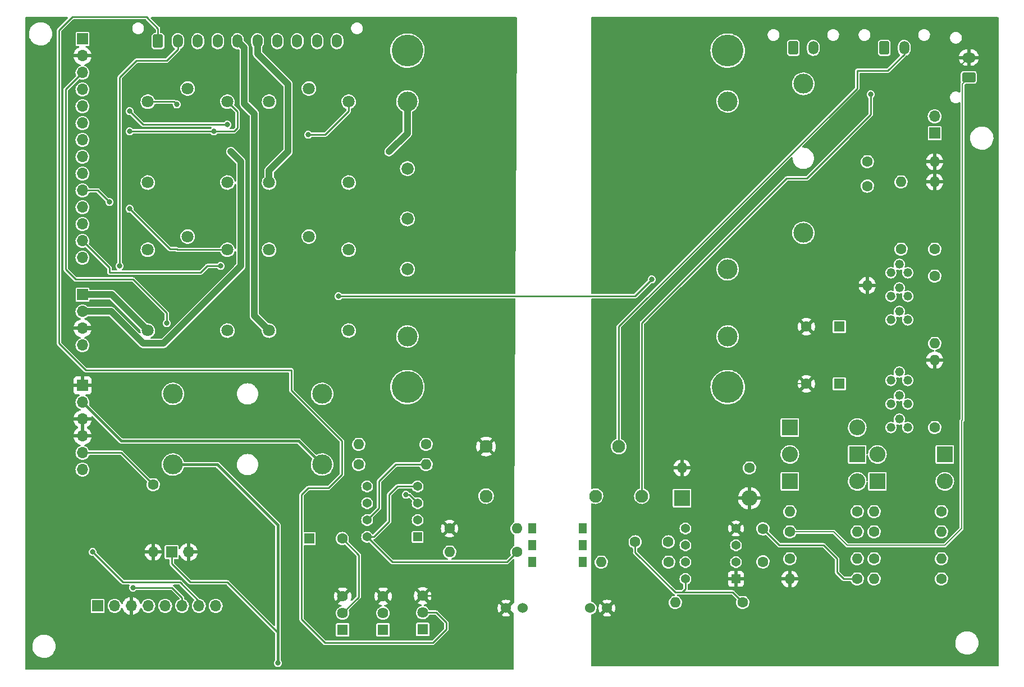
<source format=gbr>
%TF.GenerationSoftware,KiCad,Pcbnew,(6.0.5)*%
%TF.CreationDate,2023-02-13T18:15:34+09:00*%
%TF.ProjectId,23_batt_pcb,32335f62-6174-4745-9f70-63622e6b6963,rev?*%
%TF.SameCoordinates,Original*%
%TF.FileFunction,Copper,L2,Bot*%
%TF.FilePolarity,Positive*%
%FSLAX46Y46*%
G04 Gerber Fmt 4.6, Leading zero omitted, Abs format (unit mm)*
G04 Created by KiCad (PCBNEW (6.0.5)) date 2023-02-13 18:15:34*
%MOMM*%
%LPD*%
G01*
G04 APERTURE LIST*
G04 Aperture macros list*
%AMRoundRect*
0 Rectangle with rounded corners*
0 $1 Rounding radius*
0 $2 $3 $4 $5 $6 $7 $8 $9 X,Y pos of 4 corners*
0 Add a 4 corners polygon primitive as box body*
4,1,4,$2,$3,$4,$5,$6,$7,$8,$9,$2,$3,0*
0 Add four circle primitives for the rounded corners*
1,1,$1+$1,$2,$3*
1,1,$1+$1,$4,$5*
1,1,$1+$1,$6,$7*
1,1,$1+$1,$8,$9*
0 Add four rect primitives between the rounded corners*
20,1,$1+$1,$2,$3,$4,$5,0*
20,1,$1+$1,$4,$5,$6,$7,0*
20,1,$1+$1,$6,$7,$8,$9,0*
20,1,$1+$1,$8,$9,$2,$3,0*%
G04 Aperture macros list end*
%TA.AperFunction,ComponentPad*%
%ADD10C,3.000000*%
%TD*%
%TA.AperFunction,ComponentPad*%
%ADD11C,1.830000*%
%TD*%
%TA.AperFunction,ComponentPad*%
%ADD12C,4.800000*%
%TD*%
%TA.AperFunction,ComponentPad*%
%ADD13C,1.320800*%
%TD*%
%TA.AperFunction,ComponentPad*%
%ADD14R,2.400000X2.400000*%
%TD*%
%TA.AperFunction,ComponentPad*%
%ADD15O,2.400000X2.400000*%
%TD*%
%TA.AperFunction,ComponentPad*%
%ADD16C,1.600000*%
%TD*%
%TA.AperFunction,ComponentPad*%
%ADD17O,1.600000X1.600000*%
%TD*%
%TA.AperFunction,ComponentPad*%
%ADD18R,1.700000X1.700000*%
%TD*%
%TA.AperFunction,ComponentPad*%
%ADD19O,1.700000X1.700000*%
%TD*%
%TA.AperFunction,ComponentPad*%
%ADD20RoundRect,0.250001X-0.499999X-0.759999X0.499999X-0.759999X0.499999X0.759999X-0.499999X0.759999X0*%
%TD*%
%TA.AperFunction,ComponentPad*%
%ADD21O,1.500000X2.020000*%
%TD*%
%TA.AperFunction,ComponentPad*%
%ADD22RoundRect,0.250001X0.759999X-0.499999X0.759999X0.499999X-0.759999X0.499999X-0.759999X-0.499999X0*%
%TD*%
%TA.AperFunction,ComponentPad*%
%ADD23O,2.020000X1.500000*%
%TD*%
%TA.AperFunction,ComponentPad*%
%ADD24R,1.625600X1.625600*%
%TD*%
%TA.AperFunction,ComponentPad*%
%ADD25C,1.625600*%
%TD*%
%TA.AperFunction,ComponentPad*%
%ADD26C,1.800000*%
%TD*%
%TA.AperFunction,ComponentPad*%
%ADD27R,1.600000X1.600000*%
%TD*%
%TA.AperFunction,ComponentPad*%
%ADD28R,1.371600X1.371600*%
%TD*%
%TA.AperFunction,ComponentPad*%
%ADD29C,1.371600*%
%TD*%
%TA.AperFunction,ComponentPad*%
%ADD30C,1.950000*%
%TD*%
%TA.AperFunction,ComponentPad*%
%ADD31R,1.295400X1.498600*%
%TD*%
%TA.AperFunction,ComponentPad*%
%ADD32C,1.524000*%
%TD*%
%TA.AperFunction,ViaPad*%
%ADD33C,0.800000*%
%TD*%
%TA.AperFunction,ViaPad*%
%ADD34C,1.000000*%
%TD*%
%TA.AperFunction,Conductor*%
%ADD35C,0.250000*%
%TD*%
%TA.AperFunction,Conductor*%
%ADD36C,0.400000*%
%TD*%
%TA.AperFunction,Conductor*%
%ADD37C,0.700000*%
%TD*%
%TA.AperFunction,Conductor*%
%ADD38C,0.200000*%
%TD*%
%TA.AperFunction,Conductor*%
%ADD39C,1.000000*%
%TD*%
G04 APERTURE END LIST*
D10*
%TO.P,PS2,1,+VIN*%
%TO.N,Net-(D3-Pad1)*%
X180614000Y-79726000D03*
%TO.P,PS2,2,REMOTE_ON/OFF*%
%TO.N,ON_{COOLING*%
X180614000Y-69576000D03*
%TO.P,PS2,3,-VIN*%
%TO.N,Net-(D3-Pad2)*%
X180614000Y-44226000D03*
%TO.P,PS2,4,-VOUT*%
%TO.N,LV_{BATT_FAN}-*%
X132314000Y-44226000D03*
D11*
%TO.P,PS2,5,-SENSE*%
%TO.N,unconnected-(PS2-Pad5)*%
X132314000Y-54376000D03*
%TO.P,PS2,6,TRIM*%
%TO.N,unconnected-(PS2-Pad6)*%
X132314000Y-61976000D03*
%TO.P,PS2,7,+SENSE*%
%TO.N,unconnected-(PS2-Pad7)*%
X132314000Y-69576000D03*
D10*
%TO.P,PS2,8,+VOUT*%
%TO.N,LV_{COOLING1}*%
X132314000Y-79726000D03*
D12*
%TO.P,PS2,MH1,MH1*%
%TO.N,unconnected-(PS2-PadMH1)*%
X180614000Y-87376000D03*
%TO.P,PS2,MH2,MH2*%
%TO.N,unconnected-(PS2-PadMH2)*%
X132314000Y-87376000D03*
%TO.P,PS2,MH3,MH3*%
%TO.N,unconnected-(PS2-PadMH3)*%
X180614000Y-36576000D03*
%TO.P,PS2,MH4,MH4*%
%TO.N,unconnected-(PS2-PadMH4)*%
X132314000Y-36576000D03*
%TD*%
D10*
%TO.P,F1,1*%
%TO.N,Net-(F1-Pad1)*%
X192024000Y-41582000D03*
%TO.P,F1,2*%
%TO.N,Net-(D3-Pad1)*%
X192024000Y-64082000D03*
%TD*%
D13*
%TO.P,U2,1,IN*%
%TO.N,Net-(C1-Pad1)*%
X205232000Y-89916000D03*
%TO.P,U2,2,OUT*%
%TO.N,Net-(C2-Pad1)*%
X206502000Y-88646000D03*
%TO.P,U2,3,ADJ*%
%TO.N,Net-(R10-Pad2)*%
X207772000Y-89916000D03*
%TD*%
D14*
%TO.P,D1,1,K*%
%TO.N,HV_{PCB}+*%
X189992000Y-101600000D03*
D15*
%TO.P,D1,2,A*%
%TO.N,Net-(D1-Pad2)*%
X200152000Y-101600000D03*
%TD*%
D16*
%TO.P,R3,1*%
%TO.N,Net-(R2-Pad2)*%
X212852000Y-106172000D03*
D17*
%TO.P,R3,2*%
%TO.N,Net-(R3-Pad2)*%
X202692000Y-106172000D03*
%TD*%
D18*
%TO.P,IMD,1,Pin_1*%
%TO.N,GND_AIR*%
X83312000Y-87122000D03*
D19*
%TO.P,IMD,2,Pin_2*%
%TO.N,LV_{IMD}+*%
X83312000Y-89662000D03*
%TO.P,IMD,3,Pin_3*%
%TO.N,GND_AIR*%
X83312000Y-92202000D03*
%TO.P,IMD,4,Pin_4*%
X83312000Y-94742000D03*
%TO.P,IMD,5,Pin_5*%
%TO.N,IMD_FAULT*%
X83312000Y-97282000D03*
%TO.P,IMD,6,Pin_6*%
%TO.N,unconnected-(IMD1-Pad6)*%
X83312000Y-99822000D03*
%TD*%
D16*
%TO.P,R6,1*%
%TO.N,Net-(C4-Pad1)*%
X189992000Y-113284000D03*
D17*
%TO.P,R6,2*%
%TO.N,Net-(R6-Pad2)*%
X200152000Y-113284000D03*
%TD*%
D16*
%TO.P,R13,1*%
%TO.N,VI_LED+*%
X206756000Y-66548000D03*
D17*
%TO.P,R13,2*%
%TO.N,Net-(R12-Pad1)*%
X206756000Y-56388000D03*
%TD*%
D16*
%TO.P,R16,1*%
%TO.N,VI_LED-*%
X201676000Y-53340000D03*
D17*
%TO.P,R16,2*%
%TO.N,HV_{PCB}-*%
X211836000Y-53340000D03*
%TD*%
D20*
%TO.P,J1,1,Pin_1*%
%TO.N,Net-(D3-Pad2)*%
X190524000Y-36161000D03*
D21*
%TO.P,J1,2,Pin_2*%
%TO.N,Net-(F1-Pad1)*%
X193524000Y-36161000D03*
%TD*%
D18*
%TO.P,BMS,1,Pin_1*%
%TO.N,LV_{BMS}+*%
X85613000Y-120396000D03*
D19*
%TO.P,BMS,2,Pin_2*%
%TO.N,BMS_FAULT*%
X88153000Y-120396000D03*
%TO.P,BMS,3,Pin_3*%
%TO.N,GND_AIR*%
X90693000Y-120396000D03*
%TO.P,BMS,4,Pin_4*%
%TO.N,CAN_H_{BMS*%
X93233000Y-120396000D03*
%TO.P,BMS,5,Pin_5*%
%TO.N,CAN_L_{BMS*%
X95773000Y-120396000D03*
%TO.P,BMS,6,Pin_6*%
%TO.N,CHARGE_POWER*%
X98313000Y-120396000D03*
%TO.P,BMS,7,Pin_7*%
%TO.N,CHARGER_SAFETY*%
X100853000Y-120396000D03*
%TO.P,BMS,8,Pin_8*%
%TO.N,unconnected-(BMS1-Pad8)*%
X103393000Y-120396000D03*
%TD*%
D16*
%TO.P,R10,1*%
%TO.N,Net-(C2-Pad1)*%
X211836000Y-70612000D03*
D17*
%TO.P,R10,2*%
%TO.N,Net-(R10-Pad2)*%
X211836000Y-80772000D03*
%TD*%
D22*
%TO.P,HV_{PCB,1,Pin_1*%
%TO.N,HV_{PCB}+*%
X216985000Y-40616000D03*
D23*
%TO.P,HV_{PCB,2,Pin_2*%
%TO.N,HV_{PCB}-*%
X216985000Y-37616000D03*
%TD*%
D16*
%TO.P,R14,1*%
%TO.N,Net-(C4-Pad1)*%
X182880000Y-119888000D03*
D17*
%TO.P,R14,2*%
%TO.N,Net-(R14-Pad2)*%
X172720000Y-119888000D03*
%TD*%
D16*
%TO.P,R15,1*%
%TO.N,Net-(R14-Pad2)*%
X171704000Y-113792000D03*
D17*
%TO.P,R15,2*%
%TO.N,Net-(R15-Pad2)*%
X161544000Y-113792000D03*
%TD*%
D18*
%TO.P,J1,1,Pin_1*%
%TO.N,LV_{PACK}+*%
X83312000Y-34808000D03*
D19*
%TO.P,J1,2,Pin_2*%
%TO.N,GND_AIR*%
X83312000Y-37348000D03*
%TO.P,J1,3,Pin_3*%
%TO.N,IMD_FAULT*%
X83312000Y-39888000D03*
%TO.P,J1,4,Pin_4*%
%TO.N,BMS_FAULT*%
X83312000Y-42428000D03*
%TO.P,J1,5,Pin_5*%
%TO.N,ON_{PUMP}*%
X83312000Y-44968000D03*
%TO.P,J1,6,Pin_6*%
%TO.N,ON_{RAD_FAN}*%
X83312000Y-47508000D03*
%TO.P,J1,7,Pin_7*%
%TO.N,ON_{BATT_FAN}*%
X83312000Y-50048000D03*
%TO.P,J1,8,Pin_8*%
%TO.N,CAN_H_{BMS*%
X83312000Y-52588000D03*
%TO.P,J1,9,Pin_9*%
%TO.N,CAN_L_{BMS*%
X83312000Y-55128000D03*
%TO.P,J1,10,Pin_10*%
%TO.N,PRECHARGE_DRIVE*%
X83312000Y-57668000D03*
%TO.P,J1,11,Pin_11*%
%TO.N,CHARGE_POWER*%
X83312000Y-60208000D03*
%TO.P,J1,12,Pin_12*%
%TO.N,CHARGER_SAFETY*%
X83312000Y-62748000D03*
%TO.P,J1,13,Pin_13*%
%TO.N,ON_{COOLING*%
X83312000Y-65288000D03*
%TO.P,J1,14,Pin_14*%
%TO.N,unconnected-(dff1-Pad14)*%
X83312000Y-67828000D03*
%TD*%
D13*
%TO.P,U5,1,IN*%
%TO.N,Net-(C2-Pad1)*%
X205232000Y-73660000D03*
%TO.P,U5,2,OUT*%
%TO.N,VI_LED+*%
X206502000Y-72390000D03*
%TO.P,U5,3,ADJ*%
%TO.N,Net-(R12-Pad1)*%
X207772000Y-73660000D03*
%TD*%
D16*
%TO.P,R12,1*%
%TO.N,Net-(R12-Pad1)*%
X211836000Y-66548000D03*
D17*
%TO.P,R12,2*%
%TO.N,HV_{PCB}-*%
X211836000Y-56388000D03*
%TD*%
D16*
%TO.P,R9,1*%
%TO.N,Net-(R7-Pad2)*%
X212852000Y-116332000D03*
D17*
%TO.P,R9,2*%
%TO.N,Net-(C3-Pad1)*%
X202692000Y-116332000D03*
%TD*%
D16*
%TO.P,R8,1*%
%TO.N,Net-(R10-Pad2)*%
X211836000Y-93472000D03*
D17*
%TO.P,R8,2*%
%TO.N,HV_{PCB}-*%
X211836000Y-83312000D03*
%TD*%
D24*
%TO.P,Q1,1,G*%
%TO.N,Net-(Q1-Pad1)*%
X134620000Y-123952000D03*
D25*
%TO.P,Q1,2,D*%
%TO.N,TSAL_GREEN*%
X134620000Y-121412000D03*
%TO.P,Q1,3,S*%
%TO.N,GND_AIR*%
X134620000Y-118872000D03*
%TD*%
D14*
%TO.P,D5,1,K*%
%TO.N,Net-(D4-Pad2)*%
X200152000Y-97536000D03*
D15*
%TO.P,D5,2,A*%
%TO.N,Net-(D5-Pad2)*%
X189992000Y-97536000D03*
%TD*%
D16*
%TO.P,R11,1*%
%TO.N,Net-(C3-Pad1)*%
X200152000Y-116332000D03*
D17*
%TO.P,R11,2*%
%TO.N,HV_{PCB}-*%
X189992000Y-116332000D03*
%TD*%
D13*
%TO.P,U4,1,IN*%
%TO.N,Net-(C2-Pad1)*%
X205232000Y-77216000D03*
%TO.P,U4,2,OUT*%
%TO.N,VI_LED+*%
X206502000Y-75946000D03*
%TO.P,U4,3,ADJ*%
%TO.N,Net-(R12-Pad1)*%
X207772000Y-77216000D03*
%TD*%
D14*
%TO.P,D4,1,K*%
%TO.N,Net-(D2-Pad2)*%
X213360000Y-97536000D03*
D15*
%TO.P,D4,2,A*%
%TO.N,Net-(D4-Pad2)*%
X203200000Y-97536000D03*
%TD*%
D26*
%TO.P,K4,1*%
%TO.N,unconnected-(K4-Pad1)*%
X105167400Y-56484800D03*
%TO.P,K4,2*%
%TO.N,LV_{PACK}+*%
X93167400Y-44284800D03*
%TO.P,K4,6*%
%TO.N,ON_{RAD_FAN}*%
X105167400Y-44284800D03*
%TO.P,K4,7*%
%TO.N,LV_{COOLING1}*%
X99167400Y-42284800D03*
%TO.P,K4,14*%
%TO.N,LV_{FAN_R}+*%
X93167400Y-56484800D03*
%TD*%
D13*
%TO.P,U3,1,IN*%
%TO.N,Net-(C1-Pad1)*%
X205232000Y-86360000D03*
%TO.P,U3,2,OUT*%
%TO.N,Net-(C2-Pad1)*%
X206502000Y-85090000D03*
%TO.P,U3,3,ADJ*%
%TO.N,Net-(R10-Pad2)*%
X207772000Y-86360000D03*
%TD*%
D27*
%TO.P,C2,1*%
%TO.N,Net-(C2-Pad1)*%
X197474651Y-78232000D03*
D16*
%TO.P,C2,2*%
%TO.N,HV_{PCB}-*%
X192474651Y-78232000D03*
%TD*%
D27*
%TO.P,C1,1*%
%TO.N,Net-(C1-Pad1)*%
X197474651Y-86868000D03*
D16*
%TO.P,C1,2*%
%TO.N,HV_{PCB}-*%
X192474651Y-86868000D03*
%TD*%
%TO.P,C4,1*%
%TO.N,Net-(C4-Pad1)*%
X166664000Y-110744000D03*
%TO.P,C4,2*%
%TO.N,Net-(C4-Pad2)*%
X171664000Y-110744000D03*
%TD*%
D26*
%TO.P,K2,1*%
%TO.N,unconnected-(K2-Pad1)*%
X105167400Y-78836800D03*
%TO.P,K2,2*%
%TO.N,LV_{PACK}+*%
X93167400Y-66636800D03*
%TO.P,K2,6*%
%TO.N,ON_{BATT_FAN}*%
X105167400Y-66636800D03*
%TO.P,K2,7*%
%TO.N,LV_{COOLING1}*%
X99167400Y-64636800D03*
%TO.P,K2,14*%
%TO.N,LV_{BATT_FAN}+*%
X93167400Y-78836800D03*
%TD*%
D27*
%TO.P,C6,1*%
%TO.N,Net-(C6-Pad1)*%
X117485349Y-110236000D03*
D16*
%TO.P,C6,2*%
%TO.N,Net-(C6-Pad2)*%
X122485349Y-110236000D03*
%TD*%
D28*
%TO.P,U9,1,GND*%
%TO.N,Net-(C6-Pad2)*%
X133858000Y-109982000D03*
D29*
%TO.P,U9,2,TR*%
%TO.N,Net-(C6-Pad1)*%
X133858000Y-107442000D03*
%TO.P,U9,3,Q*%
%TO.N,TSAL_RED*%
X133858000Y-104902000D03*
%TO.P,U9,4,R*%
%TO.N,LV_{PACK}+*%
X133858000Y-102362000D03*
%TO.P,U9,5,CV*%
%TO.N,unconnected-(U9-Pad5)*%
X126238000Y-102362000D03*
%TO.P,U9,6,THR*%
%TO.N,Net-(C6-Pad1)*%
X126238000Y-104902000D03*
%TO.P,U9,7,DIS*%
%TO.N,Net-(R20-Pad1)*%
X126238000Y-107442000D03*
%TO.P,U9,8,VCC*%
%TO.N,LV_{PACK}+*%
X126238000Y-109982000D03*
%TD*%
D20*
%TO.P,J2,1,Pin_1*%
%TO.N,TSAL_GREEN*%
X94704000Y-35145000D03*
D21*
%TO.P,J2,2,Pin_2*%
%TO.N,TSAL_RED*%
X97704000Y-35145000D03*
%TO.P,J2,3,Pin_3*%
%TO.N,LV_{PACK}+*%
X100704000Y-35145000D03*
%TO.P,J2,4,Pin_4*%
%TO.N,LV_{FAN_R}+*%
X103704000Y-35145000D03*
%TO.P,J2,5,Pin_5*%
%TO.N,LV_{FAN_L}+*%
X106704000Y-35145000D03*
%TO.P,J2,6,Pin_6*%
%TO.N,LV_{PUMP}+*%
X109704000Y-35145000D03*
%TO.P,J2,7,Pin_7*%
%TO.N,LV_{BATT_FAN}-*%
X112704000Y-35145000D03*
%TO.P,J2,8,Pin_8*%
X115704000Y-35145000D03*
%TO.P,J2,9,Pin_9*%
X118704000Y-35145000D03*
%TO.P,J2,10,Pin_10*%
%TO.N,unconnected-(asdf1-Pad10)*%
X121704000Y-35145000D03*
%TD*%
D16*
%TO.P,R18,1*%
%TO.N,LV_{PACK}+*%
X148844000Y-112268000D03*
D17*
%TO.P,R18,2*%
%TO.N,Net-(Q1-Pad1)*%
X138684000Y-112268000D03*
%TD*%
D26*
%TO.P,K1,1*%
%TO.N,unconnected-(K1-Pad1)*%
X123455400Y-56484800D03*
%TO.P,K1,2*%
%TO.N,LV_{PACK}+*%
X111455400Y-44284800D03*
%TO.P,K1,6*%
%TO.N,ON_{PUMP}*%
X123455400Y-44284800D03*
%TO.P,K1,7*%
%TO.N,LV_{COOLING1}*%
X117455400Y-42284800D03*
%TO.P,K1,14*%
%TO.N,LV_{PUMP}+*%
X111455400Y-56484800D03*
%TD*%
D16*
%TO.P,R4,1*%
%TO.N,Net-(R3-Pad2)*%
X200152000Y-106172000D03*
D17*
%TO.P,R4,2*%
%TO.N,Net-(C3-Pad2)*%
X189992000Y-106172000D03*
%TD*%
D18*
%TO.P,FAN\u002CGND_{AIR,1,Pin_1*%
%TO.N,LV_{BATT_FAN}+*%
X83312000Y-73416000D03*
D19*
%TO.P,FAN\u002CGND_{AIR,2,Pin_2*%
%TO.N,LV_{BATT_FAN}-*%
X83312000Y-75956000D03*
%TO.P,FAN\u002CGND_{AIR,3,Pin_3*%
%TO.N,GND_AIR*%
X83312000Y-78496000D03*
%TO.P,FAN\u002CGND_{AIR,4,Pin_4*%
%TO.N,unconnected-(FAN\u002CGND_{AIR1-Pad4)*%
X83312000Y-81036000D03*
%TD*%
D30*
%TO.P,PRECHARGE1,1,COIL_1*%
%TO.N,PRECHARGE_DRIVE*%
X144181000Y-103826000D03*
%TO.P,PRECHARGE1,2,NC*%
%TO.N,unconnected-(PRECHARGE1-Pad2)*%
X160681000Y-103826000D03*
%TO.P,PRECHARGE1,3,NO*%
%TO.N,RELAY_PRECHARGE*%
X167681000Y-103826000D03*
%TO.P,PRECHARGE1,4,COM*%
%TO.N,R_PRECHARGE*%
X164181000Y-96326000D03*
%TO.P,PRECHARGE1,5,COIL_2*%
%TO.N,GND_AIR*%
X144181000Y-96326000D03*
%TD*%
D31*
%TO.P,U8,1*%
%TO.N,Net-(R15-Pad2)*%
X158750000Y-113792000D03*
%TO.P,U8,2*%
%TO.N,HV_{PCB}-*%
X158750000Y-111252000D03*
%TO.P,U8,3,NC*%
%TO.N,unconnected-(U8-Pad3)*%
X158750000Y-108712000D03*
%TO.P,U8,4*%
%TO.N,Net-(Q2-Pad1)*%
X151130000Y-108712000D03*
%TO.P,U8,5*%
%TO.N,LV_{PACK}+*%
X151130000Y-111252000D03*
%TO.P,U8,6*%
%TO.N,unconnected-(U8-Pad6)*%
X151130000Y-113792000D03*
%TD*%
D10*
%TO.P,F3,1*%
%TO.N,LV_{PACK}+*%
X96954000Y-99060000D03*
%TO.P,F3,2*%
%TO.N,LV_{IMD}+*%
X119454000Y-99060000D03*
%TD*%
D32*
%TO.P,PS1,1,-VIN*%
%TO.N,GND_AIR*%
X147186400Y-120736000D03*
%TO.P,PS1,2,+VIN*%
%TO.N,LV_{PACK}+*%
X149726400Y-120736000D03*
%TO.P,PS1,6,+VOUT*%
%TO.N,Net-(C4-Pad1)*%
X159886400Y-120736000D03*
%TO.P,PS1,7,-VOUT*%
%TO.N,HV_{PCB}-*%
X162426400Y-120736000D03*
%TD*%
D16*
%TO.P,C5,1*%
%TO.N,VI_LED+*%
X201676000Y-57016000D03*
D17*
%TO.P,C5,2*%
%TO.N,HV_{PCB}-*%
X201676000Y-72016000D03*
%TD*%
D14*
%TO.P,D6,1,K*%
%TO.N,Net-(D5-Pad2)*%
X189992000Y-93472000D03*
D15*
%TO.P,D6,2,A*%
%TO.N,Net-(C1-Pad1)*%
X200152000Y-93472000D03*
%TD*%
D16*
%TO.P,R7,1*%
%TO.N,Net-(R6-Pad2)*%
X202692000Y-113284000D03*
D17*
%TO.P,R7,2*%
%TO.N,Net-(R7-Pad2)*%
X212852000Y-113284000D03*
%TD*%
D24*
%TO.P,Q3,1,G*%
%TO.N,Net-(Q2-Pad1)*%
X122542300Y-124023400D03*
D25*
%TO.P,Q3,2,D*%
%TO.N,Net-(C6-Pad2)*%
X122542300Y-121483400D03*
%TO.P,Q3,3,S*%
%TO.N,GND_AIR*%
X122542300Y-118943400D03*
%TD*%
D16*
%TO.P,R1,1*%
%TO.N,HV_{PCB}+*%
X189992000Y-109220000D03*
D17*
%TO.P,R1,2*%
%TO.N,Net-(R1-Pad2)*%
X200152000Y-109220000D03*
%TD*%
D16*
%TO.P,R2,1*%
%TO.N,Net-(R1-Pad2)*%
X202692000Y-109220000D03*
D17*
%TO.P,R2,2*%
%TO.N,Net-(R2-Pad2)*%
X212852000Y-109220000D03*
%TD*%
D16*
%TO.P,R21,1*%
%TO.N,Net-(C6-Pad1)*%
X124968000Y-99060000D03*
D17*
%TO.P,R21,2*%
%TO.N,Net-(R20-Pad1)*%
X135128000Y-99060000D03*
%TD*%
D16*
%TO.P,R5,1*%
%TO.N,Net-(C3-Pad2)*%
X183896000Y-99568000D03*
D17*
%TO.P,R5,2*%
%TO.N,HV_{PCB}-*%
X173736000Y-99568000D03*
%TD*%
%TO.P,R19,2*%
%TO.N,GND_AIR*%
X93980000Y-112268000D03*
D16*
%TO.P,R19,1*%
%TO.N,IMD_FAULT*%
X93980000Y-102108000D03*
%TD*%
D26*
%TO.P,K3,1*%
%TO.N,unconnected-(K3-Pad1)*%
X123455400Y-78836800D03*
%TO.P,K3,2*%
%TO.N,LV_{PACK}+*%
X111455400Y-66636800D03*
%TO.P,K3,6*%
%TO.N,ON_{RAD_FAN}*%
X123455400Y-66636800D03*
%TO.P,K3,7*%
%TO.N,LV_{COOLING1}*%
X117455400Y-64636800D03*
%TO.P,K3,14*%
%TO.N,LV_{FAN_L}+*%
X111455400Y-78836800D03*
%TD*%
D24*
%TO.P,Q2,1,G*%
%TO.N,Net-(Q2-Pad1)*%
X128638300Y-124023400D03*
D25*
%TO.P,Q2,2,D*%
%TO.N,Net-(Q1-Pad1)*%
X128638300Y-121483400D03*
%TO.P,Q2,3,S*%
%TO.N,GND_AIR*%
X128638300Y-118943400D03*
%TD*%
D18*
%TO.P,VI1,1,Pin_1*%
%TO.N,VI_LED+*%
X211836000Y-49027000D03*
D19*
%TO.P,VI1,2,Pin_2*%
%TO.N,VI_LED-*%
X211836000Y-46487000D03*
%TD*%
D14*
%TO.P,D7,1,K*%
%TO.N,Net-(C3-Pad2)*%
X173736000Y-104140000D03*
D15*
%TO.P,D7,2,A*%
%TO.N,HV_{PCB}-*%
X183896000Y-104140000D03*
%TD*%
D14*
%TO.P,D2,1,K*%
%TO.N,Net-(D1-Pad2)*%
X203200000Y-101600000D03*
D15*
%TO.P,D2,2,A*%
%TO.N,Net-(D2-Pad2)*%
X213360000Y-101600000D03*
%TD*%
D18*
%TO.P,TEMP,1,Pin_1*%
%TO.N,LV_{PACK}+*%
X96769000Y-112268000D03*
D19*
%TO.P,TEMP,2,Pin_2*%
%TO.N,GND_AIR*%
X99309000Y-112268000D03*
%TD*%
D20*
%TO.P,PRECHARGE,1,Pin_1*%
%TO.N,RELAY_PRECHARGE*%
X204240000Y-36161000D03*
D21*
%TO.P,PRECHARGE,2,Pin_2*%
%TO.N,R_PRECHARGE*%
X207240000Y-36161000D03*
%TD*%
D28*
%TO.P,U6,1,GND*%
%TO.N,HV_{PCB}-*%
X181864000Y-116332000D03*
D29*
%TO.P,U6,2,+*%
%TO.N,Net-(C3-Pad2)*%
X181864000Y-113792000D03*
%TO.P,U6,3,-*%
%TO.N,Net-(C3-Pad1)*%
X181864000Y-111252000D03*
%TO.P,U6,4,V-*%
%TO.N,HV_{PCB}-*%
X181864000Y-108712000D03*
%TO.P,U6,5,BAL*%
%TO.N,Net-(C4-Pad2)*%
X174244000Y-108712000D03*
%TO.P,U6,6,STRB*%
X174244000Y-111252000D03*
%TO.P,U6,7*%
%TO.N,Net-(R14-Pad2)*%
X174244000Y-113792000D03*
%TO.P,U6,8,V+*%
%TO.N,Net-(C4-Pad1)*%
X174244000Y-116332000D03*
%TD*%
D13*
%TO.P,U1,1,IN*%
%TO.N,Net-(C1-Pad1)*%
X205232000Y-93472000D03*
%TO.P,U1,2,OUT*%
%TO.N,Net-(C2-Pad1)*%
X206502000Y-92202000D03*
%TO.P,U1,3,ADJ*%
%TO.N,Net-(R10-Pad2)*%
X207772000Y-93472000D03*
%TD*%
%TO.P,U7,1,IN*%
%TO.N,Net-(C2-Pad1)*%
X205232000Y-70104000D03*
%TO.P,U7,2,OUT*%
%TO.N,VI_LED+*%
X206502000Y-68834000D03*
%TO.P,U7,3,ADJ*%
%TO.N,Net-(R12-Pad1)*%
X207772000Y-70104000D03*
%TD*%
D16*
%TO.P,C3,1*%
%TO.N,Net-(C3-Pad1)*%
X185928000Y-108752000D03*
%TO.P,C3,2*%
%TO.N,Net-(C3-Pad2)*%
X185928000Y-113752000D03*
%TD*%
%TO.P,R20,1*%
%TO.N,Net-(R20-Pad1)*%
X135128000Y-96012000D03*
D17*
%TO.P,R20,2*%
%TO.N,LV_{PACK}+*%
X124968000Y-96012000D03*
%TD*%
D16*
%TO.P,R17,1*%
%TO.N,GND_AIR*%
X138684000Y-108712000D03*
D17*
%TO.P,R17,2*%
%TO.N,Net-(Q2-Pad1)*%
X148844000Y-108712000D03*
%TD*%
D10*
%TO.P,F2,1*%
%TO.N,LV_{PACK}+*%
X96954000Y-88392000D03*
%TO.P,F2,2*%
%TO.N,LV_{BMS}+*%
X119454000Y-88392000D03*
%TD*%
D33*
%TO.N,LV_{PACK}+*%
X97536000Y-44704000D03*
X112776000Y-129032000D03*
%TO.N,IMD_FAULT*%
X96012000Y-77724000D03*
%TO.N,GND_AIR*%
X145288000Y-112268000D03*
X136656299Y-112780299D03*
X79756000Y-93472000D03*
%TO.N,ON_{COOLING*%
X121920000Y-73660000D03*
X169164000Y-71120000D03*
X104140000Y-69088000D03*
D34*
%TO.N,LV_{BATT_FAN}-*%
X129540000Y-51816000D03*
X105664000Y-51816000D03*
D33*
%TO.N,TSAL_RED*%
X88900000Y-69088000D03*
X132080000Y-103632000D03*
%TO.N,ON_{RAD_FAN}*%
X90424000Y-48768000D03*
X103124000Y-48768000D03*
%TO.N,ON_{BATT_FAN}*%
X90424000Y-60452000D03*
%TO.N,ON_{PUMP}*%
X105156000Y-47752000D03*
X117348000Y-49276000D03*
X90424000Y-45720000D03*
%TO.N,PRECHARGE_DRIVE*%
X87376000Y-59436000D03*
%TO.N,RELAY_PRECHARGE*%
X202184000Y-43180000D03*
%TO.N,CHARGE_POWER*%
X90932000Y-117639500D03*
%TO.N,CHARGER_SAFETY*%
X84840299Y-112263701D03*
%TD*%
D35*
%TO.N,Net-(R20-Pad1)*%
X128016000Y-101600000D02*
X130556000Y-99060000D01*
X126238000Y-107442000D02*
X128016000Y-105664000D01*
X128016000Y-105664000D02*
X128016000Y-101600000D01*
X130556000Y-99060000D02*
X135128000Y-99060000D01*
%TO.N,LV_{PACK}+*%
X129540000Y-107696000D02*
X127254000Y-109982000D01*
X97536000Y-44704000D02*
X97116800Y-44284800D01*
X127254000Y-109982000D02*
X126238000Y-109982000D01*
X99568000Y-116840000D02*
X105156000Y-116840000D01*
X126238000Y-109982000D02*
X130048000Y-113792000D01*
X133858000Y-102362000D02*
X130810000Y-102362000D01*
D36*
X103632000Y-99060000D02*
X112776000Y-108204000D01*
D35*
X129540000Y-103632000D02*
X129540000Y-107696000D01*
D36*
X96954000Y-99060000D02*
X103632000Y-99060000D01*
D35*
X130810000Y-102362000D02*
X129540000Y-103632000D01*
X96769000Y-112268000D02*
X96769000Y-114041000D01*
X130048000Y-113792000D02*
X147320000Y-113792000D01*
X147320000Y-113792000D02*
X148844000Y-112268000D01*
X97116800Y-44284800D02*
X93167400Y-44284800D01*
X105156000Y-116840000D02*
X112776000Y-124460000D01*
X96769000Y-114041000D02*
X99568000Y-116840000D01*
X112776000Y-124460000D02*
X112776000Y-129032000D01*
D36*
X112776000Y-108204000D02*
X112776000Y-129032000D01*
D35*
%TO.N,IMD_FAULT*%
X82296000Y-71120000D02*
X87376000Y-71120000D01*
X80772000Y-69596000D02*
X81788000Y-70612000D01*
X83312000Y-97282000D02*
X89154000Y-97282000D01*
X89154000Y-97282000D02*
X93980000Y-102108000D01*
X87376000Y-71120000D02*
X90932000Y-71120000D01*
X83312000Y-39888000D02*
X80772000Y-42428000D01*
X81788000Y-70612000D02*
X82296000Y-71120000D01*
X80772000Y-42672000D02*
X80772000Y-69596000D01*
X96012000Y-76200000D02*
X96012000Y-77724000D01*
X90932000Y-71120000D02*
X96012000Y-76200000D01*
X80772000Y-42428000D02*
X80772000Y-42672000D01*
D37*
%TO.N,GND_AIR*%
X141224000Y-99568000D02*
X141224000Y-99283000D01*
D35*
X83312000Y-87122000D02*
X81534000Y-87122000D01*
D37*
X135128000Y-93472000D02*
X141224000Y-99568000D01*
D35*
X81534000Y-87122000D02*
X79756000Y-88900000D01*
D37*
X141224000Y-108204000D02*
X145288000Y-112268000D01*
D35*
X98552000Y-110236000D02*
X99309000Y-110993000D01*
X79756000Y-88900000D02*
X79756000Y-93472000D01*
D37*
X129032000Y-93472000D02*
X134178300Y-93472000D01*
D35*
X81026000Y-92202000D02*
X83312000Y-92202000D01*
X83312000Y-120396000D02*
X83312000Y-111252000D01*
D37*
X118364000Y-82804000D02*
X129032000Y-93472000D01*
D35*
X99309000Y-110993000D02*
X99309000Y-112268000D01*
X85852000Y-122936000D02*
X83312000Y-120396000D01*
D37*
X83312000Y-78496000D02*
X87132000Y-78496000D01*
D35*
X89916000Y-122936000D02*
X85852000Y-122936000D01*
X145322400Y-118872000D02*
X147186400Y-120736000D01*
X83312000Y-111252000D02*
X85598000Y-108966000D01*
X136652000Y-112776000D02*
X136656299Y-112780299D01*
X137160000Y-110236000D02*
X136652000Y-110744000D01*
D37*
X141224000Y-99283000D02*
X144181000Y-96326000D01*
X91440000Y-82804000D02*
X118364000Y-82804000D01*
X134178300Y-93472000D02*
X135128000Y-93472000D01*
D35*
X136652000Y-110744000D02*
X136652000Y-112776000D01*
X79756000Y-103124000D02*
X79756000Y-93472000D01*
D37*
X141224000Y-99568000D02*
X141224000Y-108204000D01*
D35*
X93980000Y-112268000D02*
X93980000Y-110236000D01*
X81026000Y-94742000D02*
X79756000Y-93472000D01*
X93980000Y-112268000D02*
X88900000Y-112268000D01*
X138684000Y-108712000D02*
X137160000Y-110236000D01*
X79756000Y-93472000D02*
X81026000Y-92202000D01*
X85598000Y-108966000D02*
X79756000Y-103124000D01*
X93980000Y-110236000D02*
X98552000Y-110236000D01*
X88900000Y-112268000D02*
X85598000Y-108966000D01*
X134620000Y-118872000D02*
X145322400Y-118872000D01*
X83312000Y-94742000D02*
X81026000Y-94742000D01*
X90693000Y-120396000D02*
X90693000Y-122159000D01*
X90693000Y-122159000D02*
X89916000Y-122936000D01*
D37*
X87132000Y-78496000D02*
X91440000Y-82804000D01*
D38*
%TO.N,HV_{PCB}-*%
X209296000Y-45212000D02*
X216892000Y-37616000D01*
X175260000Y-96012000D02*
X184912000Y-96012000D01*
X211836000Y-56388000D02*
X211836000Y-60960000D01*
X201676000Y-66040000D02*
X201676000Y-72016000D01*
X201676000Y-72016000D02*
X201676000Y-77216000D01*
X203708000Y-64008000D02*
X201676000Y-66040000D01*
X184912000Y-96012000D02*
X185928000Y-94996000D01*
X206248000Y-45212000D02*
X209296000Y-45212000D01*
X185928000Y-104140000D02*
X183896000Y-104140000D01*
X190500000Y-81280000D02*
X194056000Y-81280000D01*
X173736000Y-97536000D02*
X175260000Y-96012000D01*
X201676000Y-77216000D02*
X207772000Y-83312000D01*
X208788000Y-64008000D02*
X203708000Y-64008000D01*
X185928000Y-94996000D02*
X185928000Y-85852000D01*
X211836000Y-60960000D02*
X208788000Y-64008000D01*
X199644000Y-70612000D02*
X199644000Y-51816000D01*
X194564000Y-80772000D02*
X194564000Y-74676000D01*
X187452000Y-89408000D02*
X187452000Y-102616000D01*
X194564000Y-74676000D02*
X197612000Y-71628000D01*
X185928000Y-85852000D02*
X190500000Y-81280000D01*
X197612000Y-71628000D02*
X198628000Y-71628000D01*
X189992000Y-86868000D02*
X187452000Y-89408000D01*
X198628000Y-71628000D02*
X199644000Y-70612000D01*
X194056000Y-81280000D02*
X194564000Y-80772000D01*
X187452000Y-102616000D02*
X185928000Y-104140000D01*
X216892000Y-37616000D02*
X216985000Y-37616000D01*
X207772000Y-83312000D02*
X211836000Y-83312000D01*
X199644000Y-51816000D02*
X206248000Y-45212000D01*
X173736000Y-99568000D02*
X173736000Y-97536000D01*
X192474651Y-86868000D02*
X189992000Y-86868000D01*
D35*
%TO.N,Net-(C4-Pad1)*%
X181356000Y-118364000D02*
X182880000Y-119888000D01*
X166664000Y-110744000D02*
X166664000Y-112308000D01*
X172720000Y-118364000D02*
X173736000Y-118364000D01*
X174244000Y-116332000D02*
X174244000Y-117856000D01*
X166664000Y-112308000D02*
X172720000Y-118364000D01*
X174244000Y-117856000D02*
X173736000Y-118364000D01*
X173736000Y-118364000D02*
X181356000Y-118364000D01*
%TO.N,Net-(C3-Pad1)*%
X185928000Y-108752000D02*
X188428000Y-111252000D01*
X197104000Y-115316000D02*
X198120000Y-116332000D01*
X198120000Y-116332000D02*
X200152000Y-116332000D01*
X188428000Y-111252000D02*
X195072000Y-111252000D01*
X195072000Y-111252000D02*
X197104000Y-113284000D01*
X197104000Y-113284000D02*
X197104000Y-115316000D01*
D38*
%TO.N,HV_{PCB}+*%
X216009521Y-41591479D02*
X216985000Y-40616000D01*
X196596000Y-109220000D02*
X198628000Y-111252000D01*
X213360000Y-111252000D02*
X215900000Y-108712000D01*
X198628000Y-111252000D02*
X213360000Y-111252000D01*
X189992000Y-109220000D02*
X196596000Y-109220000D01*
X215900000Y-92456000D02*
X216009521Y-92346479D01*
X216009521Y-92346479D02*
X216009521Y-41591479D01*
X215900000Y-108712000D02*
X215900000Y-92456000D01*
D35*
%TO.N,ON_{COOLING*%
X83312000Y-65288000D02*
X87376000Y-69352000D01*
X87376000Y-70104000D02*
X101092000Y-70104000D01*
X87376000Y-69352000D02*
X87376000Y-70104000D01*
X102108000Y-69088000D02*
X104140000Y-69088000D01*
X121920000Y-73660000D02*
X166624000Y-73660000D01*
X101092000Y-70104000D02*
X102108000Y-69088000D01*
X166624000Y-73660000D02*
X169164000Y-71120000D01*
D39*
%TO.N,LV_{BATT_FAN}-*%
X92456000Y-80772000D02*
X95504000Y-80772000D01*
X129540000Y-51816000D02*
X132314000Y-49042000D01*
X87640000Y-75956000D02*
X92456000Y-80772000D01*
X95504000Y-80772000D02*
X106680000Y-69596000D01*
X132314000Y-49042000D02*
X132314000Y-44226000D01*
X107188000Y-53340000D02*
X105664000Y-51816000D01*
X106680000Y-69596000D02*
X107188000Y-69088000D01*
X83312000Y-75956000D02*
X87640000Y-75956000D01*
X107188000Y-69088000D02*
X107188000Y-53340000D01*
D35*
%TO.N,Net-(C6-Pad2)*%
X124968000Y-112718651D02*
X124968000Y-119057700D01*
X124968000Y-119057700D02*
X122542300Y-121483400D01*
X122485349Y-110236000D02*
X124968000Y-112718651D01*
%TO.N,TSAL_RED*%
X132588000Y-103632000D02*
X132080000Y-103632000D01*
X97704000Y-36408000D02*
X97704000Y-35145000D01*
X88900000Y-40640000D02*
X91440000Y-38100000D01*
X133858000Y-104902000D02*
X132588000Y-103632000D01*
X91440000Y-38100000D02*
X96012000Y-38100000D01*
X96012000Y-38100000D02*
X97704000Y-36408000D01*
X88900000Y-69088000D02*
X88900000Y-40640000D01*
%TO.N,TSAL_GREEN*%
X114808000Y-87884000D02*
X114808000Y-84836000D01*
X122428000Y-100584000D02*
X122428000Y-95504000D01*
X136144000Y-125984000D02*
X119888000Y-125984000D01*
X138176000Y-123952000D02*
X136144000Y-125984000D01*
X117348000Y-102616000D02*
X120396000Y-102616000D01*
X94704000Y-33236000D02*
X94704000Y-35145000D01*
X134620000Y-121412000D02*
X136652000Y-121412000D01*
X122428000Y-95504000D02*
X114808000Y-87884000D01*
X114808000Y-84836000D02*
X83820000Y-84836000D01*
X79756000Y-80772000D02*
X79756000Y-33528000D01*
X81788000Y-31496000D02*
X92964000Y-31496000D01*
X79756000Y-33528000D02*
X81788000Y-31496000D01*
X120396000Y-102616000D02*
X122428000Y-100584000D01*
X83820000Y-84836000D02*
X79756000Y-80772000D01*
X138176000Y-122936000D02*
X138176000Y-123952000D01*
X116332000Y-103632000D02*
X117348000Y-102616000D01*
X116332000Y-122428000D02*
X116332000Y-103632000D01*
X136652000Y-121412000D02*
X138176000Y-122936000D01*
X119888000Y-125984000D02*
X116332000Y-122428000D01*
X92964000Y-31496000D02*
X94704000Y-33236000D01*
%TO.N,ON_{RAD_FAN}*%
X103124000Y-48768000D02*
X106172000Y-48768000D01*
X106680000Y-45797400D02*
X105167400Y-44284800D01*
X106172000Y-48768000D02*
X106680000Y-48260000D01*
X106680000Y-48260000D02*
X106680000Y-45797400D01*
X90424000Y-48768000D02*
X103124000Y-48768000D01*
D39*
%TO.N,LV_{FAN_L}+*%
X109220000Y-76601400D02*
X111455400Y-78836800D01*
X106704000Y-35145000D02*
X107696000Y-36137000D01*
X107696000Y-44551349D02*
X109220000Y-46075349D01*
X109220000Y-46075349D02*
X109220000Y-76601400D01*
X107696000Y-36137000D02*
X107696000Y-44551349D01*
D35*
%TO.N,ON_{BATT_FAN}*%
X90424000Y-60452000D02*
X96520000Y-66548000D01*
X97624800Y-66636800D02*
X105167400Y-66636800D01*
X96520000Y-66548000D02*
X97536000Y-66548000D01*
X97536000Y-66548000D02*
X97624800Y-66636800D01*
D39*
%TO.N,LV_{BATT_FAN}+*%
X87746600Y-73416000D02*
X83312000Y-73416000D01*
X93167400Y-78836800D02*
X87746600Y-73416000D01*
D35*
%TO.N,ON_{PUMP}*%
X117348000Y-49276000D02*
X119888000Y-49276000D01*
X123455400Y-45708600D02*
X123455400Y-44284800D01*
X119888000Y-49276000D02*
X123455400Y-45708600D01*
X92456000Y-47752000D02*
X105156000Y-47752000D01*
X90424000Y-45720000D02*
X92456000Y-47752000D01*
D39*
%TO.N,LV_{PUMP}+*%
X114300000Y-51816000D02*
X111455400Y-54660600D01*
X109704000Y-37060000D02*
X114300000Y-41656000D01*
X111455400Y-54660600D02*
X111455400Y-56484800D01*
X109704000Y-35145000D02*
X109704000Y-37060000D01*
X114300000Y-41656000D02*
X114300000Y-51816000D01*
D35*
%TO.N,PRECHARGE_DRIVE*%
X85608000Y-57668000D02*
X83312000Y-57668000D01*
X87376000Y-59436000D02*
X85608000Y-57668000D01*
%TO.N,RELAY_PRECHARGE*%
X168148000Y-77216000D02*
X189484000Y-55880000D01*
X167681000Y-103826000D02*
X167681000Y-77683000D01*
X202184000Y-46228000D02*
X202184000Y-43180000D01*
X192532000Y-55880000D02*
X202184000Y-46228000D01*
X189484000Y-55880000D02*
X192532000Y-55880000D01*
X167681000Y-77683000D02*
X168148000Y-77216000D01*
%TO.N,R_PRECHARGE*%
X200152000Y-42265158D02*
X164181000Y-78236158D01*
X200152000Y-39624000D02*
X200152000Y-42265158D01*
X204724000Y-39624000D02*
X200152000Y-39624000D01*
X164181000Y-78236158D02*
X164181000Y-96326000D01*
X207240000Y-37108000D02*
X204724000Y-39624000D01*
X207240000Y-36161000D02*
X207240000Y-37108000D01*
D36*
%TO.N,LV_{IMD}+*%
X89154000Y-95504000D02*
X115898000Y-95504000D01*
X115898000Y-95504000D02*
X119454000Y-99060000D01*
X83312000Y-89662000D02*
X89154000Y-95504000D01*
D35*
%TO.N,CHARGE_POWER*%
X96811500Y-117639500D02*
X98313000Y-119141000D01*
X98313000Y-119141000D02*
X98313000Y-120396000D01*
X90932000Y-117639500D02*
X96811500Y-117639500D01*
%TO.N,CHARGER_SAFETY*%
X100853000Y-119649000D02*
X100853000Y-120396000D01*
X89408000Y-116840000D02*
X98044000Y-116840000D01*
X84840299Y-112263701D02*
X89408000Y-116831402D01*
X98044000Y-116840000D02*
X100853000Y-119649000D01*
X89408000Y-116831402D02*
X89408000Y-116840000D01*
%TD*%
%TA.AperFunction,Conductor*%
%TO.N,GND_AIR*%
G36*
X81091605Y-31516002D02*
G01*
X81138098Y-31569658D01*
X81148202Y-31639932D01*
X81118708Y-31704512D01*
X81112579Y-31711095D01*
X79539785Y-33283889D01*
X79531681Y-33291316D01*
X79502806Y-33315545D01*
X79497293Y-33325094D01*
X79483961Y-33348185D01*
X79478055Y-33357456D01*
X79456446Y-33388316D01*
X79453592Y-33398966D01*
X79452115Y-33402134D01*
X79450923Y-33405410D01*
X79445412Y-33414955D01*
X79439462Y-33448699D01*
X79438870Y-33452058D01*
X79436492Y-33462785D01*
X79426736Y-33499193D01*
X79427697Y-33510178D01*
X79427697Y-33510180D01*
X79430020Y-33536728D01*
X79430500Y-33547710D01*
X79430500Y-80752290D01*
X79430020Y-80763272D01*
X79426736Y-80800807D01*
X79429590Y-80811456D01*
X79436491Y-80837210D01*
X79438870Y-80847942D01*
X79445412Y-80885045D01*
X79450923Y-80894590D01*
X79452115Y-80897866D01*
X79453592Y-80901034D01*
X79456446Y-80911684D01*
X79462770Y-80920715D01*
X79478055Y-80942544D01*
X79483961Y-80951815D01*
X79497293Y-80974906D01*
X79502806Y-80984455D01*
X79511251Y-80991541D01*
X79531682Y-81008685D01*
X79539785Y-81016111D01*
X83575889Y-85052215D01*
X83583316Y-85060319D01*
X83607545Y-85089194D01*
X83617094Y-85094707D01*
X83640185Y-85108039D01*
X83649456Y-85113945D01*
X83680316Y-85135554D01*
X83690966Y-85138408D01*
X83694134Y-85139885D01*
X83697410Y-85141077D01*
X83706955Y-85146588D01*
X83740699Y-85152538D01*
X83744058Y-85153130D01*
X83754785Y-85155508D01*
X83791193Y-85165264D01*
X83802178Y-85164303D01*
X83802180Y-85164303D01*
X83828728Y-85161980D01*
X83839710Y-85161500D01*
X114356500Y-85161500D01*
X114424621Y-85181502D01*
X114471114Y-85235158D01*
X114482500Y-85287500D01*
X114482500Y-87864290D01*
X114482020Y-87875272D01*
X114480432Y-87893428D01*
X114478736Y-87912807D01*
X114481590Y-87923456D01*
X114488491Y-87949210D01*
X114490870Y-87959942D01*
X114497412Y-87997045D01*
X114502923Y-88006590D01*
X114504115Y-88009866D01*
X114505592Y-88013034D01*
X114508446Y-88023684D01*
X114514770Y-88032715D01*
X114530055Y-88054544D01*
X114535961Y-88063815D01*
X114542045Y-88074352D01*
X114554806Y-88096455D01*
X114563251Y-88103541D01*
X114583682Y-88120685D01*
X114591785Y-88128111D01*
X122065595Y-95601922D01*
X122099621Y-95664234D01*
X122102500Y-95691017D01*
X122102500Y-100396984D01*
X122082498Y-100465105D01*
X122065595Y-100486079D01*
X120298079Y-102253595D01*
X120235767Y-102287621D01*
X120208984Y-102290500D01*
X117367710Y-102290500D01*
X117356728Y-102290020D01*
X117330180Y-102287697D01*
X117330178Y-102287697D01*
X117319193Y-102286736D01*
X117282785Y-102296492D01*
X117272058Y-102298870D01*
X117268699Y-102299462D01*
X117234955Y-102305412D01*
X117225410Y-102310923D01*
X117222134Y-102312115D01*
X117218966Y-102313592D01*
X117208316Y-102316446D01*
X117199285Y-102322770D01*
X117177456Y-102338055D01*
X117168185Y-102343961D01*
X117148312Y-102355435D01*
X117135545Y-102362806D01*
X117128459Y-102371251D01*
X117111315Y-102391682D01*
X117103889Y-102399785D01*
X116115785Y-103387889D01*
X116107681Y-103395316D01*
X116078806Y-103419545D01*
X116073293Y-103429094D01*
X116059961Y-103452185D01*
X116054055Y-103461456D01*
X116032446Y-103492316D01*
X116029592Y-103502966D01*
X116028115Y-103506134D01*
X116026923Y-103509410D01*
X116021412Y-103518955D01*
X116015462Y-103552699D01*
X116014870Y-103556058D01*
X116012492Y-103566785D01*
X116002736Y-103603193D01*
X116003697Y-103614178D01*
X116003697Y-103614180D01*
X116006020Y-103640728D01*
X116006500Y-103651710D01*
X116006500Y-122408290D01*
X116006020Y-122419272D01*
X116004846Y-122432695D01*
X116002736Y-122456807D01*
X116012491Y-122493210D01*
X116014870Y-122503942D01*
X116021412Y-122541045D01*
X116026923Y-122550590D01*
X116028115Y-122553866D01*
X116029592Y-122557034D01*
X116032446Y-122567684D01*
X116038770Y-122576715D01*
X116054055Y-122598544D01*
X116059961Y-122607815D01*
X116073293Y-122630906D01*
X116078806Y-122640455D01*
X116087251Y-122647541D01*
X116107682Y-122664685D01*
X116115785Y-122672111D01*
X119643895Y-126200222D01*
X119651315Y-126208318D01*
X119675545Y-126237194D01*
X119708184Y-126256038D01*
X119717452Y-126261942D01*
X119748316Y-126283553D01*
X119758962Y-126286406D01*
X119762130Y-126287883D01*
X119765407Y-126289076D01*
X119774955Y-126294588D01*
X119804508Y-126299799D01*
X119812069Y-126301132D01*
X119822803Y-126303512D01*
X119859193Y-126313263D01*
X119870169Y-126312303D01*
X119870172Y-126312303D01*
X119896731Y-126309979D01*
X119907712Y-126309500D01*
X136124290Y-126309500D01*
X136135272Y-126309980D01*
X136161820Y-126312303D01*
X136161822Y-126312303D01*
X136172807Y-126313264D01*
X136209215Y-126303508D01*
X136219942Y-126301130D01*
X136223301Y-126300538D01*
X136257045Y-126294588D01*
X136266590Y-126289077D01*
X136269866Y-126287885D01*
X136273034Y-126286408D01*
X136283684Y-126283554D01*
X136314547Y-126261943D01*
X136323815Y-126256039D01*
X136346906Y-126242707D01*
X136356455Y-126237194D01*
X136380685Y-126208317D01*
X136388111Y-126200215D01*
X138392215Y-124196111D01*
X138400319Y-124188684D01*
X138420749Y-124171541D01*
X138429194Y-124164455D01*
X138434707Y-124154906D01*
X138448039Y-124131815D01*
X138453945Y-124122544D01*
X138469230Y-124100715D01*
X138475554Y-124091684D01*
X138478408Y-124081034D01*
X138479885Y-124077866D01*
X138481077Y-124074590D01*
X138486588Y-124065045D01*
X138493130Y-124027942D01*
X138495509Y-124017210D01*
X138502410Y-123991456D01*
X138505264Y-123980807D01*
X138501980Y-123943272D01*
X138501500Y-123932290D01*
X138501500Y-122955698D01*
X138501980Y-122944716D01*
X138504302Y-122918180D01*
X138504302Y-122918178D01*
X138505263Y-122907193D01*
X138495512Y-122870803D01*
X138493132Y-122860069D01*
X138488502Y-122833812D01*
X138486588Y-122822955D01*
X138481076Y-122813407D01*
X138479883Y-122810130D01*
X138478406Y-122806962D01*
X138475553Y-122796316D01*
X138453942Y-122765452D01*
X138448038Y-122756184D01*
X138434704Y-122733089D01*
X138429194Y-122723545D01*
X138400324Y-122699320D01*
X138392221Y-122691894D01*
X137495103Y-121794777D01*
X146492177Y-121794777D01*
X146501474Y-121806793D01*
X146544469Y-121836898D01*
X146553955Y-121842376D01*
X146745393Y-121931645D01*
X146755685Y-121935391D01*
X146959709Y-121990059D01*
X146970504Y-121991962D01*
X147180925Y-122010372D01*
X147191875Y-122010372D01*
X147402296Y-121991962D01*
X147413091Y-121990059D01*
X147617115Y-121935391D01*
X147627407Y-121931645D01*
X147818845Y-121842376D01*
X147828331Y-121836898D01*
X147872164Y-121806207D01*
X147880539Y-121795729D01*
X147873471Y-121782281D01*
X147199212Y-121108022D01*
X147185268Y-121100408D01*
X147183435Y-121100539D01*
X147176820Y-121104790D01*
X146498607Y-121783003D01*
X146492177Y-121794777D01*
X137495103Y-121794777D01*
X136896110Y-121195784D01*
X136888683Y-121187680D01*
X136871541Y-121167251D01*
X136871542Y-121167251D01*
X136864455Y-121158806D01*
X136854906Y-121153293D01*
X136831815Y-121139961D01*
X136822544Y-121134055D01*
X136815865Y-121129378D01*
X136791684Y-121112446D01*
X136781034Y-121109592D01*
X136777866Y-121108115D01*
X136774590Y-121106923D01*
X136765045Y-121101412D01*
X136730908Y-121095393D01*
X136727942Y-121094870D01*
X136717215Y-121092492D01*
X136680807Y-121082736D01*
X136669822Y-121083697D01*
X136669820Y-121083697D01*
X136643272Y-121086020D01*
X136632290Y-121086500D01*
X135670320Y-121086500D01*
X135602199Y-121066498D01*
X135559069Y-121019654D01*
X135470979Y-120853981D01*
X135470977Y-120853979D01*
X135468083Y-120848535D01*
X135398326Y-120763005D01*
X135380767Y-120741475D01*
X145912028Y-120741475D01*
X145930438Y-120951896D01*
X145932341Y-120962691D01*
X145987009Y-121166715D01*
X145990755Y-121177007D01*
X146080023Y-121368441D01*
X146085503Y-121377932D01*
X146116194Y-121421765D01*
X146126671Y-121430140D01*
X146140118Y-121423072D01*
X146814378Y-120748812D01*
X146821992Y-120734868D01*
X146821861Y-120733035D01*
X146817610Y-120726420D01*
X146139397Y-120048207D01*
X146127623Y-120041777D01*
X146115607Y-120051074D01*
X146085503Y-120094068D01*
X146080023Y-120103559D01*
X145990755Y-120294993D01*
X145987009Y-120305285D01*
X145932341Y-120509309D01*
X145930438Y-120520104D01*
X145912028Y-120730525D01*
X145912028Y-120741475D01*
X135380767Y-120741475D01*
X135346376Y-120699307D01*
X135346374Y-120699305D01*
X135342487Y-120694539D01*
X135189372Y-120567871D01*
X135014570Y-120473356D01*
X134842963Y-120420236D01*
X134783805Y-120380985D01*
X134755257Y-120315981D01*
X134766385Y-120245862D01*
X134813656Y-120192890D01*
X134850519Y-120178778D01*
X134850231Y-120177702D01*
X135068156Y-120119310D01*
X135078448Y-120115564D01*
X135277942Y-120022538D01*
X135287428Y-120017060D01*
X135342239Y-119978682D01*
X135350614Y-119968204D01*
X135343546Y-119954756D01*
X135065061Y-119676271D01*
X146492260Y-119676271D01*
X146499328Y-119689718D01*
X147173588Y-120363978D01*
X147187532Y-120371592D01*
X147189365Y-120371461D01*
X147195980Y-120367210D01*
X147874193Y-119688997D01*
X147880623Y-119677223D01*
X147871326Y-119665207D01*
X147828331Y-119635102D01*
X147818845Y-119629624D01*
X147627407Y-119540355D01*
X147617115Y-119536609D01*
X147413091Y-119481941D01*
X147402296Y-119480038D01*
X147191875Y-119461628D01*
X147180925Y-119461628D01*
X146970504Y-119480038D01*
X146959709Y-119481941D01*
X146755685Y-119536609D01*
X146745393Y-119540355D01*
X146553959Y-119629623D01*
X146544468Y-119635103D01*
X146500635Y-119665794D01*
X146492260Y-119676271D01*
X135065061Y-119676271D01*
X134632812Y-119244022D01*
X134618868Y-119236408D01*
X134617035Y-119236539D01*
X134610420Y-119240790D01*
X133895732Y-119955478D01*
X133889302Y-119967252D01*
X133898599Y-119979268D01*
X133952572Y-120017060D01*
X133962058Y-120022538D01*
X134161552Y-120115564D01*
X134171844Y-120119310D01*
X134389769Y-120177702D01*
X134389440Y-120178929D01*
X134447504Y-120207705D01*
X134483974Y-120268619D01*
X134481722Y-120339580D01*
X134441464Y-120398058D01*
X134397588Y-120421138D01*
X134270407Y-120458570D01*
X134238574Y-120467939D01*
X134233109Y-120470796D01*
X134091491Y-120544832D01*
X134062469Y-120560004D01*
X133907601Y-120684522D01*
X133779867Y-120836749D01*
X133776899Y-120842147D01*
X133776896Y-120842152D01*
X133710822Y-120962341D01*
X133684134Y-121010887D01*
X133682273Y-121016754D01*
X133682272Y-121016756D01*
X133658028Y-121093183D01*
X133624047Y-121200304D01*
X133601896Y-121397784D01*
X133618525Y-121595805D01*
X133620224Y-121601730D01*
X133667157Y-121765405D01*
X133673299Y-121786826D01*
X133676118Y-121792311D01*
X133761315Y-121958087D01*
X133761318Y-121958092D01*
X133764133Y-121963569D01*
X133887566Y-122119303D01*
X133892260Y-122123298D01*
X133976155Y-122194698D01*
X134038898Y-122248097D01*
X134044276Y-122251103D01*
X134044278Y-122251104D01*
X134119554Y-122293174D01*
X134212363Y-122345043D01*
X134401356Y-122406451D01*
X134598676Y-122429980D01*
X134604811Y-122429508D01*
X134604813Y-122429508D01*
X134790668Y-122415207D01*
X134790673Y-122415206D01*
X134796809Y-122414734D01*
X134802739Y-122413078D01*
X134802741Y-122413078D01*
X134982279Y-122362950D01*
X134982278Y-122362950D01*
X134988207Y-122361295D01*
X135018740Y-122345872D01*
X135160086Y-122274472D01*
X135165580Y-122271697D01*
X135322173Y-122149354D01*
X135386365Y-122074987D01*
X135447995Y-122003587D01*
X135447995Y-122003586D01*
X135452019Y-121998925D01*
X135472104Y-121963569D01*
X135547130Y-121831501D01*
X135547132Y-121831497D01*
X135550175Y-121826140D01*
X135552120Y-121820294D01*
X135554628Y-121814660D01*
X135556648Y-121815559D01*
X135591458Y-121765405D01*
X135657046Y-121738224D01*
X135670536Y-121737500D01*
X136464984Y-121737500D01*
X136533105Y-121757502D01*
X136554079Y-121774405D01*
X137813595Y-123033922D01*
X137847621Y-123096234D01*
X137850500Y-123123017D01*
X137850500Y-123764984D01*
X137830498Y-123833105D01*
X137813595Y-123854079D01*
X136046079Y-125621595D01*
X135983767Y-125655621D01*
X135956984Y-125658500D01*
X120075017Y-125658500D01*
X120006896Y-125638498D01*
X119985922Y-125621595D01*
X119220275Y-124855948D01*
X121529000Y-124855948D01*
X121540633Y-124914431D01*
X121584948Y-124980752D01*
X121651269Y-125025067D01*
X121663438Y-125027488D01*
X121663439Y-125027488D01*
X121703684Y-125035493D01*
X121709752Y-125036700D01*
X123374848Y-125036700D01*
X123380916Y-125035493D01*
X123421161Y-125027488D01*
X123421162Y-125027488D01*
X123433331Y-125025067D01*
X123499652Y-124980752D01*
X123543967Y-124914431D01*
X123555600Y-124855948D01*
X127625000Y-124855948D01*
X127636633Y-124914431D01*
X127680948Y-124980752D01*
X127747269Y-125025067D01*
X127759438Y-125027488D01*
X127759439Y-125027488D01*
X127799684Y-125035493D01*
X127805752Y-125036700D01*
X129470848Y-125036700D01*
X129476916Y-125035493D01*
X129517161Y-125027488D01*
X129517162Y-125027488D01*
X129529331Y-125025067D01*
X129595652Y-124980752D01*
X129639967Y-124914431D01*
X129651600Y-124855948D01*
X129651600Y-124784548D01*
X133606700Y-124784548D01*
X133618333Y-124843031D01*
X133662648Y-124909352D01*
X133728969Y-124953667D01*
X133741138Y-124956088D01*
X133741139Y-124956088D01*
X133781384Y-124964093D01*
X133787452Y-124965300D01*
X135452548Y-124965300D01*
X135458616Y-124964093D01*
X135498861Y-124956088D01*
X135498862Y-124956088D01*
X135511031Y-124953667D01*
X135577352Y-124909352D01*
X135621667Y-124843031D01*
X135633300Y-124784548D01*
X135633300Y-123119452D01*
X135621667Y-123060969D01*
X135577352Y-122994648D01*
X135511031Y-122950333D01*
X135498862Y-122947912D01*
X135498861Y-122947912D01*
X135458616Y-122939907D01*
X135452548Y-122938700D01*
X133787452Y-122938700D01*
X133781384Y-122939907D01*
X133741139Y-122947912D01*
X133741138Y-122947912D01*
X133728969Y-122950333D01*
X133662648Y-122994648D01*
X133618333Y-123060969D01*
X133606700Y-123119452D01*
X133606700Y-124784548D01*
X129651600Y-124784548D01*
X129651600Y-123190852D01*
X129639967Y-123132369D01*
X129595652Y-123066048D01*
X129529331Y-123021733D01*
X129517162Y-123019312D01*
X129517161Y-123019312D01*
X129476916Y-123011307D01*
X129470848Y-123010100D01*
X127805752Y-123010100D01*
X127799684Y-123011307D01*
X127759439Y-123019312D01*
X127759438Y-123019312D01*
X127747269Y-123021733D01*
X127680948Y-123066048D01*
X127636633Y-123132369D01*
X127625000Y-123190852D01*
X127625000Y-124855948D01*
X123555600Y-124855948D01*
X123555600Y-123190852D01*
X123543967Y-123132369D01*
X123499652Y-123066048D01*
X123433331Y-123021733D01*
X123421162Y-123019312D01*
X123421161Y-123019312D01*
X123380916Y-123011307D01*
X123374848Y-123010100D01*
X121709752Y-123010100D01*
X121703684Y-123011307D01*
X121663439Y-123019312D01*
X121663438Y-123019312D01*
X121651269Y-123021733D01*
X121584948Y-123066048D01*
X121540633Y-123132369D01*
X121529000Y-123190852D01*
X121529000Y-124855948D01*
X119220275Y-124855948D01*
X116694405Y-122330079D01*
X116660379Y-122267767D01*
X116657500Y-122240984D01*
X116657500Y-118948875D01*
X121216934Y-118948875D01*
X121236119Y-119168151D01*
X121238022Y-119178946D01*
X121294990Y-119391556D01*
X121298736Y-119401848D01*
X121391760Y-119601337D01*
X121397240Y-119610827D01*
X121435620Y-119665641D01*
X121446096Y-119674015D01*
X121459543Y-119666947D01*
X122170278Y-118956212D01*
X122177892Y-118942268D01*
X122177761Y-118940435D01*
X122173510Y-118933820D01*
X121458822Y-118219132D01*
X121447048Y-118212702D01*
X121435033Y-118221998D01*
X121397240Y-118275973D01*
X121391760Y-118285463D01*
X121298736Y-118484952D01*
X121294990Y-118495244D01*
X121238022Y-118707854D01*
X121236119Y-118718649D01*
X121216934Y-118937925D01*
X121216934Y-118948875D01*
X116657500Y-118948875D01*
X116657500Y-117847196D01*
X121811685Y-117847196D01*
X121818753Y-117860643D01*
X122529488Y-118571378D01*
X122543432Y-118578992D01*
X122545265Y-118578861D01*
X122551880Y-118574610D01*
X123266568Y-117859922D01*
X123272998Y-117848148D01*
X123263701Y-117836132D01*
X123209728Y-117798340D01*
X123200242Y-117792862D01*
X123000748Y-117699836D01*
X122990456Y-117696090D01*
X122777846Y-117639122D01*
X122767051Y-117637219D01*
X122547775Y-117618034D01*
X122536825Y-117618034D01*
X122317549Y-117637219D01*
X122306754Y-117639122D01*
X122094144Y-117696090D01*
X122083852Y-117699836D01*
X121884363Y-117792860D01*
X121874873Y-117798340D01*
X121820059Y-117836720D01*
X121811685Y-117847196D01*
X116657500Y-117847196D01*
X116657500Y-111362500D01*
X116677502Y-111294379D01*
X116731158Y-111247886D01*
X116783500Y-111236500D01*
X118305097Y-111236500D01*
X118313196Y-111234889D01*
X118351410Y-111227288D01*
X118351411Y-111227288D01*
X118363580Y-111224867D01*
X118429901Y-111180552D01*
X118474216Y-111114231D01*
X118485849Y-111055748D01*
X118485849Y-110221963D01*
X121480106Y-110221963D01*
X121496524Y-110417483D01*
X121550607Y-110606091D01*
X121553425Y-110611574D01*
X121637472Y-110775113D01*
X121637475Y-110775117D01*
X121640293Y-110780601D01*
X121762167Y-110934369D01*
X121766860Y-110938363D01*
X121766861Y-110938364D01*
X121897518Y-111049561D01*
X121911587Y-111061535D01*
X122082862Y-111157257D01*
X122269467Y-111217889D01*
X122464295Y-111241121D01*
X122470430Y-111240649D01*
X122470432Y-111240649D01*
X122653783Y-111226541D01*
X122653787Y-111226540D01*
X122659925Y-111226068D01*
X122848905Y-111173303D01*
X122853815Y-111170823D01*
X122924332Y-111164858D01*
X122988244Y-111199221D01*
X124605595Y-112816572D01*
X124639621Y-112878884D01*
X124642500Y-112905667D01*
X124642500Y-118870684D01*
X124622498Y-118938805D01*
X124605595Y-118959779D01*
X123961170Y-119604204D01*
X123898858Y-119638230D01*
X123828043Y-119633165D01*
X123771207Y-119590618D01*
X123746396Y-119524098D01*
X123757880Y-119461859D01*
X123785864Y-119401848D01*
X123789610Y-119391556D01*
X123846578Y-119178946D01*
X123848481Y-119168151D01*
X123867666Y-118948875D01*
X123867666Y-118937925D01*
X123848481Y-118718649D01*
X123846578Y-118707854D01*
X123789610Y-118495244D01*
X123785864Y-118484952D01*
X123692840Y-118285463D01*
X123687360Y-118275973D01*
X123648980Y-118221159D01*
X123638504Y-118212785D01*
X123625057Y-118219853D01*
X121818032Y-120026878D01*
X121811602Y-120038652D01*
X121820899Y-120050668D01*
X121874872Y-120088460D01*
X121884358Y-120093938D01*
X122083852Y-120186964D01*
X122094144Y-120190710D01*
X122312069Y-120249102D01*
X122311740Y-120250329D01*
X122369804Y-120279105D01*
X122406274Y-120340019D01*
X122404022Y-120410980D01*
X122363764Y-120469458D01*
X122319888Y-120492538D01*
X122192707Y-120529970D01*
X122160874Y-120539339D01*
X122155409Y-120542196D01*
X122126805Y-120557150D01*
X121984769Y-120631404D01*
X121829901Y-120755922D01*
X121702167Y-120908149D01*
X121699199Y-120913547D01*
X121699196Y-120913552D01*
X121642460Y-121016756D01*
X121606434Y-121082287D01*
X121604573Y-121088154D01*
X121604572Y-121088156D01*
X121591530Y-121129270D01*
X121546347Y-121271704D01*
X121524196Y-121469184D01*
X121529318Y-121530180D01*
X121538348Y-121637703D01*
X121540825Y-121667205D01*
X121546921Y-121688464D01*
X121587936Y-121831501D01*
X121595599Y-121858226D01*
X121598418Y-121863711D01*
X121683615Y-122029487D01*
X121683618Y-122029492D01*
X121686433Y-122034969D01*
X121809866Y-122190703D01*
X121814560Y-122194698D01*
X121930269Y-122293174D01*
X121961198Y-122319497D01*
X121966576Y-122322503D01*
X121966578Y-122322504D01*
X122010314Y-122346947D01*
X122134663Y-122416443D01*
X122323656Y-122477851D01*
X122520976Y-122501380D01*
X122527111Y-122500908D01*
X122527113Y-122500908D01*
X122712968Y-122486607D01*
X122712973Y-122486606D01*
X122719109Y-122486134D01*
X122725039Y-122484478D01*
X122725041Y-122484478D01*
X122904579Y-122434350D01*
X122904578Y-122434350D01*
X122910507Y-122432695D01*
X122916817Y-122429508D01*
X123051854Y-122361295D01*
X123087880Y-122343097D01*
X123104543Y-122330079D01*
X123214586Y-122244104D01*
X123244473Y-122220754D01*
X123306104Y-122149354D01*
X123370295Y-122074987D01*
X123370295Y-122074986D01*
X123374319Y-122070325D01*
X123472475Y-121897540D01*
X123535200Y-121708981D01*
X123560106Y-121511830D01*
X123560503Y-121483400D01*
X123559109Y-121469184D01*
X127620196Y-121469184D01*
X127625318Y-121530180D01*
X127634348Y-121637703D01*
X127636825Y-121667205D01*
X127642921Y-121688464D01*
X127683936Y-121831501D01*
X127691599Y-121858226D01*
X127694418Y-121863711D01*
X127779615Y-122029487D01*
X127779618Y-122029492D01*
X127782433Y-122034969D01*
X127905866Y-122190703D01*
X127910560Y-122194698D01*
X128026269Y-122293174D01*
X128057198Y-122319497D01*
X128062576Y-122322503D01*
X128062578Y-122322504D01*
X128106314Y-122346947D01*
X128230663Y-122416443D01*
X128419656Y-122477851D01*
X128616976Y-122501380D01*
X128623111Y-122500908D01*
X128623113Y-122500908D01*
X128808968Y-122486607D01*
X128808973Y-122486606D01*
X128815109Y-122486134D01*
X128821039Y-122484478D01*
X128821041Y-122484478D01*
X129000579Y-122434350D01*
X129000578Y-122434350D01*
X129006507Y-122432695D01*
X129012817Y-122429508D01*
X129147854Y-122361295D01*
X129183880Y-122343097D01*
X129200543Y-122330079D01*
X129310586Y-122244104D01*
X129340473Y-122220754D01*
X129402104Y-122149354D01*
X129466295Y-122074987D01*
X129466295Y-122074986D01*
X129470319Y-122070325D01*
X129568475Y-121897540D01*
X129631200Y-121708981D01*
X129656106Y-121511830D01*
X129656503Y-121483400D01*
X129644432Y-121360290D01*
X129637712Y-121291756D01*
X129637711Y-121291753D01*
X129637111Y-121285630D01*
X129589904Y-121129270D01*
X129581460Y-121101301D01*
X129581459Y-121101298D01*
X129579676Y-121095393D01*
X129575828Y-121088156D01*
X129489279Y-120925381D01*
X129489277Y-120925379D01*
X129486383Y-120919935D01*
X129414683Y-120832022D01*
X129364676Y-120770707D01*
X129364674Y-120770705D01*
X129360787Y-120765939D01*
X129207672Y-120639271D01*
X129032870Y-120544756D01*
X128861263Y-120491636D01*
X128802105Y-120452385D01*
X128773557Y-120387381D01*
X128784685Y-120317262D01*
X128831956Y-120264290D01*
X128868819Y-120250178D01*
X128868531Y-120249102D01*
X129086456Y-120190710D01*
X129096748Y-120186964D01*
X129296242Y-120093938D01*
X129305728Y-120088460D01*
X129360539Y-120050082D01*
X129368914Y-120039604D01*
X129361846Y-120026156D01*
X128651112Y-119315422D01*
X128637168Y-119307808D01*
X128635335Y-119307939D01*
X128628720Y-119312190D01*
X127914032Y-120026878D01*
X127907602Y-120038652D01*
X127916899Y-120050668D01*
X127970872Y-120088460D01*
X127980358Y-120093938D01*
X128179852Y-120186964D01*
X128190144Y-120190710D01*
X128408069Y-120249102D01*
X128407740Y-120250329D01*
X128465804Y-120279105D01*
X128502274Y-120340019D01*
X128500022Y-120410980D01*
X128459764Y-120469458D01*
X128415888Y-120492538D01*
X128288707Y-120529970D01*
X128256874Y-120539339D01*
X128251409Y-120542196D01*
X128222805Y-120557150D01*
X128080769Y-120631404D01*
X127925901Y-120755922D01*
X127798167Y-120908149D01*
X127795199Y-120913547D01*
X127795196Y-120913552D01*
X127738460Y-121016756D01*
X127702434Y-121082287D01*
X127700573Y-121088154D01*
X127700572Y-121088156D01*
X127687530Y-121129270D01*
X127642347Y-121271704D01*
X127620196Y-121469184D01*
X123559109Y-121469184D01*
X123548432Y-121360290D01*
X123541712Y-121291756D01*
X123541711Y-121291753D01*
X123541111Y-121285630D01*
X123483894Y-121096115D01*
X123483353Y-121025123D01*
X123515421Y-120970605D01*
X125184215Y-119301811D01*
X125192319Y-119294384D01*
X125212749Y-119277241D01*
X125221194Y-119270155D01*
X125238291Y-119240542D01*
X125240039Y-119237515D01*
X125245945Y-119228244D01*
X125267554Y-119197384D01*
X125270408Y-119186734D01*
X125271885Y-119183566D01*
X125273077Y-119180290D01*
X125278588Y-119170745D01*
X125285130Y-119133642D01*
X125287509Y-119122910D01*
X125291626Y-119107546D01*
X125297264Y-119086507D01*
X125296000Y-119072051D01*
X125293979Y-119048957D01*
X125293500Y-119037976D01*
X125293500Y-118948875D01*
X127312934Y-118948875D01*
X127332119Y-119168151D01*
X127334022Y-119178946D01*
X127390990Y-119391556D01*
X127394736Y-119401848D01*
X127487760Y-119601337D01*
X127493240Y-119610827D01*
X127531620Y-119665641D01*
X127542096Y-119674015D01*
X127555543Y-119666947D01*
X128266278Y-118956212D01*
X128272656Y-118944532D01*
X129002708Y-118944532D01*
X129002839Y-118946365D01*
X129007090Y-118952980D01*
X129721778Y-119667668D01*
X129733552Y-119674098D01*
X129745567Y-119664802D01*
X129783360Y-119610827D01*
X129788840Y-119601337D01*
X129881864Y-119401848D01*
X129885610Y-119391556D01*
X129942578Y-119178946D01*
X129944481Y-119168151D01*
X129963666Y-118948875D01*
X129963666Y-118937925D01*
X129958377Y-118877475D01*
X133294634Y-118877475D01*
X133313819Y-119096751D01*
X133315722Y-119107546D01*
X133372690Y-119320156D01*
X133376436Y-119330448D01*
X133469460Y-119529937D01*
X133474940Y-119539427D01*
X133513320Y-119594241D01*
X133523796Y-119602615D01*
X133537243Y-119595547D01*
X134247978Y-118884812D01*
X134254356Y-118873132D01*
X134984408Y-118873132D01*
X134984539Y-118874965D01*
X134988790Y-118881580D01*
X135703478Y-119596268D01*
X135715252Y-119602698D01*
X135727267Y-119593402D01*
X135765060Y-119539427D01*
X135770540Y-119529937D01*
X135863564Y-119330448D01*
X135867310Y-119320156D01*
X135924278Y-119107546D01*
X135926181Y-119096751D01*
X135945366Y-118877475D01*
X135945366Y-118866525D01*
X135926181Y-118647249D01*
X135924278Y-118636454D01*
X135867310Y-118423844D01*
X135863564Y-118413552D01*
X135770540Y-118214063D01*
X135765060Y-118204573D01*
X135726680Y-118149759D01*
X135716204Y-118141385D01*
X135702757Y-118148453D01*
X134992022Y-118859188D01*
X134984408Y-118873132D01*
X134254356Y-118873132D01*
X134255592Y-118870868D01*
X134255461Y-118869035D01*
X134251210Y-118862420D01*
X133536522Y-118147732D01*
X133524748Y-118141302D01*
X133512733Y-118150598D01*
X133474940Y-118204573D01*
X133469460Y-118214063D01*
X133376436Y-118413552D01*
X133372690Y-118423844D01*
X133315722Y-118636454D01*
X133313819Y-118647249D01*
X133294634Y-118866525D01*
X133294634Y-118877475D01*
X129958377Y-118877475D01*
X129944481Y-118718649D01*
X129942578Y-118707854D01*
X129885610Y-118495244D01*
X129881864Y-118484952D01*
X129788840Y-118285463D01*
X129783360Y-118275973D01*
X129744980Y-118221159D01*
X129734504Y-118212785D01*
X129721057Y-118219853D01*
X129010322Y-118930588D01*
X129002708Y-118944532D01*
X128272656Y-118944532D01*
X128273892Y-118942268D01*
X128273761Y-118940435D01*
X128269510Y-118933820D01*
X127554822Y-118219132D01*
X127543048Y-118212702D01*
X127531033Y-118221998D01*
X127493240Y-118275973D01*
X127487760Y-118285463D01*
X127394736Y-118484952D01*
X127390990Y-118495244D01*
X127334022Y-118707854D01*
X127332119Y-118718649D01*
X127312934Y-118937925D01*
X127312934Y-118948875D01*
X125293500Y-118948875D01*
X125293500Y-117847196D01*
X127907685Y-117847196D01*
X127914753Y-117860643D01*
X128625488Y-118571378D01*
X128639432Y-118578992D01*
X128641265Y-118578861D01*
X128647880Y-118574610D01*
X129362568Y-117859922D01*
X129368998Y-117848148D01*
X129359701Y-117836132D01*
X129305728Y-117798340D01*
X129296242Y-117792862D01*
X129259644Y-117775796D01*
X133889385Y-117775796D01*
X133896453Y-117789243D01*
X134607188Y-118499978D01*
X134621132Y-118507592D01*
X134622965Y-118507461D01*
X134629580Y-118503210D01*
X135344268Y-117788522D01*
X135350698Y-117776748D01*
X135341401Y-117764732D01*
X135287428Y-117726940D01*
X135277942Y-117721462D01*
X135078448Y-117628436D01*
X135068156Y-117624690D01*
X134855546Y-117567722D01*
X134844751Y-117565819D01*
X134625475Y-117546634D01*
X134614525Y-117546634D01*
X134395249Y-117565819D01*
X134384454Y-117567722D01*
X134171844Y-117624690D01*
X134161552Y-117628436D01*
X133962063Y-117721460D01*
X133952573Y-117726940D01*
X133897759Y-117765320D01*
X133889385Y-117775796D01*
X129259644Y-117775796D01*
X129096748Y-117699836D01*
X129086456Y-117696090D01*
X128873846Y-117639122D01*
X128863051Y-117637219D01*
X128643775Y-117618034D01*
X128632825Y-117618034D01*
X128413549Y-117637219D01*
X128402754Y-117639122D01*
X128190144Y-117696090D01*
X128179852Y-117699836D01*
X127980363Y-117792860D01*
X127970873Y-117798340D01*
X127916059Y-117836720D01*
X127907685Y-117847196D01*
X125293500Y-117847196D01*
X125293500Y-112738361D01*
X125293980Y-112727379D01*
X125296303Y-112700831D01*
X125296303Y-112700829D01*
X125297264Y-112689844D01*
X125287508Y-112653436D01*
X125285130Y-112642709D01*
X125284162Y-112637219D01*
X125278588Y-112605606D01*
X125273077Y-112596061D01*
X125271885Y-112592785D01*
X125270408Y-112589617D01*
X125267554Y-112578967D01*
X125245945Y-112548107D01*
X125240039Y-112538836D01*
X125226707Y-112515745D01*
X125221194Y-112506196D01*
X125192317Y-112481966D01*
X125184215Y-112474540D01*
X123446522Y-110736847D01*
X123412496Y-110674535D01*
X123416059Y-110607980D01*
X123448409Y-110510732D01*
X123465707Y-110458732D01*
X123490298Y-110264071D01*
X123490690Y-110236000D01*
X123471543Y-110040728D01*
X123469762Y-110034829D01*
X123469761Y-110034824D01*
X123416614Y-109858793D01*
X123414833Y-109852894D01*
X123322719Y-109679653D01*
X123198710Y-109527602D01*
X123047529Y-109402535D01*
X122874934Y-109309213D01*
X122769100Y-109276452D01*
X122693388Y-109253015D01*
X122693385Y-109253014D01*
X122687501Y-109251193D01*
X122681376Y-109250549D01*
X122681375Y-109250549D01*
X122498496Y-109231327D01*
X122498495Y-109231327D01*
X122492368Y-109230683D01*
X122369732Y-109241844D01*
X122303108Y-109247907D01*
X122303107Y-109247907D01*
X122296967Y-109248466D01*
X122291053Y-109250207D01*
X122291051Y-109250207D01*
X122201879Y-109276452D01*
X122108742Y-109303864D01*
X122103277Y-109306721D01*
X121940321Y-109391912D01*
X121940317Y-109391915D01*
X121934861Y-109394767D01*
X121930061Y-109398627D01*
X121930060Y-109398627D01*
X121915686Y-109410184D01*
X121781949Y-109517711D01*
X121655829Y-109668016D01*
X121652865Y-109673408D01*
X121652862Y-109673412D01*
X121634145Y-109707459D01*
X121561305Y-109839954D01*
X121559444Y-109845821D01*
X121559443Y-109845823D01*
X121557200Y-109852894D01*
X121501977Y-110026978D01*
X121480106Y-110221963D01*
X118485849Y-110221963D01*
X118485849Y-109416252D01*
X118481575Y-109394767D01*
X118476637Y-109369939D01*
X118476637Y-109369938D01*
X118474216Y-109357769D01*
X118429901Y-109291448D01*
X118363580Y-109247133D01*
X118351411Y-109244712D01*
X118351410Y-109244712D01*
X118311165Y-109236707D01*
X118305097Y-109235500D01*
X116783500Y-109235500D01*
X116715379Y-109215498D01*
X116668886Y-109161842D01*
X116657500Y-109109500D01*
X116657500Y-107442000D01*
X125346818Y-107442000D01*
X125347508Y-107448565D01*
X125361018Y-107577104D01*
X125366292Y-107627287D01*
X125423865Y-107804476D01*
X125517019Y-107965824D01*
X125521437Y-107970731D01*
X125521438Y-107970732D01*
X125618650Y-108078696D01*
X125641683Y-108104277D01*
X125792409Y-108213786D01*
X125798437Y-108216470D01*
X125798439Y-108216471D01*
X125914713Y-108268239D01*
X125962610Y-108289564D01*
X126053728Y-108308932D01*
X126138389Y-108326928D01*
X126138394Y-108326928D01*
X126144846Y-108328300D01*
X126331154Y-108328300D01*
X126337606Y-108326928D01*
X126337611Y-108326928D01*
X126422272Y-108308932D01*
X126513390Y-108289564D01*
X126561287Y-108268239D01*
X126677561Y-108216471D01*
X126677563Y-108216470D01*
X126683591Y-108213786D01*
X126834317Y-108104277D01*
X126857351Y-108078696D01*
X126954562Y-107970732D01*
X126954563Y-107970731D01*
X126958981Y-107965824D01*
X127052135Y-107804476D01*
X127109708Y-107627287D01*
X127114983Y-107577104D01*
X127128492Y-107448565D01*
X127129182Y-107442000D01*
X127109708Y-107256713D01*
X127107667Y-107250431D01*
X127107666Y-107250427D01*
X127078121Y-107159498D01*
X127076093Y-107088531D01*
X127108859Y-107031467D01*
X128232215Y-105908111D01*
X128240319Y-105900684D01*
X128260749Y-105883541D01*
X128269194Y-105876455D01*
X128274707Y-105866906D01*
X128288039Y-105843815D01*
X128293945Y-105834544D01*
X128309230Y-105812715D01*
X128315554Y-105803684D01*
X128318408Y-105793034D01*
X128319885Y-105789866D01*
X128321077Y-105786590D01*
X128326588Y-105777045D01*
X128333130Y-105739942D01*
X128335509Y-105729210D01*
X128345264Y-105692807D01*
X128343261Y-105669905D01*
X128341979Y-105655257D01*
X128341500Y-105644276D01*
X128341500Y-101787016D01*
X128361502Y-101718895D01*
X128378405Y-101697921D01*
X130653922Y-99422405D01*
X130716234Y-99388379D01*
X130743017Y-99385500D01*
X134093431Y-99385500D01*
X134161552Y-99405502D01*
X134205496Y-99453904D01*
X134282944Y-99604601D01*
X134404818Y-99758369D01*
X134409511Y-99762363D01*
X134409512Y-99762364D01*
X134518334Y-99854978D01*
X134554238Y-99885535D01*
X134559616Y-99888541D01*
X134559618Y-99888542D01*
X134595932Y-99908837D01*
X134725513Y-99981257D01*
X134912118Y-100041889D01*
X135106946Y-100065121D01*
X135113081Y-100064649D01*
X135113083Y-100064649D01*
X135296434Y-100050541D01*
X135296438Y-100050540D01*
X135302576Y-100050068D01*
X135491556Y-99997303D01*
X135666689Y-99908837D01*
X135696515Y-99885535D01*
X135796700Y-99807262D01*
X135821303Y-99788040D01*
X135847474Y-99757721D01*
X135945485Y-99644173D01*
X135945485Y-99644172D01*
X135949509Y-99639511D01*
X135973853Y-99596659D01*
X136030237Y-99497405D01*
X136046425Y-99468909D01*
X136108358Y-99282732D01*
X136132949Y-99088071D01*
X136133341Y-99060000D01*
X136114194Y-98864728D01*
X136112413Y-98858829D01*
X136112412Y-98858824D01*
X136059265Y-98682793D01*
X136057484Y-98676894D01*
X135965370Y-98503653D01*
X135841361Y-98351602D01*
X135690180Y-98226535D01*
X135517585Y-98133213D01*
X135419200Y-98102758D01*
X135336039Y-98077015D01*
X135336036Y-98077014D01*
X135330152Y-98075193D01*
X135324027Y-98074549D01*
X135324026Y-98074549D01*
X135141147Y-98055327D01*
X135141146Y-98055327D01*
X135135019Y-98054683D01*
X135012383Y-98065844D01*
X134945759Y-98071907D01*
X134945758Y-98071907D01*
X134939618Y-98072466D01*
X134933704Y-98074207D01*
X134933702Y-98074207D01*
X134810445Y-98110484D01*
X134751393Y-98127864D01*
X134745928Y-98130721D01*
X134582972Y-98215912D01*
X134582968Y-98215915D01*
X134577512Y-98218767D01*
X134572712Y-98222627D01*
X134572711Y-98222627D01*
X134553927Y-98237730D01*
X134424600Y-98341711D01*
X134298480Y-98492016D01*
X134295516Y-98497408D01*
X134295513Y-98497412D01*
X134203956Y-98663954D01*
X134202816Y-98663327D01*
X134161881Y-98712871D01*
X134091292Y-98734500D01*
X130575698Y-98734500D01*
X130564716Y-98734020D01*
X130538180Y-98731698D01*
X130538178Y-98731698D01*
X130527193Y-98730737D01*
X130516543Y-98733591D01*
X130516541Y-98733591D01*
X130490804Y-98740488D01*
X130480069Y-98742868D01*
X130472508Y-98744201D01*
X130442955Y-98749412D01*
X130433407Y-98754924D01*
X130430130Y-98756117D01*
X130426962Y-98757594D01*
X130416316Y-98760447D01*
X130407287Y-98766769D01*
X130385453Y-98782057D01*
X130376185Y-98787961D01*
X130343545Y-98806806D01*
X130336457Y-98815253D01*
X130319326Y-98835669D01*
X130311900Y-98843773D01*
X127799784Y-101355890D01*
X127791681Y-101363316D01*
X127762806Y-101387545D01*
X127757293Y-101397094D01*
X127743961Y-101420185D01*
X127738055Y-101429456D01*
X127716446Y-101460316D01*
X127713592Y-101470966D01*
X127712115Y-101474134D01*
X127710923Y-101477410D01*
X127705412Y-101486955D01*
X127700809Y-101513064D01*
X127698870Y-101524058D01*
X127696492Y-101534785D01*
X127686736Y-101571193D01*
X127687697Y-101582178D01*
X127687697Y-101582180D01*
X127690020Y-101608728D01*
X127690500Y-101619710D01*
X127690500Y-105476984D01*
X127670498Y-105545105D01*
X127653595Y-105566079D01*
X126651859Y-106567815D01*
X126589547Y-106601841D01*
X126523826Y-106598553D01*
X126519425Y-106597123D01*
X126513390Y-106594436D01*
X126470839Y-106585391D01*
X126337611Y-106557072D01*
X126337606Y-106557072D01*
X126331154Y-106555700D01*
X126144846Y-106555700D01*
X126138394Y-106557072D01*
X126138389Y-106557072D01*
X126053728Y-106575068D01*
X125962610Y-106594436D01*
X125956580Y-106597121D01*
X125956579Y-106597121D01*
X125798439Y-106667529D01*
X125798437Y-106667530D01*
X125792409Y-106670214D01*
X125641683Y-106779723D01*
X125517019Y-106918176D01*
X125423865Y-107079524D01*
X125366292Y-107256713D01*
X125346818Y-107442000D01*
X116657500Y-107442000D01*
X116657500Y-104902000D01*
X125346818Y-104902000D01*
X125347508Y-104908565D01*
X125357548Y-105004089D01*
X125366292Y-105087287D01*
X125423865Y-105264476D01*
X125517019Y-105425824D01*
X125641683Y-105564277D01*
X125792409Y-105673786D01*
X125798437Y-105676470D01*
X125798439Y-105676471D01*
X125956579Y-105746879D01*
X125962610Y-105749564D01*
X126040833Y-105766191D01*
X126138389Y-105786928D01*
X126138394Y-105786928D01*
X126144846Y-105788300D01*
X126331154Y-105788300D01*
X126337606Y-105786928D01*
X126337611Y-105786928D01*
X126435167Y-105766191D01*
X126513390Y-105749564D01*
X126519421Y-105746879D01*
X126677561Y-105676471D01*
X126677563Y-105676470D01*
X126683591Y-105673786D01*
X126834317Y-105564277D01*
X126958981Y-105425824D01*
X127052135Y-105264476D01*
X127109708Y-105087287D01*
X127118453Y-105004089D01*
X127128492Y-104908565D01*
X127129182Y-104902000D01*
X127124796Y-104860265D01*
X127110399Y-104723283D01*
X127110398Y-104723276D01*
X127109708Y-104716713D01*
X127066556Y-104583908D01*
X127054176Y-104545805D01*
X127054175Y-104545804D01*
X127052135Y-104539524D01*
X126958981Y-104378176D01*
X126954562Y-104373268D01*
X126838732Y-104244626D01*
X126838730Y-104244625D01*
X126834317Y-104239723D01*
X126798753Y-104213884D01*
X126688933Y-104134095D01*
X126688932Y-104134094D01*
X126683591Y-104130214D01*
X126677563Y-104127530D01*
X126677561Y-104127529D01*
X126519421Y-104057121D01*
X126519420Y-104057121D01*
X126513390Y-104054436D01*
X126413987Y-104033307D01*
X126337611Y-104017072D01*
X126337606Y-104017072D01*
X126331154Y-104015700D01*
X126144846Y-104015700D01*
X126138394Y-104017072D01*
X126138389Y-104017072D01*
X126062013Y-104033307D01*
X125962610Y-104054436D01*
X125956580Y-104057121D01*
X125956579Y-104057121D01*
X125798439Y-104127529D01*
X125798437Y-104127530D01*
X125792409Y-104130214D01*
X125787068Y-104134094D01*
X125787067Y-104134095D01*
X125677247Y-104213884D01*
X125641683Y-104239723D01*
X125637270Y-104244625D01*
X125637268Y-104244626D01*
X125521438Y-104373268D01*
X125517019Y-104378176D01*
X125423865Y-104539524D01*
X125421825Y-104545804D01*
X125421824Y-104545805D01*
X125409444Y-104583908D01*
X125366292Y-104716713D01*
X125365602Y-104723276D01*
X125365601Y-104723283D01*
X125351204Y-104860265D01*
X125346818Y-104902000D01*
X116657500Y-104902000D01*
X116657500Y-103819016D01*
X116677502Y-103750895D01*
X116694405Y-103729921D01*
X117445921Y-102978405D01*
X117508233Y-102944379D01*
X117535016Y-102941500D01*
X120376290Y-102941500D01*
X120387272Y-102941980D01*
X120413820Y-102944303D01*
X120413822Y-102944303D01*
X120424807Y-102945264D01*
X120461215Y-102935508D01*
X120471942Y-102933130D01*
X120475301Y-102932538D01*
X120509045Y-102926588D01*
X120518590Y-102921077D01*
X120521866Y-102919885D01*
X120525034Y-102918408D01*
X120535684Y-102915554D01*
X120566544Y-102893945D01*
X120575815Y-102888039D01*
X120598906Y-102874707D01*
X120608455Y-102869194D01*
X120632685Y-102840317D01*
X120640111Y-102832215D01*
X121110326Y-102362000D01*
X125346818Y-102362000D01*
X125347508Y-102368565D01*
X125363663Y-102522272D01*
X125366292Y-102547287D01*
X125423865Y-102724476D01*
X125517019Y-102885824D01*
X125521437Y-102890731D01*
X125521438Y-102890732D01*
X125600380Y-102978405D01*
X125641683Y-103024277D01*
X125647022Y-103028156D01*
X125751831Y-103104304D01*
X125792409Y-103133786D01*
X125798437Y-103136470D01*
X125798439Y-103136471D01*
X125951337Y-103204545D01*
X125962610Y-103209564D01*
X126053728Y-103228932D01*
X126138389Y-103246928D01*
X126138394Y-103246928D01*
X126144846Y-103248300D01*
X126331154Y-103248300D01*
X126337606Y-103246928D01*
X126337611Y-103246928D01*
X126422272Y-103228932D01*
X126513390Y-103209564D01*
X126524663Y-103204545D01*
X126677561Y-103136471D01*
X126677563Y-103136470D01*
X126683591Y-103133786D01*
X126724170Y-103104304D01*
X126828978Y-103028156D01*
X126834317Y-103024277D01*
X126875621Y-102978405D01*
X126954562Y-102890732D01*
X126954563Y-102890731D01*
X126958981Y-102885824D01*
X127052135Y-102724476D01*
X127109708Y-102547287D01*
X127112338Y-102522272D01*
X127128492Y-102368565D01*
X127129182Y-102362000D01*
X127123939Y-102312115D01*
X127110399Y-102183283D01*
X127110398Y-102183279D01*
X127109708Y-102176713D01*
X127052135Y-101999524D01*
X126958981Y-101838176D01*
X126834317Y-101699723D01*
X126791645Y-101668720D01*
X126688933Y-101594095D01*
X126688932Y-101594094D01*
X126683591Y-101590214D01*
X126677563Y-101587530D01*
X126677561Y-101587529D01*
X126519421Y-101517121D01*
X126519420Y-101517121D01*
X126513390Y-101514436D01*
X126422272Y-101495068D01*
X126337611Y-101477072D01*
X126337606Y-101477072D01*
X126331154Y-101475700D01*
X126144846Y-101475700D01*
X126138394Y-101477072D01*
X126138389Y-101477072D01*
X126053728Y-101495068D01*
X125962610Y-101514436D01*
X125956580Y-101517121D01*
X125956579Y-101517121D01*
X125798439Y-101587529D01*
X125798437Y-101587530D01*
X125792409Y-101590214D01*
X125787068Y-101594094D01*
X125787067Y-101594095D01*
X125684355Y-101668720D01*
X125641683Y-101699723D01*
X125517019Y-101838176D01*
X125423865Y-101999524D01*
X125366292Y-102176713D01*
X125365602Y-102183279D01*
X125365601Y-102183283D01*
X125352061Y-102312115D01*
X125346818Y-102362000D01*
X121110326Y-102362000D01*
X122644215Y-100828111D01*
X122652319Y-100820684D01*
X122658805Y-100815241D01*
X122681194Y-100796455D01*
X122687063Y-100786290D01*
X122700039Y-100763815D01*
X122705945Y-100754544D01*
X122706722Y-100753435D01*
X122727554Y-100723684D01*
X122730408Y-100713034D01*
X122731885Y-100709866D01*
X122733077Y-100706590D01*
X122738588Y-100697045D01*
X122745130Y-100659942D01*
X122747509Y-100649210D01*
X122754410Y-100623456D01*
X122757264Y-100612807D01*
X122753980Y-100575272D01*
X122753500Y-100564290D01*
X122753500Y-99045963D01*
X123962757Y-99045963D01*
X123979175Y-99241483D01*
X124033258Y-99430091D01*
X124036076Y-99435574D01*
X124120123Y-99599113D01*
X124120125Y-99599116D01*
X124122944Y-99604601D01*
X124244818Y-99758369D01*
X124249511Y-99762363D01*
X124249512Y-99762364D01*
X124358334Y-99854978D01*
X124394238Y-99885535D01*
X124399616Y-99888541D01*
X124399618Y-99888542D01*
X124435932Y-99908837D01*
X124565513Y-99981257D01*
X124752118Y-100041889D01*
X124946946Y-100065121D01*
X124953081Y-100064649D01*
X124953083Y-100064649D01*
X125136434Y-100050541D01*
X125136438Y-100050540D01*
X125142576Y-100050068D01*
X125331556Y-99997303D01*
X125506689Y-99908837D01*
X125536515Y-99885535D01*
X125636700Y-99807262D01*
X125661303Y-99788040D01*
X125687474Y-99757721D01*
X125785485Y-99644173D01*
X125785485Y-99644172D01*
X125789509Y-99639511D01*
X125813853Y-99596659D01*
X125870237Y-99497405D01*
X125886425Y-99468909D01*
X125948358Y-99282732D01*
X125972949Y-99088071D01*
X125973341Y-99060000D01*
X125954194Y-98864728D01*
X125952413Y-98858829D01*
X125952412Y-98858824D01*
X125899265Y-98682793D01*
X125897484Y-98676894D01*
X125805370Y-98503653D01*
X125681361Y-98351602D01*
X125530180Y-98226535D01*
X125357585Y-98133213D01*
X125259200Y-98102758D01*
X125176039Y-98077015D01*
X125176036Y-98077014D01*
X125170152Y-98075193D01*
X125164027Y-98074549D01*
X125164026Y-98074549D01*
X124981147Y-98055327D01*
X124981146Y-98055327D01*
X124975019Y-98054683D01*
X124852383Y-98065844D01*
X124785759Y-98071907D01*
X124785758Y-98071907D01*
X124779618Y-98072466D01*
X124773704Y-98074207D01*
X124773702Y-98074207D01*
X124650445Y-98110484D01*
X124591393Y-98127864D01*
X124585928Y-98130721D01*
X124422972Y-98215912D01*
X124422968Y-98215915D01*
X124417512Y-98218767D01*
X124412712Y-98222627D01*
X124412711Y-98222627D01*
X124393927Y-98237730D01*
X124264600Y-98341711D01*
X124138480Y-98492016D01*
X124135516Y-98497408D01*
X124135513Y-98497412D01*
X124057401Y-98639498D01*
X124043956Y-98663954D01*
X124042095Y-98669821D01*
X124042094Y-98669823D01*
X124031084Y-98704531D01*
X123984628Y-98850978D01*
X123962757Y-99045963D01*
X122753500Y-99045963D01*
X122753500Y-97542624D01*
X143329621Y-97542624D01*
X143333988Y-97548774D01*
X143533563Y-97665397D01*
X143542846Y-97669844D01*
X143761007Y-97753152D01*
X143770905Y-97756028D01*
X143999744Y-97802585D01*
X144009972Y-97803804D01*
X144243340Y-97812362D01*
X144253626Y-97811895D01*
X144485262Y-97782222D01*
X144495340Y-97780080D01*
X144719014Y-97712974D01*
X144728612Y-97709212D01*
X144938324Y-97606476D01*
X144947169Y-97601203D01*
X145019869Y-97549347D01*
X145028270Y-97538646D01*
X145021283Y-97525493D01*
X144193812Y-96698022D01*
X144179868Y-96690408D01*
X144178035Y-96690539D01*
X144171420Y-96694790D01*
X143336881Y-97529329D01*
X143329621Y-97542624D01*
X122753500Y-97542624D01*
X122753500Y-95997963D01*
X123962757Y-95997963D01*
X123979175Y-96193483D01*
X124033258Y-96382091D01*
X124036076Y-96387574D01*
X124120123Y-96551113D01*
X124120126Y-96551117D01*
X124122944Y-96556601D01*
X124244818Y-96710369D01*
X124394238Y-96837535D01*
X124399616Y-96840541D01*
X124399618Y-96840542D01*
X124435803Y-96860765D01*
X124565513Y-96933257D01*
X124752118Y-96993889D01*
X124946946Y-97017121D01*
X124953081Y-97016649D01*
X124953083Y-97016649D01*
X125136434Y-97002541D01*
X125136438Y-97002540D01*
X125142576Y-97002068D01*
X125331556Y-96949303D01*
X125506689Y-96860837D01*
X125536515Y-96837535D01*
X125656453Y-96743829D01*
X125661303Y-96740040D01*
X125691084Y-96705539D01*
X125785485Y-96596173D01*
X125785485Y-96596172D01*
X125789509Y-96591511D01*
X125817082Y-96542975D01*
X125883378Y-96426272D01*
X125886425Y-96420909D01*
X125948358Y-96234732D01*
X125972949Y-96040071D01*
X125973341Y-96012000D01*
X125971965Y-95997963D01*
X134122757Y-95997963D01*
X134139175Y-96193483D01*
X134193258Y-96382091D01*
X134196076Y-96387574D01*
X134280123Y-96551113D01*
X134280126Y-96551117D01*
X134282944Y-96556601D01*
X134404818Y-96710369D01*
X134554238Y-96837535D01*
X134559616Y-96840541D01*
X134559618Y-96840542D01*
X134595803Y-96860765D01*
X134725513Y-96933257D01*
X134912118Y-96993889D01*
X135106946Y-97017121D01*
X135113081Y-97016649D01*
X135113083Y-97016649D01*
X135296434Y-97002541D01*
X135296438Y-97002540D01*
X135302576Y-97002068D01*
X135491556Y-96949303D01*
X135666689Y-96860837D01*
X135696515Y-96837535D01*
X135816453Y-96743829D01*
X135821303Y-96740040D01*
X135851084Y-96705539D01*
X135945485Y-96596173D01*
X135945485Y-96596172D01*
X135949509Y-96591511D01*
X135977082Y-96542975D01*
X136043378Y-96426272D01*
X136046425Y-96420909D01*
X136088376Y-96294799D01*
X142693658Y-96294799D01*
X142707102Y-96527942D01*
X142708535Y-96538144D01*
X142759873Y-96765949D01*
X142762956Y-96775789D01*
X142850814Y-96992156D01*
X142855457Y-97001347D01*
X142956555Y-97166325D01*
X142967011Y-97175785D01*
X142975789Y-97172001D01*
X143808978Y-96338812D01*
X143815356Y-96327132D01*
X144545408Y-96327132D01*
X144545539Y-96328965D01*
X144549790Y-96335580D01*
X145381045Y-97166835D01*
X145393055Y-97173394D01*
X145404794Y-97164426D01*
X145453518Y-97096619D01*
X145458829Y-97087780D01*
X145562291Y-96878442D01*
X145566089Y-96868849D01*
X145633974Y-96645413D01*
X145636151Y-96635343D01*
X145666869Y-96402015D01*
X145667388Y-96395340D01*
X145669001Y-96329364D01*
X145668807Y-96322647D01*
X145649525Y-96088108D01*
X145647842Y-96077946D01*
X145590952Y-95851453D01*
X145587634Y-95841706D01*
X145494513Y-95627542D01*
X145489646Y-95618467D01*
X145404465Y-95486796D01*
X145393779Y-95477593D01*
X145384214Y-95481996D01*
X144553022Y-96313188D01*
X144545408Y-96327132D01*
X143815356Y-96327132D01*
X143816592Y-96324868D01*
X143816461Y-96323035D01*
X143812210Y-96316420D01*
X142980892Y-95485102D01*
X142969356Y-95478802D01*
X142957073Y-95488426D01*
X142890036Y-95586698D01*
X142884943Y-95595662D01*
X142786619Y-95807483D01*
X142783062Y-95817151D01*
X142720657Y-96042178D01*
X142718726Y-96052298D01*
X142693910Y-96284510D01*
X142693658Y-96294799D01*
X136088376Y-96294799D01*
X136108358Y-96234732D01*
X136132949Y-96040071D01*
X136133341Y-96012000D01*
X136114194Y-95816728D01*
X136112413Y-95810829D01*
X136112412Y-95810824D01*
X136059265Y-95634793D01*
X136057484Y-95628894D01*
X135965370Y-95455653D01*
X135841361Y-95303602D01*
X135690180Y-95178535D01*
X135569238Y-95113142D01*
X143332938Y-95113142D01*
X143339684Y-95125474D01*
X144168188Y-95953978D01*
X144182132Y-95961592D01*
X144183965Y-95961461D01*
X144190580Y-95957210D01*
X145023391Y-95124399D01*
X145030412Y-95111543D01*
X145022639Y-95100875D01*
X145008548Y-95089746D01*
X144999970Y-95084047D01*
X144795526Y-94971189D01*
X144786126Y-94966964D01*
X144565993Y-94889011D01*
X144556036Y-94886381D01*
X144326129Y-94845427D01*
X144315878Y-94844458D01*
X144082367Y-94841605D01*
X144072083Y-94842325D01*
X143841253Y-94877647D01*
X143831225Y-94880036D01*
X143609263Y-94952584D01*
X143599753Y-94956581D01*
X143392624Y-95064405D01*
X143383904Y-95069897D01*
X143341391Y-95101817D01*
X143332938Y-95113142D01*
X135569238Y-95113142D01*
X135517585Y-95085213D01*
X135423868Y-95056203D01*
X135336039Y-95029015D01*
X135336036Y-95029014D01*
X135330152Y-95027193D01*
X135324027Y-95026549D01*
X135324026Y-95026549D01*
X135141147Y-95007327D01*
X135141146Y-95007327D01*
X135135019Y-95006683D01*
X135012383Y-95017844D01*
X134945759Y-95023907D01*
X134945758Y-95023907D01*
X134939618Y-95024466D01*
X134933704Y-95026207D01*
X134933702Y-95026207D01*
X134804734Y-95064165D01*
X134751393Y-95079864D01*
X134745928Y-95082721D01*
X134582972Y-95167912D01*
X134582968Y-95167915D01*
X134577512Y-95170767D01*
X134572712Y-95174627D01*
X134572711Y-95174627D01*
X134562338Y-95182967D01*
X134424600Y-95293711D01*
X134298480Y-95444016D01*
X134295516Y-95449408D01*
X134295513Y-95449412D01*
X134244399Y-95542388D01*
X134203956Y-95615954D01*
X134202095Y-95621821D01*
X134202094Y-95621823D01*
X134180144Y-95691017D01*
X134144628Y-95802978D01*
X134122757Y-95997963D01*
X125971965Y-95997963D01*
X125954194Y-95816728D01*
X125952413Y-95810829D01*
X125952412Y-95810824D01*
X125899265Y-95634793D01*
X125897484Y-95628894D01*
X125805370Y-95455653D01*
X125681361Y-95303602D01*
X125530180Y-95178535D01*
X125357585Y-95085213D01*
X125263868Y-95056203D01*
X125176039Y-95029015D01*
X125176036Y-95029014D01*
X125170152Y-95027193D01*
X125164027Y-95026549D01*
X125164026Y-95026549D01*
X124981147Y-95007327D01*
X124981146Y-95007327D01*
X124975019Y-95006683D01*
X124852383Y-95017844D01*
X124785759Y-95023907D01*
X124785758Y-95023907D01*
X124779618Y-95024466D01*
X124773704Y-95026207D01*
X124773702Y-95026207D01*
X124644734Y-95064165D01*
X124591393Y-95079864D01*
X124585928Y-95082721D01*
X124422972Y-95167912D01*
X124422968Y-95167915D01*
X124417512Y-95170767D01*
X124412712Y-95174627D01*
X124412711Y-95174627D01*
X124402338Y-95182967D01*
X124264600Y-95293711D01*
X124138480Y-95444016D01*
X124135516Y-95449408D01*
X124135513Y-95449412D01*
X124084399Y-95542388D01*
X124043956Y-95615954D01*
X124042095Y-95621821D01*
X124042094Y-95621823D01*
X124020144Y-95691017D01*
X123984628Y-95802978D01*
X123962757Y-95997963D01*
X122753500Y-95997963D01*
X122753500Y-95523710D01*
X122753980Y-95512728D01*
X122756303Y-95486175D01*
X122756303Y-95486170D01*
X122757263Y-95475193D01*
X122747508Y-95438783D01*
X122745133Y-95428072D01*
X122740501Y-95401806D01*
X122738588Y-95390955D01*
X122733078Y-95381411D01*
X122731886Y-95378135D01*
X122730407Y-95374964D01*
X122727554Y-95364316D01*
X122705940Y-95333448D01*
X122700036Y-95324179D01*
X122686709Y-95301096D01*
X122686707Y-95301093D01*
X122681194Y-95291545D01*
X122652331Y-95267326D01*
X122644227Y-95259900D01*
X115731687Y-88347361D01*
X117749316Y-88347361D01*
X117761443Y-88599820D01*
X117771019Y-88647961D01*
X117807643Y-88832082D01*
X117810752Y-88847713D01*
X117812331Y-88852111D01*
X117812333Y-88852118D01*
X117887295Y-89060903D01*
X117896160Y-89085595D01*
X118015792Y-89308240D01*
X118018587Y-89311984D01*
X118018589Y-89311986D01*
X118164226Y-89507018D01*
X118164231Y-89507024D01*
X118167018Y-89510756D01*
X118170327Y-89514036D01*
X118170332Y-89514042D01*
X118323140Y-89665522D01*
X118346517Y-89688696D01*
X118350279Y-89691454D01*
X118350282Y-89691457D01*
X118493807Y-89796693D01*
X118550346Y-89838149D01*
X118554481Y-89840325D01*
X118554485Y-89840327D01*
X118648406Y-89889741D01*
X118774026Y-89955833D01*
X119012644Y-90039162D01*
X119017237Y-90040034D01*
X119256369Y-90085435D01*
X119256372Y-90085435D01*
X119260958Y-90086306D01*
X119381081Y-90091026D01*
X119508845Y-90096046D01*
X119508850Y-90096046D01*
X119513513Y-90096229D01*
X119591657Y-90087671D01*
X119760107Y-90069223D01*
X119760112Y-90069222D01*
X119764760Y-90068713D01*
X119882861Y-90037620D01*
X120004658Y-90005554D01*
X120004661Y-90005553D01*
X120009181Y-90004363D01*
X120208163Y-89918873D01*
X120237111Y-89906436D01*
X120237113Y-89906435D01*
X120241405Y-89904591D01*
X120348774Y-89838149D01*
X120452358Y-89774050D01*
X120452362Y-89774047D01*
X120456331Y-89771591D01*
X120551723Y-89690836D01*
X120645672Y-89611302D01*
X120645673Y-89611301D01*
X120649238Y-89608283D01*
X120702213Y-89547877D01*
X120812806Y-89421771D01*
X120812810Y-89421766D01*
X120815888Y-89418256D01*
X120856951Y-89354417D01*
X120950094Y-89209610D01*
X120950096Y-89209607D01*
X120952619Y-89205684D01*
X121056428Y-88975236D01*
X121125034Y-88731976D01*
X121141263Y-88604409D01*
X121156533Y-88484378D01*
X121156533Y-88484372D01*
X121156931Y-88481247D01*
X121159268Y-88392000D01*
X121156298Y-88352033D01*
X121140883Y-88144597D01*
X121140882Y-88144593D01*
X121140537Y-88139945D01*
X121084756Y-87893428D01*
X121066544Y-87846596D01*
X120994843Y-87662216D01*
X120994842Y-87662214D01*
X120993150Y-87657863D01*
X120867731Y-87438426D01*
X120797011Y-87348718D01*
X129708890Y-87348718D01*
X129713173Y-87434758D01*
X129724280Y-87657863D01*
X129724480Y-87661886D01*
X129725121Y-87665617D01*
X129725122Y-87665625D01*
X129769426Y-87923456D01*
X129777581Y-87970912D01*
X129778669Y-87974551D01*
X129778670Y-87974554D01*
X129849100Y-88210054D01*
X129867422Y-88271320D01*
X129992703Y-88558760D01*
X129994626Y-88562032D01*
X129994628Y-88562035D01*
X130042312Y-88643148D01*
X130151608Y-88829067D01*
X130153909Y-88832082D01*
X130339536Y-89075313D01*
X130339541Y-89075319D01*
X130341836Y-89078326D01*
X130560632Y-89302926D01*
X130624560Y-89354417D01*
X130801873Y-89497236D01*
X130801878Y-89497240D01*
X130804826Y-89499614D01*
X131070881Y-89665541D01*
X131354942Y-89798303D01*
X131358551Y-89799486D01*
X131538506Y-89858478D01*
X131652896Y-89895977D01*
X131960427Y-89957149D01*
X131964199Y-89957436D01*
X131964207Y-89957437D01*
X132269301Y-89980645D01*
X132269306Y-89980645D01*
X132273078Y-89980932D01*
X132586323Y-89966981D01*
X132895623Y-89915500D01*
X132899257Y-89914434D01*
X132899261Y-89914433D01*
X133192856Y-89828301D01*
X133192864Y-89828298D01*
X133196498Y-89827232D01*
X133484590Y-89703458D01*
X133755725Y-89545971D01*
X134005976Y-89357050D01*
X134231719Y-89139433D01*
X134234113Y-89136493D01*
X134234118Y-89136487D01*
X134427283Y-88899220D01*
X134429683Y-88896272D01*
X134560770Y-88688512D01*
X134594979Y-88634295D01*
X134594980Y-88634292D01*
X134597001Y-88631090D01*
X134598624Y-88627664D01*
X134598628Y-88627657D01*
X134729619Y-88351166D01*
X134731248Y-88347728D01*
X134830481Y-88050289D01*
X134835959Y-88023486D01*
X134863427Y-87889074D01*
X134893262Y-87743083D01*
X134918682Y-87430560D01*
X134919253Y-87376000D01*
X134917609Y-87348718D01*
X134900612Y-87066791D01*
X134900612Y-87066787D01*
X134900384Y-87063013D01*
X134882323Y-86964120D01*
X134844730Y-86758282D01*
X134844729Y-86758278D01*
X134844050Y-86754560D01*
X134834967Y-86725306D01*
X134752190Y-86458724D01*
X134751068Y-86455109D01*
X134741266Y-86433246D01*
X134648940Y-86227331D01*
X134622785Y-86168997D01*
X134461057Y-85900368D01*
X134458730Y-85897384D01*
X134458725Y-85897377D01*
X134270565Y-85656110D01*
X134270563Y-85656107D01*
X134268229Y-85653115D01*
X134047093Y-85430819D01*
X133800853Y-85236699D01*
X133533076Y-85073567D01*
X133529632Y-85072001D01*
X133529628Y-85071999D01*
X133423225Y-85023621D01*
X133247639Y-84943787D01*
X132948679Y-84849238D01*
X132811617Y-84823464D01*
X132644249Y-84791990D01*
X132644244Y-84791989D01*
X132640525Y-84791290D01*
X132327641Y-84770783D01*
X132323861Y-84770991D01*
X132323860Y-84770991D01*
X132232294Y-84776030D01*
X132014560Y-84788013D01*
X132010833Y-84788674D01*
X132010829Y-84788674D01*
X131762024Y-84832768D01*
X131705816Y-84842730D01*
X131702191Y-84843835D01*
X131702186Y-84843836D01*
X131506695Y-84903417D01*
X131405882Y-84934143D01*
X131402418Y-84935674D01*
X131402411Y-84935677D01*
X131226262Y-85013552D01*
X131119102Y-85060927D01*
X131115848Y-85062863D01*
X131115842Y-85062866D01*
X130948525Y-85162410D01*
X130849631Y-85221246D01*
X130846630Y-85223561D01*
X130846626Y-85223564D01*
X130763753Y-85287500D01*
X130601371Y-85412777D01*
X130377920Y-85632745D01*
X130182513Y-85877966D01*
X130017982Y-86144886D01*
X129886709Y-86429639D01*
X129885550Y-86433239D01*
X129885547Y-86433246D01*
X129791758Y-86724491D01*
X129790596Y-86728100D01*
X129789877Y-86731816D01*
X129789875Y-86731824D01*
X129731754Y-87032228D01*
X129731035Y-87035946D01*
X129730768Y-87039722D01*
X129730767Y-87039727D01*
X129715133Y-87260538D01*
X129708890Y-87348718D01*
X120797011Y-87348718D01*
X120711255Y-87239938D01*
X120527160Y-87066758D01*
X120319489Y-86922691D01*
X120315296Y-86920623D01*
X120096993Y-86812968D01*
X120096990Y-86812967D01*
X120092805Y-86810903D01*
X120082087Y-86807472D01*
X119928416Y-86758282D01*
X119852087Y-86733849D01*
X119847480Y-86733099D01*
X119847477Y-86733098D01*
X119607235Y-86693972D01*
X119607236Y-86693972D01*
X119602624Y-86693221D01*
X119480026Y-86691616D01*
X119354573Y-86689974D01*
X119354570Y-86689974D01*
X119349896Y-86689913D01*
X119099455Y-86723996D01*
X119094965Y-86725305D01*
X119094959Y-86725306D01*
X119006984Y-86750949D01*
X118856803Y-86794723D01*
X118852556Y-86796681D01*
X118852553Y-86796682D01*
X118817226Y-86812968D01*
X118627270Y-86900539D01*
X118623361Y-86903102D01*
X118419812Y-87036554D01*
X118419807Y-87036558D01*
X118415899Y-87039120D01*
X118227333Y-87207421D01*
X118065715Y-87401746D01*
X117934595Y-87617825D01*
X117932786Y-87622139D01*
X117932785Y-87622141D01*
X117917806Y-87657863D01*
X117836854Y-87850911D01*
X117774639Y-88095883D01*
X117749316Y-88347361D01*
X115731687Y-88347361D01*
X115170405Y-87786079D01*
X115136379Y-87723767D01*
X115133500Y-87696984D01*
X115133500Y-84778606D01*
X115127378Y-84761786D01*
X115121695Y-84740576D01*
X115120502Y-84733810D01*
X115118588Y-84722955D01*
X115109640Y-84707456D01*
X115100361Y-84687557D01*
X115094240Y-84670740D01*
X115087154Y-84662295D01*
X115087153Y-84662293D01*
X115082735Y-84657028D01*
X115070143Y-84639045D01*
X115066704Y-84633089D01*
X115061194Y-84623545D01*
X115052752Y-84616461D01*
X115052750Y-84616459D01*
X115047484Y-84612040D01*
X115031958Y-84596514D01*
X115027542Y-84591252D01*
X115020455Y-84582806D01*
X115004957Y-84573858D01*
X114986967Y-84561261D01*
X114981703Y-84556844D01*
X114981704Y-84556844D01*
X114973261Y-84549760D01*
X114962908Y-84545992D01*
X114962903Y-84545989D01*
X114956440Y-84543637D01*
X114936536Y-84534356D01*
X114930592Y-84530924D01*
X114921045Y-84525412D01*
X114910191Y-84523498D01*
X114910185Y-84523496D01*
X114903424Y-84522304D01*
X114882216Y-84516622D01*
X114875752Y-84514270D01*
X114865394Y-84510500D01*
X84007016Y-84510500D01*
X83938895Y-84490498D01*
X83917921Y-84473595D01*
X80118405Y-80674079D01*
X80084379Y-80611767D01*
X80081500Y-80584984D01*
X80081500Y-78763966D01*
X81980257Y-78763966D01*
X82010565Y-78898446D01*
X82013645Y-78908275D01*
X82093770Y-79105603D01*
X82098413Y-79114794D01*
X82209694Y-79296388D01*
X82215777Y-79304699D01*
X82355213Y-79465667D01*
X82362580Y-79472883D01*
X82526434Y-79608916D01*
X82534881Y-79614831D01*
X82718756Y-79722279D01*
X82728042Y-79726729D01*
X82927001Y-79802703D01*
X82941866Y-79807022D01*
X82941289Y-79809008D01*
X82996260Y-79838082D01*
X83031110Y-79899936D01*
X83026988Y-79970813D01*
X82985201Y-80028209D01*
X82943930Y-80049228D01*
X82922489Y-80055538D01*
X82922484Y-80055540D01*
X82916572Y-80057280D01*
X82734002Y-80152726D01*
X82729201Y-80156586D01*
X82729198Y-80156588D01*
X82578254Y-80277950D01*
X82573447Y-80281815D01*
X82441024Y-80439630D01*
X82438056Y-80445028D01*
X82438053Y-80445033D01*
X82361115Y-80584984D01*
X82341776Y-80620162D01*
X82336080Y-80638119D01*
X82287958Y-80789820D01*
X82279484Y-80816532D01*
X82278798Y-80822649D01*
X82278797Y-80822653D01*
X82259854Y-80991541D01*
X82256520Y-81021262D01*
X82257036Y-81027406D01*
X82269191Y-81172149D01*
X82273759Y-81226553D01*
X82275458Y-81232478D01*
X82323931Y-81401522D01*
X82330544Y-81424586D01*
X82333359Y-81430063D01*
X82333360Y-81430066D01*
X82421897Y-81602341D01*
X82424712Y-81607818D01*
X82552677Y-81769270D01*
X82709564Y-81902791D01*
X82889398Y-82003297D01*
X82984238Y-82034113D01*
X83079471Y-82065056D01*
X83079475Y-82065057D01*
X83085329Y-82066959D01*
X83289894Y-82091351D01*
X83296029Y-82090879D01*
X83296031Y-82090879D01*
X83352039Y-82086569D01*
X83495300Y-82075546D01*
X83501230Y-82073890D01*
X83501232Y-82073890D01*
X83687797Y-82021800D01*
X83687796Y-82021800D01*
X83693725Y-82020145D01*
X83699214Y-82017372D01*
X83699220Y-82017370D01*
X83872116Y-81930033D01*
X83877610Y-81927258D01*
X84039951Y-81800424D01*
X84174564Y-81644472D01*
X84195387Y-81607818D01*
X84269884Y-81476678D01*
X84276323Y-81465344D01*
X84341351Y-81269863D01*
X84367171Y-81065474D01*
X84367583Y-81036000D01*
X84347480Y-80830970D01*
X84287935Y-80633749D01*
X84191218Y-80451849D01*
X84117859Y-80361902D01*
X84064906Y-80296975D01*
X84064903Y-80296972D01*
X84061011Y-80292200D01*
X84043786Y-80277950D01*
X83907025Y-80164811D01*
X83907021Y-80164809D01*
X83902275Y-80160882D01*
X83721055Y-80062897D01*
X83670183Y-80047150D01*
X83611025Y-80007899D01*
X83582477Y-79942895D01*
X83593605Y-79872776D01*
X83640876Y-79819804D01*
X83671235Y-79806099D01*
X83804255Y-79766191D01*
X83813842Y-79762433D01*
X84005095Y-79668739D01*
X84013945Y-79663464D01*
X84187328Y-79539792D01*
X84195200Y-79533139D01*
X84346052Y-79382812D01*
X84352730Y-79374965D01*
X84477003Y-79202020D01*
X84482313Y-79193183D01*
X84576670Y-79002267D01*
X84580469Y-78992672D01*
X84642377Y-78788910D01*
X84644555Y-78778837D01*
X84645986Y-78767962D01*
X84643775Y-78753778D01*
X84630617Y-78750000D01*
X81995225Y-78750000D01*
X81981694Y-78753973D01*
X81980257Y-78763966D01*
X80081500Y-78763966D01*
X80081500Y-78230183D01*
X81976389Y-78230183D01*
X81977912Y-78238607D01*
X81990292Y-78242000D01*
X84630344Y-78242000D01*
X84643875Y-78238027D01*
X84645180Y-78228947D01*
X84603214Y-78061875D01*
X84599894Y-78052124D01*
X84514972Y-77856814D01*
X84510105Y-77847739D01*
X84394426Y-77668926D01*
X84388136Y-77660757D01*
X84244806Y-77503240D01*
X84237273Y-77496215D01*
X84070139Y-77364222D01*
X84061552Y-77358517D01*
X83875117Y-77255599D01*
X83865705Y-77251369D01*
X83674031Y-77183493D01*
X83616495Y-77141899D01*
X83590579Y-77075801D01*
X83604513Y-77006185D01*
X83653872Y-76955154D01*
X83682206Y-76943362D01*
X83687790Y-76941803D01*
X83687799Y-76941800D01*
X83693725Y-76940145D01*
X83699214Y-76937372D01*
X83699220Y-76937370D01*
X83872116Y-76850033D01*
X83877610Y-76847258D01*
X83914038Y-76818798D01*
X84035095Y-76724218D01*
X84035096Y-76724217D01*
X84039951Y-76720424D01*
X84057436Y-76700168D01*
X84117088Y-76661671D01*
X84152816Y-76656500D01*
X87297654Y-76656500D01*
X87365775Y-76676502D01*
X87386749Y-76693405D01*
X89681150Y-78987807D01*
X91940418Y-81247075D01*
X91946271Y-81253340D01*
X91983831Y-81296396D01*
X92035473Y-81332690D01*
X92040758Y-81336616D01*
X92084478Y-81370897D01*
X92084484Y-81370901D01*
X92090457Y-81375584D01*
X92097377Y-81378709D01*
X92100264Y-81380457D01*
X92113327Y-81387909D01*
X92116337Y-81389523D01*
X92122547Y-81393887D01*
X92170372Y-81412534D01*
X92181348Y-81416813D01*
X92187429Y-81419369D01*
X92207271Y-81428328D01*
X92244984Y-81445356D01*
X92252449Y-81446740D01*
X92255717Y-81447764D01*
X92270096Y-81451859D01*
X92273434Y-81452716D01*
X92280513Y-81455476D01*
X92288040Y-81456467D01*
X92288044Y-81456468D01*
X92343094Y-81463715D01*
X92349609Y-81464747D01*
X92404224Y-81474869D01*
X92411692Y-81476253D01*
X92419272Y-81475816D01*
X92419273Y-81475816D01*
X92473155Y-81472709D01*
X92480408Y-81472500D01*
X95475359Y-81472500D01*
X95483929Y-81472792D01*
X95533354Y-81476162D01*
X95533358Y-81476162D01*
X95540930Y-81476678D01*
X95548406Y-81475373D01*
X95548409Y-81475373D01*
X95603132Y-81465822D01*
X95609658Y-81464859D01*
X95650096Y-81459965D01*
X95672320Y-81457276D01*
X95679427Y-81454591D01*
X95682720Y-81453782D01*
X95697191Y-81449823D01*
X95700467Y-81448834D01*
X95707954Y-81447527D01*
X95714914Y-81444472D01*
X95765760Y-81422153D01*
X95771866Y-81419661D01*
X95823818Y-81400030D01*
X95823820Y-81400029D01*
X95830923Y-81397345D01*
X95837178Y-81393046D01*
X95840203Y-81391465D01*
X95853299Y-81384175D01*
X95856243Y-81382434D01*
X95863202Y-81379379D01*
X95913273Y-81340958D01*
X95918609Y-81337081D01*
X95964386Y-81305619D01*
X95964392Y-81305614D01*
X95970651Y-81301312D01*
X96011609Y-81255342D01*
X96016589Y-81250067D01*
X98458787Y-78807869D01*
X104062564Y-78807869D01*
X104075792Y-79009694D01*
X104125578Y-79205728D01*
X104210256Y-79389407D01*
X104326988Y-79554580D01*
X104471866Y-79695713D01*
X104640037Y-79808082D01*
X104645340Y-79810360D01*
X104645343Y-79810362D01*
X104820563Y-79885642D01*
X104825870Y-79887922D01*
X105023140Y-79932560D01*
X105028909Y-79932787D01*
X105028912Y-79932787D01*
X105105083Y-79935779D01*
X105225242Y-79940500D01*
X105314434Y-79927568D01*
X105419686Y-79912308D01*
X105419691Y-79912307D01*
X105425407Y-79911478D01*
X105430879Y-79909620D01*
X105430881Y-79909620D01*
X105611467Y-79848319D01*
X105611469Y-79848318D01*
X105616931Y-79846464D01*
X105793401Y-79747637D01*
X105855833Y-79695713D01*
X105944473Y-79621991D01*
X105948905Y-79618305D01*
X106078237Y-79462801D01*
X106177064Y-79286331D01*
X106212957Y-79180596D01*
X106240220Y-79100281D01*
X106240220Y-79100279D01*
X106242078Y-79094807D01*
X106242907Y-79089091D01*
X106242908Y-79089086D01*
X106270567Y-78898316D01*
X106271100Y-78894642D01*
X106272615Y-78836800D01*
X106254108Y-78635391D01*
X106199207Y-78440726D01*
X106109751Y-78259327D01*
X106106239Y-78254623D01*
X105992188Y-78101891D01*
X105992187Y-78101890D01*
X105988735Y-78097267D01*
X105965750Y-78076020D01*
X105844453Y-77963894D01*
X105844451Y-77963892D01*
X105840212Y-77959974D01*
X105812774Y-77942662D01*
X105674037Y-77855125D01*
X105669157Y-77852046D01*
X105481298Y-77777098D01*
X105282926Y-77737639D01*
X105277152Y-77737563D01*
X105277148Y-77737563D01*
X105174657Y-77736222D01*
X105080686Y-77734992D01*
X105074989Y-77735971D01*
X105074988Y-77735971D01*
X104887046Y-77768265D01*
X104887045Y-77768265D01*
X104881349Y-77769244D01*
X104691593Y-77839249D01*
X104686632Y-77842201D01*
X104686631Y-77842201D01*
X104608993Y-77888391D01*
X104517771Y-77942662D01*
X104365705Y-78076020D01*
X104240489Y-78234857D01*
X104146314Y-78413853D01*
X104086337Y-78607013D01*
X104062564Y-78807869D01*
X98458787Y-78807869D01*
X107205392Y-70061265D01*
X107205396Y-70061260D01*
X107663067Y-69603589D01*
X107669333Y-69597735D01*
X107706671Y-69565163D01*
X107712396Y-69560169D01*
X107716761Y-69553958D01*
X107716764Y-69553955D01*
X107748705Y-69508507D01*
X107752638Y-69503212D01*
X107786896Y-69459521D01*
X107786897Y-69459519D01*
X107791583Y-69453543D01*
X107794708Y-69446621D01*
X107796481Y-69443694D01*
X107803906Y-69430675D01*
X107805517Y-69427671D01*
X107809887Y-69421453D01*
X107832820Y-69362633D01*
X107835375Y-69356555D01*
X107858228Y-69305943D01*
X107858229Y-69305941D01*
X107861355Y-69299017D01*
X107862740Y-69291545D01*
X107863767Y-69288267D01*
X107867863Y-69273886D01*
X107868715Y-69270570D01*
X107871476Y-69263487D01*
X107879717Y-69200889D01*
X107880748Y-69194377D01*
X107883396Y-69180093D01*
X107892252Y-69132308D01*
X107888709Y-69070861D01*
X107888500Y-69063609D01*
X107888500Y-53368637D01*
X107888792Y-53360066D01*
X107889631Y-53347766D01*
X107892678Y-53303070D01*
X107891373Y-53295594D01*
X107891373Y-53295590D01*
X107881822Y-53240868D01*
X107880859Y-53234342D01*
X107874189Y-53179226D01*
X107873276Y-53171680D01*
X107870591Y-53164573D01*
X107869782Y-53161280D01*
X107865823Y-53146809D01*
X107864834Y-53143533D01*
X107863527Y-53136046D01*
X107860472Y-53129086D01*
X107838154Y-53078242D01*
X107835662Y-53072137D01*
X107831501Y-53061126D01*
X107813345Y-53013077D01*
X107809047Y-53006824D01*
X107807463Y-53003793D01*
X107800183Y-52990716D01*
X107798433Y-52987757D01*
X107795378Y-52980797D01*
X107790753Y-52974770D01*
X107790751Y-52974766D01*
X107756938Y-52930700D01*
X107753073Y-52925381D01*
X107717312Y-52873349D01*
X107671351Y-52832399D01*
X107666076Y-52827419D01*
X106213162Y-51374505D01*
X106198421Y-51356783D01*
X106193312Y-51349349D01*
X106147351Y-51308399D01*
X106142076Y-51303419D01*
X106129265Y-51290608D01*
X106116694Y-51280751D01*
X106110621Y-51275674D01*
X106072387Y-51241608D01*
X106072386Y-51241607D01*
X106066721Y-51236560D01*
X106060019Y-51233011D01*
X106060011Y-51233006D01*
X106056992Y-51231408D01*
X106038211Y-51219211D01*
X106035525Y-51217105D01*
X106035517Y-51217100D01*
X106029543Y-51212416D01*
X105975949Y-51188218D01*
X105968850Y-51184740D01*
X105923590Y-51160776D01*
X105923588Y-51160775D01*
X105916881Y-51157224D01*
X105906204Y-51154542D01*
X105885046Y-51147174D01*
X105875016Y-51142645D01*
X105867548Y-51141261D01*
X105867545Y-51141260D01*
X105817210Y-51131931D01*
X105809478Y-51130245D01*
X105759813Y-51117770D01*
X105759807Y-51117769D01*
X105752441Y-51115919D01*
X105744840Y-51115879D01*
X105741428Y-51115861D01*
X105719134Y-51113754D01*
X105715779Y-51113132D01*
X105715775Y-51113132D01*
X105708308Y-51111748D01*
X105700725Y-51112185D01*
X105700721Y-51112185D01*
X105649612Y-51115132D01*
X105641700Y-51115339D01*
X105614162Y-51115195D01*
X105582895Y-51115031D01*
X105575512Y-51116803D01*
X105575507Y-51116804D01*
X105572182Y-51117602D01*
X105550033Y-51120873D01*
X105549022Y-51120931D01*
X105539041Y-51121507D01*
X105531781Y-51123741D01*
X105531773Y-51123742D01*
X105482838Y-51138797D01*
X105475215Y-51140883D01*
X105418032Y-51154612D01*
X105408250Y-51159661D01*
X105387516Y-51168122D01*
X105376989Y-51171361D01*
X105370470Y-51175263D01*
X105370469Y-51175263D01*
X105326538Y-51201555D01*
X105319622Y-51205405D01*
X105267369Y-51232375D01*
X105261641Y-51237372D01*
X105259079Y-51239607D01*
X105240954Y-51252776D01*
X105231505Y-51258431D01*
X105226104Y-51263776D01*
X105226101Y-51263778D01*
X105189699Y-51299801D01*
X105183913Y-51305178D01*
X105180220Y-51308400D01*
X105145328Y-51338837D01*
X105145325Y-51338840D01*
X105139604Y-51343831D01*
X105135236Y-51350046D01*
X105135233Y-51350049D01*
X105133273Y-51352838D01*
X105118824Y-51369937D01*
X105110990Y-51377690D01*
X105107021Y-51384166D01*
X105107020Y-51384168D01*
X105080267Y-51427826D01*
X105075921Y-51434443D01*
X105052780Y-51467370D01*
X105042113Y-51482547D01*
X105039353Y-51489627D01*
X105038116Y-51492800D01*
X105028155Y-51512866D01*
X105022402Y-51522254D01*
X105020092Y-51529491D01*
X105020091Y-51529494D01*
X105004524Y-51578272D01*
X105001890Y-51585711D01*
X104980524Y-51640513D01*
X104979533Y-51648042D01*
X104979532Y-51648047D01*
X104979087Y-51651425D01*
X104974202Y-51673285D01*
X104970854Y-51683775D01*
X104970337Y-51691358D01*
X104966854Y-51742442D01*
X104966068Y-51750316D01*
X104959385Y-51801079D01*
X104959385Y-51801084D01*
X104958394Y-51808611D01*
X104959228Y-51816161D01*
X104959602Y-51819547D01*
X104960071Y-51841948D01*
X104959322Y-51852930D01*
X104960627Y-51860406D01*
X104960627Y-51860410D01*
X104969432Y-51910860D01*
X104970547Y-51918696D01*
X104971673Y-51928894D01*
X104976999Y-51977135D01*
X104979609Y-51984266D01*
X104979609Y-51984267D01*
X104980782Y-51987472D01*
X104986582Y-52009117D01*
X104988473Y-52019954D01*
X104991528Y-52026913D01*
X105012108Y-52073797D01*
X105015060Y-52081141D01*
X105032654Y-52129220D01*
X105032656Y-52129224D01*
X105035266Y-52136356D01*
X105039503Y-52142662D01*
X105039505Y-52142665D01*
X105041405Y-52145492D01*
X105052193Y-52165116D01*
X105053565Y-52168241D01*
X105056621Y-52175202D01*
X105092416Y-52221851D01*
X105097025Y-52228266D01*
X105125592Y-52270777D01*
X105125594Y-52270780D01*
X105129830Y-52277083D01*
X105153443Y-52298569D01*
X105178692Y-52321544D01*
X105182987Y-52325643D01*
X106450595Y-53593251D01*
X106484621Y-53655563D01*
X106487500Y-53682346D01*
X106487500Y-56199986D01*
X106467498Y-56268107D01*
X106413842Y-56314600D01*
X106343568Y-56324704D01*
X106278988Y-56295210D01*
X106240231Y-56234187D01*
X106225688Y-56182622D01*
X106199207Y-56088726D01*
X106109751Y-55907327D01*
X106098623Y-55892424D01*
X105992188Y-55749891D01*
X105992187Y-55749890D01*
X105988735Y-55745267D01*
X105984499Y-55741351D01*
X105844453Y-55611894D01*
X105844451Y-55611892D01*
X105840212Y-55607974D01*
X105812774Y-55590662D01*
X105674037Y-55503125D01*
X105669157Y-55500046D01*
X105481298Y-55425098D01*
X105282926Y-55385639D01*
X105277152Y-55385563D01*
X105277148Y-55385563D01*
X105174657Y-55384222D01*
X105080686Y-55382992D01*
X105074989Y-55383971D01*
X105074988Y-55383971D01*
X104887046Y-55416265D01*
X104887045Y-55416265D01*
X104881349Y-55417244D01*
X104691593Y-55487249D01*
X104686632Y-55490201D01*
X104686631Y-55490201D01*
X104573774Y-55557344D01*
X104517771Y-55590662D01*
X104365705Y-55724020D01*
X104240489Y-55882857D01*
X104146314Y-56061853D01*
X104086337Y-56255013D01*
X104062564Y-56455869D01*
X104075792Y-56657694D01*
X104125578Y-56853728D01*
X104210256Y-57037407D01*
X104326988Y-57202580D01*
X104331130Y-57206615D01*
X104386252Y-57260312D01*
X104471866Y-57343713D01*
X104476670Y-57346923D01*
X104549575Y-57395637D01*
X104640037Y-57456082D01*
X104645340Y-57458360D01*
X104645343Y-57458362D01*
X104733691Y-57496319D01*
X104825870Y-57535922D01*
X105023140Y-57580560D01*
X105028909Y-57580787D01*
X105028912Y-57580787D01*
X105105083Y-57583779D01*
X105225242Y-57588500D01*
X105311532Y-57575989D01*
X105419686Y-57560308D01*
X105419691Y-57560307D01*
X105425407Y-57559478D01*
X105430879Y-57557620D01*
X105430881Y-57557620D01*
X105611467Y-57496319D01*
X105611469Y-57496318D01*
X105616931Y-57494464D01*
X105793401Y-57395637D01*
X105855833Y-57343713D01*
X105944473Y-57269991D01*
X105948905Y-57266305D01*
X106078237Y-57110801D01*
X106177064Y-56934331D01*
X106182424Y-56918543D01*
X106242078Y-56742807D01*
X106244596Y-56743662D01*
X106274334Y-56691871D01*
X106337361Y-56659189D01*
X106408052Y-56665770D01*
X106463963Y-56709525D01*
X106487500Y-56782855D01*
X106487500Y-66351986D01*
X106467498Y-66420107D01*
X106413842Y-66466600D01*
X106343568Y-66476704D01*
X106278988Y-66447210D01*
X106240231Y-66386187D01*
X106228017Y-66342879D01*
X106199207Y-66240726D01*
X106109751Y-66059327D01*
X106091479Y-66034857D01*
X105992188Y-65901891D01*
X105992187Y-65901890D01*
X105988735Y-65897267D01*
X105965750Y-65876020D01*
X105844453Y-65763894D01*
X105844451Y-65763892D01*
X105840212Y-65759974D01*
X105808988Y-65740273D01*
X105674037Y-65655125D01*
X105669157Y-65652046D01*
X105481298Y-65577098D01*
X105282926Y-65537639D01*
X105277152Y-65537563D01*
X105277148Y-65537563D01*
X105174657Y-65536222D01*
X105080686Y-65534992D01*
X105074989Y-65535971D01*
X105074988Y-65535971D01*
X104887046Y-65568265D01*
X104887045Y-65568265D01*
X104881349Y-65569244D01*
X104691593Y-65639249D01*
X104686632Y-65642201D01*
X104686631Y-65642201D01*
X104568792Y-65712308D01*
X104517771Y-65742662D01*
X104365705Y-65876020D01*
X104240489Y-66034857D01*
X104146314Y-66213853D01*
X104144601Y-66219371D01*
X104144599Y-66219376D01*
X104143577Y-66222666D01*
X104142671Y-66224028D01*
X104142389Y-66224710D01*
X104142255Y-66224655D01*
X104104273Y-66281790D01*
X104039244Y-66310280D01*
X104023245Y-66311300D01*
X97810785Y-66311300D01*
X97747785Y-66294419D01*
X97715815Y-66275961D01*
X97706544Y-66270055D01*
X97684715Y-66254770D01*
X97675684Y-66248446D01*
X97665034Y-66245592D01*
X97661866Y-66244115D01*
X97658590Y-66242923D01*
X97649045Y-66237412D01*
X97615301Y-66231462D01*
X97611942Y-66230870D01*
X97601215Y-66228492D01*
X97564807Y-66218736D01*
X97553822Y-66219697D01*
X97553820Y-66219697D01*
X97527272Y-66222020D01*
X97516290Y-66222500D01*
X96707016Y-66222500D01*
X96638895Y-66202498D01*
X96617921Y-66185595D01*
X95040195Y-64607869D01*
X98062564Y-64607869D01*
X98075792Y-64809694D01*
X98125578Y-65005728D01*
X98210256Y-65189407D01*
X98213589Y-65194123D01*
X98303241Y-65320978D01*
X98326988Y-65354580D01*
X98471866Y-65495713D01*
X98640037Y-65608082D01*
X98645340Y-65610360D01*
X98645343Y-65610362D01*
X98812240Y-65682066D01*
X98825870Y-65687922D01*
X99023140Y-65732560D01*
X99028909Y-65732787D01*
X99028912Y-65732787D01*
X99105083Y-65735779D01*
X99225242Y-65740500D01*
X99311532Y-65727989D01*
X99419686Y-65712308D01*
X99419691Y-65712307D01*
X99425407Y-65711478D01*
X99430879Y-65709620D01*
X99430881Y-65709620D01*
X99611467Y-65648319D01*
X99611469Y-65648318D01*
X99616931Y-65646464D01*
X99742807Y-65575971D01*
X99788364Y-65550458D01*
X99788365Y-65550457D01*
X99793401Y-65547637D01*
X99808514Y-65535068D01*
X99944473Y-65421991D01*
X99948905Y-65418305D01*
X100078237Y-65262801D01*
X100177064Y-65086331D01*
X100180209Y-65077068D01*
X100240220Y-64900281D01*
X100240220Y-64900279D01*
X100242078Y-64894807D01*
X100242907Y-64889091D01*
X100242908Y-64889086D01*
X100269765Y-64703849D01*
X100271100Y-64694642D01*
X100272615Y-64636800D01*
X100254108Y-64435391D01*
X100199207Y-64240726D01*
X100109751Y-64059327D01*
X100091479Y-64034857D01*
X99992188Y-63901891D01*
X99992187Y-63901890D01*
X99988735Y-63897267D01*
X99965750Y-63876020D01*
X99844453Y-63763894D01*
X99844451Y-63763892D01*
X99840212Y-63759974D01*
X99812774Y-63742662D01*
X99674037Y-63655125D01*
X99669157Y-63652046D01*
X99481298Y-63577098D01*
X99282926Y-63537639D01*
X99277152Y-63537563D01*
X99277148Y-63537563D01*
X99174657Y-63536222D01*
X99080686Y-63534992D01*
X99074989Y-63535971D01*
X99074988Y-63535971D01*
X98887046Y-63568265D01*
X98887045Y-63568265D01*
X98881349Y-63569244D01*
X98691593Y-63639249D01*
X98686632Y-63642201D01*
X98686631Y-63642201D01*
X98532667Y-63733800D01*
X98517771Y-63742662D01*
X98365705Y-63876020D01*
X98240489Y-64034857D01*
X98146314Y-64213853D01*
X98086337Y-64407013D01*
X98062564Y-64607869D01*
X95040195Y-64607869D01*
X91056709Y-60624383D01*
X91022683Y-60562071D01*
X91020882Y-60518842D01*
X91028604Y-60460188D01*
X91029682Y-60452000D01*
X91009044Y-60295238D01*
X90948536Y-60149159D01*
X90852282Y-60023718D01*
X90726841Y-59927464D01*
X90580762Y-59866956D01*
X90424000Y-59846318D01*
X90267238Y-59866956D01*
X90121159Y-59927464D01*
X89995718Y-60023718D01*
X89899464Y-60149159D01*
X89838956Y-60295238D01*
X89818318Y-60452000D01*
X89838956Y-60608762D01*
X89899464Y-60754841D01*
X89922334Y-60784646D01*
X89980273Y-60860153D01*
X89995718Y-60880282D01*
X90002264Y-60885305D01*
X90023831Y-60901854D01*
X90121159Y-60976536D01*
X90267238Y-61037044D01*
X90424000Y-61057682D01*
X90490843Y-61048882D01*
X90560990Y-61059821D01*
X90596383Y-61084709D01*
X96275889Y-66764215D01*
X96283316Y-66772319D01*
X96288759Y-66778805D01*
X96307545Y-66801194D01*
X96317094Y-66806707D01*
X96340185Y-66820039D01*
X96349456Y-66825945D01*
X96380316Y-66847554D01*
X96390966Y-66850408D01*
X96394134Y-66851885D01*
X96397410Y-66853077D01*
X96406955Y-66858588D01*
X96440699Y-66864538D01*
X96444058Y-66865130D01*
X96454785Y-66867508D01*
X96491193Y-66877264D01*
X96502169Y-66876304D01*
X96502172Y-66876304D01*
X96528743Y-66873979D01*
X96539724Y-66873500D01*
X97350014Y-66873500D01*
X97413014Y-66890381D01*
X97444979Y-66908836D01*
X97454248Y-66914740D01*
X97485116Y-66936354D01*
X97495764Y-66939207D01*
X97498935Y-66940686D01*
X97502211Y-66941878D01*
X97511755Y-66947388D01*
X97548876Y-66953934D01*
X97559583Y-66956308D01*
X97595993Y-66966063D01*
X97606968Y-66965103D01*
X97606970Y-66965103D01*
X97633531Y-66962779D01*
X97644512Y-66962300D01*
X104024899Y-66962300D01*
X104093020Y-66982302D01*
X104139325Y-67035548D01*
X104159943Y-67080271D01*
X104210256Y-67189407D01*
X104326988Y-67354580D01*
X104471866Y-67495713D01*
X104640037Y-67608082D01*
X104645340Y-67610360D01*
X104645343Y-67610362D01*
X104733691Y-67648319D01*
X104825870Y-67687922D01*
X105023140Y-67732560D01*
X105028909Y-67732787D01*
X105028912Y-67732787D01*
X105105083Y-67735779D01*
X105225242Y-67740500D01*
X105311532Y-67727989D01*
X105419686Y-67712308D01*
X105419691Y-67712307D01*
X105425407Y-67711478D01*
X105430879Y-67709620D01*
X105430881Y-67709620D01*
X105611467Y-67648319D01*
X105611469Y-67648318D01*
X105616931Y-67646464D01*
X105793401Y-67547637D01*
X105855833Y-67495713D01*
X105944473Y-67421991D01*
X105948905Y-67418305D01*
X106078237Y-67262801D01*
X106085804Y-67249290D01*
X106174245Y-67091364D01*
X106177064Y-67086331D01*
X106219005Y-66962779D01*
X106242078Y-66894807D01*
X106244596Y-66895662D01*
X106274334Y-66843871D01*
X106337361Y-66811189D01*
X106408052Y-66817770D01*
X106463963Y-66861525D01*
X106487500Y-66934855D01*
X106487500Y-68745653D01*
X106467498Y-68813774D01*
X106450595Y-68834748D01*
X106154608Y-69130735D01*
X106154604Y-69130740D01*
X95250748Y-80034595D01*
X95188436Y-80068621D01*
X95161653Y-80071500D01*
X93697959Y-80071500D01*
X93629838Y-80051498D01*
X93583345Y-79997842D01*
X93573241Y-79927568D01*
X93602735Y-79862988D01*
X93636393Y-79835565D01*
X93788364Y-79750458D01*
X93788365Y-79750457D01*
X93793401Y-79747637D01*
X93855833Y-79695713D01*
X93944473Y-79621991D01*
X93948905Y-79618305D01*
X94078237Y-79462801D01*
X94177064Y-79286331D01*
X94212957Y-79180596D01*
X94240220Y-79100281D01*
X94240220Y-79100279D01*
X94242078Y-79094807D01*
X94242907Y-79089091D01*
X94242908Y-79089086D01*
X94270567Y-78898316D01*
X94271100Y-78894642D01*
X94272615Y-78836800D01*
X94254108Y-78635391D01*
X94199207Y-78440726D01*
X94109751Y-78259327D01*
X94106239Y-78254623D01*
X93992188Y-78101891D01*
X93992187Y-78101890D01*
X93988735Y-78097267D01*
X93965750Y-78076020D01*
X93844453Y-77963894D01*
X93844451Y-77963892D01*
X93840212Y-77959974D01*
X93812774Y-77942662D01*
X93674037Y-77855125D01*
X93669157Y-77852046D01*
X93481298Y-77777098D01*
X93282926Y-77737639D01*
X93277151Y-77737563D01*
X93277147Y-77737563D01*
X93107147Y-77735338D01*
X93039294Y-77714446D01*
X93019701Y-77698444D01*
X88262182Y-72940925D01*
X88256328Y-72934659D01*
X88223765Y-72897331D01*
X88218769Y-72891604D01*
X88167127Y-72855310D01*
X88161842Y-72851384D01*
X88118124Y-72817105D01*
X88118120Y-72817103D01*
X88112143Y-72812416D01*
X88105220Y-72809290D01*
X88102272Y-72807505D01*
X88089312Y-72800113D01*
X88086266Y-72798480D01*
X88080053Y-72794113D01*
X88021233Y-72771180D01*
X88015154Y-72768624D01*
X87957616Y-72742645D01*
X87950145Y-72741260D01*
X87946877Y-72740236D01*
X87932436Y-72736123D01*
X87929163Y-72735283D01*
X87922087Y-72732524D01*
X87877417Y-72726644D01*
X87859494Y-72724284D01*
X87852977Y-72723252D01*
X87798375Y-72713132D01*
X87790908Y-72711748D01*
X87783328Y-72712185D01*
X87783327Y-72712185D01*
X87729456Y-72715291D01*
X87722204Y-72715500D01*
X84488500Y-72715500D01*
X84420379Y-72695498D01*
X84373886Y-72641842D01*
X84362500Y-72589500D01*
X84362500Y-72546252D01*
X84350867Y-72487769D01*
X84306552Y-72421448D01*
X84240231Y-72377133D01*
X84228062Y-72374712D01*
X84228061Y-72374712D01*
X84187816Y-72366707D01*
X84181748Y-72365500D01*
X82442252Y-72365500D01*
X82436184Y-72366707D01*
X82395939Y-72374712D01*
X82395938Y-72374712D01*
X82383769Y-72377133D01*
X82317448Y-72421448D01*
X82273133Y-72487769D01*
X82261500Y-72546252D01*
X82261500Y-74285748D01*
X82273133Y-74344231D01*
X82317448Y-74410552D01*
X82383769Y-74454867D01*
X82395938Y-74457288D01*
X82395939Y-74457288D01*
X82436184Y-74465293D01*
X82442252Y-74466500D01*
X84181748Y-74466500D01*
X84187816Y-74465293D01*
X84228061Y-74457288D01*
X84228062Y-74457288D01*
X84240231Y-74454867D01*
X84306552Y-74410552D01*
X84350867Y-74344231D01*
X84362500Y-74285748D01*
X84362500Y-74242500D01*
X84382502Y-74174379D01*
X84436158Y-74127886D01*
X84488500Y-74116500D01*
X87404254Y-74116500D01*
X87472375Y-74136502D01*
X87493349Y-74153405D01*
X92028371Y-78688428D01*
X92062397Y-78750740D01*
X92064402Y-78792334D01*
X92063243Y-78802125D01*
X92063243Y-78802134D01*
X92062564Y-78807869D01*
X92075792Y-79009694D01*
X92077215Y-79015296D01*
X92096256Y-79090271D01*
X92093638Y-79161219D01*
X92053077Y-79219489D01*
X91987453Y-79246580D01*
X91917599Y-79233891D01*
X91885038Y-79210381D01*
X88155582Y-75480925D01*
X88149728Y-75474659D01*
X88117165Y-75437331D01*
X88112169Y-75431604D01*
X88060527Y-75395310D01*
X88055242Y-75391384D01*
X88011524Y-75357105D01*
X88011520Y-75357103D01*
X88005543Y-75352416D01*
X87998620Y-75349290D01*
X87995672Y-75347505D01*
X87982712Y-75340113D01*
X87979666Y-75338480D01*
X87973453Y-75334113D01*
X87914633Y-75311180D01*
X87908554Y-75308624D01*
X87851016Y-75282645D01*
X87843545Y-75281260D01*
X87840277Y-75280236D01*
X87825836Y-75276123D01*
X87822563Y-75275283D01*
X87815487Y-75272524D01*
X87770817Y-75266644D01*
X87752894Y-75264284D01*
X87746377Y-75263252D01*
X87691775Y-75253132D01*
X87684308Y-75251748D01*
X87676728Y-75252185D01*
X87676727Y-75252185D01*
X87622856Y-75255291D01*
X87615604Y-75255500D01*
X84155611Y-75255500D01*
X84087490Y-75235498D01*
X84066205Y-75218284D01*
X84064907Y-75216977D01*
X84061011Y-75212200D01*
X83981643Y-75146541D01*
X83907025Y-75084811D01*
X83907021Y-75084809D01*
X83902275Y-75080882D01*
X83721055Y-74982897D01*
X83524254Y-74921977D01*
X83518129Y-74921333D01*
X83518128Y-74921333D01*
X83325498Y-74901087D01*
X83325496Y-74901087D01*
X83319369Y-74900443D01*
X83232529Y-74908346D01*
X83120342Y-74918555D01*
X83120339Y-74918556D01*
X83114203Y-74919114D01*
X82916572Y-74977280D01*
X82734002Y-75072726D01*
X82729201Y-75076586D01*
X82729198Y-75076588D01*
X82718971Y-75084811D01*
X82573447Y-75201815D01*
X82441024Y-75359630D01*
X82438056Y-75365028D01*
X82438053Y-75365033D01*
X82344743Y-75534765D01*
X82341776Y-75540162D01*
X82279484Y-75736532D01*
X82256520Y-75941262D01*
X82273759Y-76146553D01*
X82330544Y-76344586D01*
X82424712Y-76527818D01*
X82552677Y-76689270D01*
X82557370Y-76693264D01*
X82557371Y-76693265D01*
X82697254Y-76812314D01*
X82709564Y-76822791D01*
X82889398Y-76923297D01*
X82954437Y-76944429D01*
X83013042Y-76984502D01*
X83040680Y-77049898D01*
X83028574Y-77119855D01*
X82980568Y-77172162D01*
X82954646Y-77184027D01*
X82788868Y-77238212D01*
X82779359Y-77242209D01*
X82590463Y-77340542D01*
X82581738Y-77346036D01*
X82411433Y-77473905D01*
X82403726Y-77480748D01*
X82256590Y-77634717D01*
X82250104Y-77642727D01*
X82130098Y-77818649D01*
X82125000Y-77827623D01*
X82035338Y-78020783D01*
X82031775Y-78030470D01*
X81976389Y-78230183D01*
X80081500Y-78230183D01*
X80081500Y-69624807D01*
X80442736Y-69624807D01*
X80445590Y-69635456D01*
X80452491Y-69661210D01*
X80454870Y-69671942D01*
X80461412Y-69709045D01*
X80466923Y-69718590D01*
X80468115Y-69721866D01*
X80469592Y-69725034D01*
X80472446Y-69735684D01*
X80478770Y-69744715D01*
X80494055Y-69766544D01*
X80499961Y-69775815D01*
X80513293Y-69798906D01*
X80518806Y-69808455D01*
X80527251Y-69815541D01*
X80547682Y-69832685D01*
X80555785Y-69840111D01*
X81537702Y-70822028D01*
X82051894Y-71336221D01*
X82059321Y-71344325D01*
X82083545Y-71373194D01*
X82116184Y-71392038D01*
X82125452Y-71397942D01*
X82156316Y-71419553D01*
X82166962Y-71422406D01*
X82170130Y-71423883D01*
X82173407Y-71425076D01*
X82182955Y-71430588D01*
X82212508Y-71435799D01*
X82220069Y-71437132D01*
X82230803Y-71439512D01*
X82267193Y-71449263D01*
X82278169Y-71448303D01*
X82278172Y-71448303D01*
X82304731Y-71445979D01*
X82315712Y-71445500D01*
X90744984Y-71445500D01*
X90813105Y-71465502D01*
X90834079Y-71482405D01*
X95649595Y-76297921D01*
X95683621Y-76360233D01*
X95686500Y-76387016D01*
X95686500Y-77154714D01*
X95666498Y-77222835D01*
X95637204Y-77254677D01*
X95583718Y-77295718D01*
X95487464Y-77421159D01*
X95426956Y-77567238D01*
X95406318Y-77724000D01*
X95426956Y-77880762D01*
X95487464Y-78026841D01*
X95583718Y-78152282D01*
X95709159Y-78248536D01*
X95855238Y-78309044D01*
X96012000Y-78329682D01*
X96020188Y-78328604D01*
X96160574Y-78310122D01*
X96168762Y-78309044D01*
X96314841Y-78248536D01*
X96440282Y-78152282D01*
X96536536Y-78026841D01*
X96597044Y-77880762D01*
X96617682Y-77724000D01*
X96597044Y-77567238D01*
X96536536Y-77421159D01*
X96440282Y-77295718D01*
X96386796Y-77254677D01*
X96344929Y-77197339D01*
X96337500Y-77154714D01*
X96337500Y-76219710D01*
X96337980Y-76208728D01*
X96340303Y-76182180D01*
X96340303Y-76182178D01*
X96341264Y-76171193D01*
X96331508Y-76134785D01*
X96329130Y-76124058D01*
X96328538Y-76120699D01*
X96322588Y-76086955D01*
X96317077Y-76077410D01*
X96315885Y-76074134D01*
X96314408Y-76070966D01*
X96311554Y-76060316D01*
X96289945Y-76029456D01*
X96284039Y-76020185D01*
X96270707Y-75997094D01*
X96265194Y-75987545D01*
X96236317Y-75963315D01*
X96228215Y-75955889D01*
X91176111Y-70903785D01*
X91168684Y-70895681D01*
X91151541Y-70875251D01*
X91151542Y-70875251D01*
X91144455Y-70866806D01*
X91134906Y-70861293D01*
X91111815Y-70847961D01*
X91102544Y-70842055D01*
X91080715Y-70826770D01*
X91071684Y-70820446D01*
X91061034Y-70817592D01*
X91057866Y-70816115D01*
X91054590Y-70814923D01*
X91045045Y-70809412D01*
X91011301Y-70803462D01*
X91007942Y-70802870D01*
X90997215Y-70800492D01*
X90960807Y-70790736D01*
X90949822Y-70791697D01*
X90949820Y-70791697D01*
X90923272Y-70794020D01*
X90912290Y-70794500D01*
X82483018Y-70794500D01*
X82414897Y-70774498D01*
X82393923Y-70757596D01*
X81998028Y-70361702D01*
X81134405Y-69498079D01*
X81100380Y-69435766D01*
X81097500Y-69408983D01*
X81097500Y-67813262D01*
X82256520Y-67813262D01*
X82273759Y-68018553D01*
X82330544Y-68216586D01*
X82333359Y-68222063D01*
X82333360Y-68222066D01*
X82354247Y-68262707D01*
X82424712Y-68399818D01*
X82552677Y-68561270D01*
X82557370Y-68565264D01*
X82557371Y-68565265D01*
X82700672Y-68687223D01*
X82709564Y-68694791D01*
X82889398Y-68795297D01*
X82952995Y-68815961D01*
X83079471Y-68857056D01*
X83079475Y-68857057D01*
X83085329Y-68858959D01*
X83289894Y-68883351D01*
X83296029Y-68882879D01*
X83296031Y-68882879D01*
X83352039Y-68878569D01*
X83495300Y-68867546D01*
X83501230Y-68865890D01*
X83501232Y-68865890D01*
X83656741Y-68822471D01*
X83693725Y-68812145D01*
X83699214Y-68809372D01*
X83699220Y-68809370D01*
X83872116Y-68722033D01*
X83877610Y-68719258D01*
X84039951Y-68592424D01*
X84044776Y-68586835D01*
X84170540Y-68441134D01*
X84170540Y-68441133D01*
X84174564Y-68436472D01*
X84195387Y-68399818D01*
X84273276Y-68262707D01*
X84276323Y-68257344D01*
X84341351Y-68061863D01*
X84367171Y-67857474D01*
X84367583Y-67828000D01*
X84347480Y-67622970D01*
X84287935Y-67425749D01*
X84191218Y-67243849D01*
X84066854Y-67091364D01*
X84064906Y-67088975D01*
X84064903Y-67088972D01*
X84061011Y-67084200D01*
X84002201Y-67035548D01*
X83907025Y-66956811D01*
X83907021Y-66956809D01*
X83902275Y-66952882D01*
X83760647Y-66876304D01*
X83726474Y-66857827D01*
X83721055Y-66854897D01*
X83524254Y-66793977D01*
X83518129Y-66793333D01*
X83518128Y-66793333D01*
X83325498Y-66773087D01*
X83325496Y-66773087D01*
X83319369Y-66772443D01*
X83232529Y-66780346D01*
X83120342Y-66790555D01*
X83120339Y-66790556D01*
X83114203Y-66791114D01*
X82916572Y-66849280D01*
X82911107Y-66852137D01*
X82868501Y-66874411D01*
X82734002Y-66944726D01*
X82729201Y-66948586D01*
X82729198Y-66948588D01*
X82578254Y-67069950D01*
X82573447Y-67073815D01*
X82441024Y-67231630D01*
X82438056Y-67237028D01*
X82438053Y-67237033D01*
X82344743Y-67406765D01*
X82341776Y-67412162D01*
X82279484Y-67608532D01*
X82278798Y-67614649D01*
X82278797Y-67614653D01*
X82257207Y-67807137D01*
X82256520Y-67813262D01*
X81097500Y-67813262D01*
X81097500Y-65273262D01*
X82256520Y-65273262D01*
X82257036Y-65279406D01*
X82268328Y-65413873D01*
X82273759Y-65478553D01*
X82275458Y-65484478D01*
X82322439Y-65648319D01*
X82330544Y-65676586D01*
X82333359Y-65682063D01*
X82333360Y-65682066D01*
X82376536Y-65766077D01*
X82424712Y-65859818D01*
X82552677Y-66021270D01*
X82557370Y-66025264D01*
X82557371Y-66025265D01*
X82603482Y-66064508D01*
X82709564Y-66154791D01*
X82889398Y-66255297D01*
X82952995Y-66275961D01*
X83079471Y-66317056D01*
X83079475Y-66317057D01*
X83085329Y-66318959D01*
X83289894Y-66343351D01*
X83296029Y-66342879D01*
X83296031Y-66342879D01*
X83352039Y-66338569D01*
X83495300Y-66327546D01*
X83501230Y-66325890D01*
X83501232Y-66325890D01*
X83666841Y-66279651D01*
X83693725Y-66272145D01*
X83699221Y-66269369D01*
X83706722Y-66265580D01*
X83776544Y-66252721D01*
X83842235Y-66279651D01*
X83852626Y-66288952D01*
X87013595Y-69449921D01*
X87047621Y-69512233D01*
X87050500Y-69539016D01*
X87050500Y-70161394D01*
X87056621Y-70178210D01*
X87062305Y-70199424D01*
X87065412Y-70217045D01*
X87074360Y-70232544D01*
X87083639Y-70252443D01*
X87089760Y-70269260D01*
X87096846Y-70277705D01*
X87096847Y-70277707D01*
X87101265Y-70282972D01*
X87113856Y-70300953D01*
X87122806Y-70316455D01*
X87131248Y-70323539D01*
X87131250Y-70323541D01*
X87136516Y-70327960D01*
X87152042Y-70343486D01*
X87155934Y-70348123D01*
X87163545Y-70357194D01*
X87179043Y-70366142D01*
X87197033Y-70378739D01*
X87210739Y-70390240D01*
X87221092Y-70394008D01*
X87221097Y-70394011D01*
X87227560Y-70396363D01*
X87247462Y-70405643D01*
X87262955Y-70414588D01*
X87273809Y-70416502D01*
X87273815Y-70416504D01*
X87280576Y-70417696D01*
X87301784Y-70423378D01*
X87307308Y-70425388D01*
X87318606Y-70429500D01*
X101072290Y-70429500D01*
X101083272Y-70429980D01*
X101109820Y-70432303D01*
X101109822Y-70432303D01*
X101120807Y-70433264D01*
X101157215Y-70423508D01*
X101167942Y-70421130D01*
X101171301Y-70420538D01*
X101205045Y-70414588D01*
X101214590Y-70409077D01*
X101217866Y-70407885D01*
X101221034Y-70406408D01*
X101231684Y-70403554D01*
X101262544Y-70381945D01*
X101271815Y-70376039D01*
X101294906Y-70362707D01*
X101304455Y-70357194D01*
X101328685Y-70328317D01*
X101336111Y-70320215D01*
X102205921Y-69450405D01*
X102268233Y-69416379D01*
X102295016Y-69413500D01*
X103570714Y-69413500D01*
X103638835Y-69433502D01*
X103670677Y-69462796D01*
X103711718Y-69516282D01*
X103837159Y-69612536D01*
X103983238Y-69673044D01*
X104140000Y-69693682D01*
X104148188Y-69692604D01*
X104288574Y-69674122D01*
X104296762Y-69673044D01*
X104442841Y-69612536D01*
X104568282Y-69516282D01*
X104664536Y-69390841D01*
X104725044Y-69244762D01*
X104745682Y-69088000D01*
X104725044Y-68931238D01*
X104664536Y-68785159D01*
X104568282Y-68659718D01*
X104442841Y-68563464D01*
X104296762Y-68502956D01*
X104288392Y-68501854D01*
X104148188Y-68483396D01*
X104140000Y-68482318D01*
X104131812Y-68483396D01*
X103991609Y-68501854D01*
X103983238Y-68502956D01*
X103837159Y-68563464D01*
X103711718Y-68659718D01*
X103706695Y-68666264D01*
X103670677Y-68713204D01*
X103613339Y-68755071D01*
X103570714Y-68762500D01*
X102127710Y-68762500D01*
X102116728Y-68762020D01*
X102090180Y-68759697D01*
X102090178Y-68759697D01*
X102079193Y-68758736D01*
X102042785Y-68768492D01*
X102032058Y-68770870D01*
X102028699Y-68771462D01*
X101994955Y-68777412D01*
X101985410Y-68782923D01*
X101982134Y-68784115D01*
X101978966Y-68785592D01*
X101968316Y-68788446D01*
X101959285Y-68794770D01*
X101937456Y-68810055D01*
X101928185Y-68815961D01*
X101916910Y-68822471D01*
X101895545Y-68834806D01*
X101888459Y-68843251D01*
X101871315Y-68863682D01*
X101863889Y-68871785D01*
X100994079Y-69741595D01*
X100931767Y-69775621D01*
X100904984Y-69778500D01*
X89357737Y-69778500D01*
X89289616Y-69758498D01*
X89243123Y-69704842D01*
X89233019Y-69634568D01*
X89262513Y-69569988D01*
X89281034Y-69552537D01*
X89321733Y-69521308D01*
X89321736Y-69521305D01*
X89328282Y-69516282D01*
X89424536Y-69390841D01*
X89485044Y-69244762D01*
X89505682Y-69088000D01*
X89485044Y-68931238D01*
X89424536Y-68785159D01*
X89328282Y-68659718D01*
X89274796Y-68618677D01*
X89232929Y-68561339D01*
X89225500Y-68518714D01*
X89225500Y-66607869D01*
X92062564Y-66607869D01*
X92075792Y-66809694D01*
X92096284Y-66890381D01*
X92119629Y-66982302D01*
X92125578Y-67005728D01*
X92210256Y-67189407D01*
X92326988Y-67354580D01*
X92471866Y-67495713D01*
X92640037Y-67608082D01*
X92645340Y-67610360D01*
X92645343Y-67610362D01*
X92733691Y-67648319D01*
X92825870Y-67687922D01*
X93023140Y-67732560D01*
X93028909Y-67732787D01*
X93028912Y-67732787D01*
X93105083Y-67735779D01*
X93225242Y-67740500D01*
X93311532Y-67727989D01*
X93419686Y-67712308D01*
X93419691Y-67712307D01*
X93425407Y-67711478D01*
X93430879Y-67709620D01*
X93430881Y-67709620D01*
X93611467Y-67648319D01*
X93611469Y-67648318D01*
X93616931Y-67646464D01*
X93793401Y-67547637D01*
X93855833Y-67495713D01*
X93944473Y-67421991D01*
X93948905Y-67418305D01*
X94078237Y-67262801D01*
X94085804Y-67249290D01*
X94174245Y-67091364D01*
X94177064Y-67086331D01*
X94219005Y-66962779D01*
X94240220Y-66900281D01*
X94240220Y-66900279D01*
X94242078Y-66894807D01*
X94242907Y-66889091D01*
X94242908Y-66889086D01*
X94270567Y-66698316D01*
X94271100Y-66694642D01*
X94272615Y-66636800D01*
X94254108Y-66435391D01*
X94249798Y-66420107D01*
X94223226Y-66325890D01*
X94199207Y-66240726D01*
X94109751Y-66059327D01*
X94091479Y-66034857D01*
X93992188Y-65901891D01*
X93992187Y-65901890D01*
X93988735Y-65897267D01*
X93965750Y-65876020D01*
X93844453Y-65763894D01*
X93844451Y-65763892D01*
X93840212Y-65759974D01*
X93808988Y-65740273D01*
X93674037Y-65655125D01*
X93669157Y-65652046D01*
X93481298Y-65577098D01*
X93282926Y-65537639D01*
X93277152Y-65537563D01*
X93277148Y-65537563D01*
X93174657Y-65536222D01*
X93080686Y-65534992D01*
X93074989Y-65535971D01*
X93074988Y-65535971D01*
X92887046Y-65568265D01*
X92887045Y-65568265D01*
X92881349Y-65569244D01*
X92691593Y-65639249D01*
X92686632Y-65642201D01*
X92686631Y-65642201D01*
X92568792Y-65712308D01*
X92517771Y-65742662D01*
X92365705Y-65876020D01*
X92240489Y-66034857D01*
X92146314Y-66213853D01*
X92086337Y-66407013D01*
X92062564Y-66607869D01*
X89225500Y-66607869D01*
X89225500Y-56455869D01*
X92062564Y-56455869D01*
X92075792Y-56657694D01*
X92125578Y-56853728D01*
X92210256Y-57037407D01*
X92326988Y-57202580D01*
X92331130Y-57206615D01*
X92386252Y-57260312D01*
X92471866Y-57343713D01*
X92476670Y-57346923D01*
X92549575Y-57395637D01*
X92640037Y-57456082D01*
X92645340Y-57458360D01*
X92645343Y-57458362D01*
X92733691Y-57496319D01*
X92825870Y-57535922D01*
X93023140Y-57580560D01*
X93028909Y-57580787D01*
X93028912Y-57580787D01*
X93105083Y-57583779D01*
X93225242Y-57588500D01*
X93311532Y-57575989D01*
X93419686Y-57560308D01*
X93419691Y-57560307D01*
X93425407Y-57559478D01*
X93430879Y-57557620D01*
X93430881Y-57557620D01*
X93611467Y-57496319D01*
X93611469Y-57496318D01*
X93616931Y-57494464D01*
X93793401Y-57395637D01*
X93855833Y-57343713D01*
X93944473Y-57269991D01*
X93948905Y-57266305D01*
X94078237Y-57110801D01*
X94177064Y-56934331D01*
X94182424Y-56918543D01*
X94240220Y-56748281D01*
X94240220Y-56748279D01*
X94242078Y-56742807D01*
X94242907Y-56737091D01*
X94242908Y-56737086D01*
X94270567Y-56546316D01*
X94271100Y-56542642D01*
X94272615Y-56484800D01*
X94254108Y-56283391D01*
X94249798Y-56268107D01*
X94218478Y-56157056D01*
X94199207Y-56088726D01*
X94109751Y-55907327D01*
X94098623Y-55892424D01*
X93992188Y-55749891D01*
X93992187Y-55749890D01*
X93988735Y-55745267D01*
X93984499Y-55741351D01*
X93844453Y-55611894D01*
X93844451Y-55611892D01*
X93840212Y-55607974D01*
X93812774Y-55590662D01*
X93674037Y-55503125D01*
X93669157Y-55500046D01*
X93481298Y-55425098D01*
X93282926Y-55385639D01*
X93277152Y-55385563D01*
X93277148Y-55385563D01*
X93174657Y-55384222D01*
X93080686Y-55382992D01*
X93074989Y-55383971D01*
X93074988Y-55383971D01*
X92887046Y-55416265D01*
X92887045Y-55416265D01*
X92881349Y-55417244D01*
X92691593Y-55487249D01*
X92686632Y-55490201D01*
X92686631Y-55490201D01*
X92573774Y-55557344D01*
X92517771Y-55590662D01*
X92365705Y-55724020D01*
X92240489Y-55882857D01*
X92146314Y-56061853D01*
X92086337Y-56255013D01*
X92062564Y-56455869D01*
X89225500Y-56455869D01*
X89225500Y-48768000D01*
X89818318Y-48768000D01*
X89838956Y-48924762D01*
X89899464Y-49070841D01*
X89995718Y-49196282D01*
X90121159Y-49292536D01*
X90267238Y-49353044D01*
X90424000Y-49373682D01*
X90432188Y-49372604D01*
X90572574Y-49354122D01*
X90580762Y-49353044D01*
X90726841Y-49292536D01*
X90852282Y-49196282D01*
X90893323Y-49142796D01*
X90950661Y-49100929D01*
X90993286Y-49093500D01*
X102554714Y-49093500D01*
X102622835Y-49113502D01*
X102654677Y-49142796D01*
X102695718Y-49196282D01*
X102821159Y-49292536D01*
X102967238Y-49353044D01*
X103124000Y-49373682D01*
X103132188Y-49372604D01*
X103272574Y-49354122D01*
X103280762Y-49353044D01*
X103426841Y-49292536D01*
X103552282Y-49196282D01*
X103593323Y-49142796D01*
X103650661Y-49100929D01*
X103693286Y-49093500D01*
X106152290Y-49093500D01*
X106163272Y-49093980D01*
X106189820Y-49096303D01*
X106189822Y-49096303D01*
X106200807Y-49097264D01*
X106237215Y-49087508D01*
X106247942Y-49085130D01*
X106251301Y-49084538D01*
X106285045Y-49078588D01*
X106294590Y-49073077D01*
X106297866Y-49071885D01*
X106301034Y-49070408D01*
X106311684Y-49067554D01*
X106342544Y-49045945D01*
X106351815Y-49040039D01*
X106374906Y-49026707D01*
X106384455Y-49021194D01*
X106408679Y-48992325D01*
X106416106Y-48984220D01*
X106896228Y-48504099D01*
X106904332Y-48496673D01*
X106924749Y-48479541D01*
X106933194Y-48472455D01*
X106952039Y-48439815D01*
X106957943Y-48430547D01*
X106973231Y-48408713D01*
X106979553Y-48399684D01*
X106982406Y-48389038D01*
X106983883Y-48385870D01*
X106985076Y-48382593D01*
X106990588Y-48373045D01*
X106997132Y-48335931D01*
X106999512Y-48325196D01*
X107006410Y-48299454D01*
X107009263Y-48288807D01*
X107008190Y-48276536D01*
X107005979Y-48251269D01*
X107005500Y-48240288D01*
X107005500Y-45817098D01*
X107005980Y-45806116D01*
X107008302Y-45779580D01*
X107008302Y-45779578D01*
X107009263Y-45768593D01*
X107001719Y-45740438D01*
X106999512Y-45732204D01*
X106997132Y-45721469D01*
X106993323Y-45699869D01*
X106990588Y-45684355D01*
X106985076Y-45674807D01*
X106983883Y-45671530D01*
X106982406Y-45668362D01*
X106979553Y-45657716D01*
X106957942Y-45626852D01*
X106952038Y-45617584D01*
X106943988Y-45603641D01*
X106933194Y-45584945D01*
X106923097Y-45576472D01*
X106904330Y-45560725D01*
X106896227Y-45553300D01*
X106566436Y-45223509D01*
X106207150Y-44864224D01*
X106173125Y-44801911D01*
X106177936Y-44734627D01*
X106177064Y-44734331D01*
X106240220Y-44548281D01*
X106240220Y-44548279D01*
X106242078Y-44542807D01*
X106242907Y-44537091D01*
X106242908Y-44537086D01*
X106265818Y-44379073D01*
X106271100Y-44342642D01*
X106272615Y-44284800D01*
X106254108Y-44083391D01*
X106250696Y-44071291D01*
X106211652Y-43932853D01*
X106199207Y-43888726D01*
X106109751Y-43707327D01*
X106091479Y-43682857D01*
X105992188Y-43549891D01*
X105992187Y-43549890D01*
X105988735Y-43545267D01*
X105965750Y-43524020D01*
X105844453Y-43411894D01*
X105844451Y-43411892D01*
X105840212Y-43407974D01*
X105818813Y-43394472D01*
X105674037Y-43303125D01*
X105669157Y-43300046D01*
X105481298Y-43225098D01*
X105282926Y-43185639D01*
X105277152Y-43185563D01*
X105277148Y-43185563D01*
X105174657Y-43184222D01*
X105080686Y-43182992D01*
X105074989Y-43183971D01*
X105074988Y-43183971D01*
X104887046Y-43216265D01*
X104887045Y-43216265D01*
X104881349Y-43217244D01*
X104691593Y-43287249D01*
X104686632Y-43290201D01*
X104686631Y-43290201D01*
X104568792Y-43360308D01*
X104517771Y-43390662D01*
X104365705Y-43524020D01*
X104240489Y-43682857D01*
X104146314Y-43861853D01*
X104086337Y-44055013D01*
X104062564Y-44255869D01*
X104075792Y-44457694D01*
X104077215Y-44463296D01*
X104119629Y-44630302D01*
X104125578Y-44653728D01*
X104210256Y-44837407D01*
X104213589Y-44842123D01*
X104305039Y-44971522D01*
X104326988Y-45002580D01*
X104471866Y-45143713D01*
X104640037Y-45256082D01*
X104645340Y-45258360D01*
X104645343Y-45258362D01*
X104786611Y-45319055D01*
X104825870Y-45335922D01*
X105023140Y-45380560D01*
X105028909Y-45380787D01*
X105028912Y-45380787D01*
X105105083Y-45383779D01*
X105225242Y-45388500D01*
X105311532Y-45375989D01*
X105419686Y-45360308D01*
X105419691Y-45360307D01*
X105425407Y-45359478D01*
X105430879Y-45357620D01*
X105430881Y-45357620D01*
X105616931Y-45294464D01*
X105617814Y-45297064D01*
X105676615Y-45289069D01*
X105740968Y-45319055D01*
X105746822Y-45324549D01*
X106317596Y-45895323D01*
X106351621Y-45957635D01*
X106354500Y-45984418D01*
X106354500Y-48072982D01*
X106334498Y-48141103D01*
X106317596Y-48162077D01*
X106074079Y-48405595D01*
X106011766Y-48439620D01*
X105984983Y-48442500D01*
X105613737Y-48442500D01*
X105545616Y-48422498D01*
X105499123Y-48368842D01*
X105489019Y-48298568D01*
X105518513Y-48233988D01*
X105537034Y-48216537D01*
X105577733Y-48185308D01*
X105577736Y-48185305D01*
X105584282Y-48180282D01*
X105680536Y-48054841D01*
X105741044Y-47908762D01*
X105761682Y-47752000D01*
X105741044Y-47595238D01*
X105680536Y-47449159D01*
X105584282Y-47323718D01*
X105458841Y-47227464D01*
X105312762Y-47166956D01*
X105156000Y-47146318D01*
X104999238Y-47166956D01*
X104853159Y-47227464D01*
X104727718Y-47323718D01*
X104722695Y-47330264D01*
X104686677Y-47377204D01*
X104629339Y-47419071D01*
X104586714Y-47426500D01*
X92643016Y-47426500D01*
X92574895Y-47406498D01*
X92553921Y-47389595D01*
X91056709Y-45892383D01*
X91022683Y-45830071D01*
X91020882Y-45786842D01*
X91021900Y-45779114D01*
X91029682Y-45720000D01*
X91009044Y-45563238D01*
X90948536Y-45417159D01*
X90852282Y-45291718D01*
X90726841Y-45195464D01*
X90580762Y-45134956D01*
X90424000Y-45114318D01*
X90267238Y-45134956D01*
X90121159Y-45195464D01*
X89995718Y-45291718D01*
X89899464Y-45417159D01*
X89838956Y-45563238D01*
X89818318Y-45720000D01*
X89820610Y-45737407D01*
X89836609Y-45858931D01*
X89838956Y-45876762D01*
X89899464Y-46022841D01*
X89995718Y-46148282D01*
X90121159Y-46244536D01*
X90267238Y-46305044D01*
X90424000Y-46325682D01*
X90490843Y-46316882D01*
X90560990Y-46327821D01*
X90596383Y-46352709D01*
X92211889Y-47968215D01*
X92219316Y-47976319D01*
X92243545Y-48005194D01*
X92253094Y-48010707D01*
X92276185Y-48024039D01*
X92285456Y-48029945D01*
X92316316Y-48051554D01*
X92326966Y-48054408D01*
X92330134Y-48055885D01*
X92333410Y-48057077D01*
X92342955Y-48062588D01*
X92376699Y-48068538D01*
X92380058Y-48069130D01*
X92390785Y-48071508D01*
X92427193Y-48081264D01*
X92438178Y-48080303D01*
X92438180Y-48080303D01*
X92464728Y-48077980D01*
X92475710Y-48077500D01*
X102666263Y-48077500D01*
X102734384Y-48097502D01*
X102780877Y-48151158D01*
X102790981Y-48221432D01*
X102761487Y-48286012D01*
X102742966Y-48303463D01*
X102702267Y-48334692D01*
X102702264Y-48334695D01*
X102695718Y-48339718D01*
X102690695Y-48346264D01*
X102654677Y-48393204D01*
X102597339Y-48435071D01*
X102554714Y-48442500D01*
X90993286Y-48442500D01*
X90925165Y-48422498D01*
X90893323Y-48393204D01*
X90857305Y-48346264D01*
X90852282Y-48339718D01*
X90726841Y-48243464D01*
X90580762Y-48182956D01*
X90424000Y-48162318D01*
X90267238Y-48182956D01*
X90121159Y-48243464D01*
X89995718Y-48339718D01*
X89899464Y-48465159D01*
X89838956Y-48611238D01*
X89818318Y-48768000D01*
X89225500Y-48768000D01*
X89225500Y-44255869D01*
X92062564Y-44255869D01*
X92075792Y-44457694D01*
X92077215Y-44463296D01*
X92119629Y-44630302D01*
X92125578Y-44653728D01*
X92210256Y-44837407D01*
X92213589Y-44842123D01*
X92305039Y-44971522D01*
X92326988Y-45002580D01*
X92471866Y-45143713D01*
X92640037Y-45256082D01*
X92645340Y-45258360D01*
X92645343Y-45258362D01*
X92786611Y-45319055D01*
X92825870Y-45335922D01*
X93023140Y-45380560D01*
X93028909Y-45380787D01*
X93028912Y-45380787D01*
X93105083Y-45383779D01*
X93225242Y-45388500D01*
X93311532Y-45375989D01*
X93419686Y-45360308D01*
X93419691Y-45360307D01*
X93425407Y-45359478D01*
X93430879Y-45357620D01*
X93430881Y-45357620D01*
X93611467Y-45296319D01*
X93611469Y-45296318D01*
X93616931Y-45294464D01*
X93739417Y-45225869D01*
X93788364Y-45198458D01*
X93788365Y-45198457D01*
X93793401Y-45195637D01*
X93855833Y-45143713D01*
X93944473Y-45069991D01*
X93948905Y-45066305D01*
X94048017Y-44947137D01*
X94074546Y-44915239D01*
X94078237Y-44910801D01*
X94177064Y-44734331D01*
X94190140Y-44695812D01*
X94190144Y-44695799D01*
X94230981Y-44637723D01*
X94296733Y-44610944D01*
X94309457Y-44610300D01*
X96807483Y-44610300D01*
X96875604Y-44630302D01*
X96922097Y-44683958D01*
X96932405Y-44719854D01*
X96938889Y-44769103D01*
X96950956Y-44860762D01*
X97011464Y-45006841D01*
X97107718Y-45132282D01*
X97114264Y-45137305D01*
X97122615Y-45143713D01*
X97233159Y-45228536D01*
X97379238Y-45289044D01*
X97387426Y-45290122D01*
X97399549Y-45291718D01*
X97536000Y-45309682D01*
X97544188Y-45308604D01*
X97684574Y-45290122D01*
X97692762Y-45289044D01*
X97838841Y-45228536D01*
X97949385Y-45143713D01*
X97957736Y-45137305D01*
X97964282Y-45132282D01*
X98060536Y-45006841D01*
X98121044Y-44860762D01*
X98127828Y-44809236D01*
X98134012Y-44762263D01*
X98141682Y-44704000D01*
X98121044Y-44547238D01*
X98060536Y-44401159D01*
X97964282Y-44275718D01*
X97838841Y-44179464D01*
X97692762Y-44118956D01*
X97536000Y-44098318D01*
X97469157Y-44107118D01*
X97399010Y-44096179D01*
X97363617Y-44071291D01*
X97360910Y-44068584D01*
X97353483Y-44060480D01*
X97336341Y-44040051D01*
X97329255Y-44031606D01*
X97319706Y-44026093D01*
X97296615Y-44012761D01*
X97287344Y-44006855D01*
X97274451Y-43997827D01*
X97256484Y-43985246D01*
X97245834Y-43982392D01*
X97242666Y-43980915D01*
X97239390Y-43979723D01*
X97229845Y-43974212D01*
X97196101Y-43968262D01*
X97192742Y-43967670D01*
X97182015Y-43965292D01*
X97145607Y-43955536D01*
X97134622Y-43956497D01*
X97134620Y-43956497D01*
X97108072Y-43958820D01*
X97097090Y-43959300D01*
X94312329Y-43959300D01*
X94244208Y-43939298D01*
X94200034Y-43888318D01*
X94199207Y-43888726D01*
X94112306Y-43712508D01*
X94109751Y-43707327D01*
X94091479Y-43682857D01*
X93992188Y-43549891D01*
X93992187Y-43549890D01*
X93988735Y-43545267D01*
X93965750Y-43524020D01*
X93844453Y-43411894D01*
X93844451Y-43411892D01*
X93840212Y-43407974D01*
X93818813Y-43394472D01*
X93674037Y-43303125D01*
X93669157Y-43300046D01*
X93481298Y-43225098D01*
X93282926Y-43185639D01*
X93277152Y-43185563D01*
X93277148Y-43185563D01*
X93174657Y-43184222D01*
X93080686Y-43182992D01*
X93074989Y-43183971D01*
X93074988Y-43183971D01*
X92887046Y-43216265D01*
X92887045Y-43216265D01*
X92881349Y-43217244D01*
X92691593Y-43287249D01*
X92686632Y-43290201D01*
X92686631Y-43290201D01*
X92568792Y-43360308D01*
X92517771Y-43390662D01*
X92365705Y-43524020D01*
X92240489Y-43682857D01*
X92146314Y-43861853D01*
X92086337Y-44055013D01*
X92062564Y-44255869D01*
X89225500Y-44255869D01*
X89225500Y-42255869D01*
X98062564Y-42255869D01*
X98075792Y-42457694D01*
X98077215Y-42463296D01*
X98123337Y-42644903D01*
X98125578Y-42653728D01*
X98210256Y-42837407D01*
X98213589Y-42842123D01*
X98257294Y-42903964D01*
X98326988Y-43002580D01*
X98331130Y-43006615D01*
X98404005Y-43077606D01*
X98471866Y-43143713D01*
X98640037Y-43256082D01*
X98645340Y-43258360D01*
X98645343Y-43258362D01*
X98778264Y-43315469D01*
X98825870Y-43335922D01*
X99023140Y-43380560D01*
X99028909Y-43380787D01*
X99028912Y-43380787D01*
X99105083Y-43383779D01*
X99225242Y-43388500D01*
X99311532Y-43375989D01*
X99419686Y-43360308D01*
X99419691Y-43360307D01*
X99425407Y-43359478D01*
X99430879Y-43357620D01*
X99430881Y-43357620D01*
X99611467Y-43296319D01*
X99611469Y-43296318D01*
X99616931Y-43294464D01*
X99742807Y-43223971D01*
X99788364Y-43198458D01*
X99788365Y-43198457D01*
X99793401Y-43195637D01*
X99808514Y-43183068D01*
X99944473Y-43069991D01*
X99948905Y-43066305D01*
X100078237Y-42910801D01*
X100085356Y-42898090D01*
X100122275Y-42832164D01*
X100177064Y-42734331D01*
X100218451Y-42612411D01*
X100240220Y-42548281D01*
X100240220Y-42548279D01*
X100242078Y-42542807D01*
X100242907Y-42537091D01*
X100242908Y-42537086D01*
X100264445Y-42388544D01*
X100271100Y-42342642D01*
X100272615Y-42284800D01*
X100254108Y-42083391D01*
X100199207Y-41888726D01*
X100109751Y-41707327D01*
X100091479Y-41682857D01*
X99992188Y-41549891D01*
X99992187Y-41549890D01*
X99988735Y-41545267D01*
X99965750Y-41524020D01*
X99844453Y-41411894D01*
X99844451Y-41411892D01*
X99840212Y-41407974D01*
X99818028Y-41393977D01*
X99674037Y-41303125D01*
X99669157Y-41300046D01*
X99481298Y-41225098D01*
X99282926Y-41185639D01*
X99277152Y-41185563D01*
X99277148Y-41185563D01*
X99174657Y-41184222D01*
X99080686Y-41182992D01*
X99074989Y-41183971D01*
X99074988Y-41183971D01*
X98887046Y-41216265D01*
X98887045Y-41216265D01*
X98881349Y-41217244D01*
X98691593Y-41287249D01*
X98686632Y-41290201D01*
X98686631Y-41290201D01*
X98658921Y-41306687D01*
X98517771Y-41390662D01*
X98365705Y-41524020D01*
X98240489Y-41682857D01*
X98146314Y-41861853D01*
X98086337Y-42055013D01*
X98062564Y-42255869D01*
X89225500Y-42255869D01*
X89225500Y-40827016D01*
X89245502Y-40758895D01*
X89262405Y-40737921D01*
X91537922Y-38462405D01*
X91600234Y-38428379D01*
X91627017Y-38425500D01*
X95992290Y-38425500D01*
X96003272Y-38425980D01*
X96029820Y-38428303D01*
X96029822Y-38428303D01*
X96040807Y-38429264D01*
X96077215Y-38419508D01*
X96087942Y-38417130D01*
X96091301Y-38416538D01*
X96125045Y-38410588D01*
X96134590Y-38405077D01*
X96137866Y-38403885D01*
X96141034Y-38402408D01*
X96151684Y-38399554D01*
X96182544Y-38377945D01*
X96191815Y-38372039D01*
X96214906Y-38358707D01*
X96224455Y-38353194D01*
X96248685Y-38324317D01*
X96256111Y-38316215D01*
X97920222Y-36652105D01*
X97928326Y-36644678D01*
X97957194Y-36620455D01*
X97962704Y-36610912D01*
X97962707Y-36610908D01*
X97976036Y-36587821D01*
X97981941Y-36578551D01*
X97997232Y-36556713D01*
X98003554Y-36547684D01*
X98006407Y-36537036D01*
X98007886Y-36533865D01*
X98009078Y-36530589D01*
X98014588Y-36521045D01*
X98021134Y-36483924D01*
X98023508Y-36473217D01*
X98033263Y-36436807D01*
X98029979Y-36399269D01*
X98029500Y-36388288D01*
X98029500Y-36385944D01*
X98049502Y-36317823D01*
X98103158Y-36271330D01*
X98111986Y-36267696D01*
X98122821Y-36263710D01*
X98286934Y-36161955D01*
X98392973Y-36061679D01*
X98422596Y-36033666D01*
X98422597Y-36033665D01*
X98427235Y-36029279D01*
X98438698Y-36012909D01*
X98534327Y-35876335D01*
X98534328Y-35876334D01*
X98537991Y-35871102D01*
X98600035Y-35727727D01*
X98612146Y-35699741D01*
X98612146Y-35699740D01*
X98614680Y-35693885D01*
X98633625Y-35603201D01*
X98653177Y-35509612D01*
X98653177Y-35509608D01*
X98654168Y-35504867D01*
X98654500Y-35498532D01*
X98654500Y-35453259D01*
X99753500Y-35453259D01*
X99768112Y-35597110D01*
X99825856Y-35781373D01*
X99919472Y-35950261D01*
X100045136Y-36096875D01*
X100050178Y-36100786D01*
X100050179Y-36100787D01*
X100192665Y-36211311D01*
X100192668Y-36211313D01*
X100197714Y-36215227D01*
X100370974Y-36300481D01*
X100377144Y-36302088D01*
X100377149Y-36302090D01*
X100551655Y-36347545D01*
X100551658Y-36347545D01*
X100557837Y-36349155D01*
X100635803Y-36353241D01*
X100744290Y-36358927D01*
X100744294Y-36358927D01*
X100750671Y-36359261D01*
X100941599Y-36330386D01*
X100975745Y-36317823D01*
X101116832Y-36265914D01*
X101116836Y-36265912D01*
X101122821Y-36263710D01*
X101286934Y-36161955D01*
X101392973Y-36061679D01*
X101422596Y-36033666D01*
X101422597Y-36033665D01*
X101427235Y-36029279D01*
X101438698Y-36012909D01*
X101534327Y-35876335D01*
X101534328Y-35876334D01*
X101537991Y-35871102D01*
X101600035Y-35727727D01*
X101612146Y-35699741D01*
X101612146Y-35699740D01*
X101614680Y-35693885D01*
X101633625Y-35603201D01*
X101653177Y-35509612D01*
X101653177Y-35509608D01*
X101654168Y-35504867D01*
X101654500Y-35498532D01*
X101654500Y-35453259D01*
X102753500Y-35453259D01*
X102768112Y-35597110D01*
X102825856Y-35781373D01*
X102919472Y-35950261D01*
X103045136Y-36096875D01*
X103050178Y-36100786D01*
X103050179Y-36100787D01*
X103192665Y-36211311D01*
X103192668Y-36211313D01*
X103197714Y-36215227D01*
X103370974Y-36300481D01*
X103377144Y-36302088D01*
X103377149Y-36302090D01*
X103551655Y-36347545D01*
X103551658Y-36347545D01*
X103557837Y-36349155D01*
X103635803Y-36353241D01*
X103744290Y-36358927D01*
X103744294Y-36358927D01*
X103750671Y-36359261D01*
X103941599Y-36330386D01*
X103975745Y-36317823D01*
X104116832Y-36265914D01*
X104116836Y-36265912D01*
X104122821Y-36263710D01*
X104286934Y-36161955D01*
X104392973Y-36061679D01*
X104422596Y-36033666D01*
X104422597Y-36033665D01*
X104427235Y-36029279D01*
X104438698Y-36012909D01*
X104534327Y-35876335D01*
X104534328Y-35876334D01*
X104537991Y-35871102D01*
X104600035Y-35727727D01*
X104612146Y-35699741D01*
X104612146Y-35699740D01*
X104614680Y-35693885D01*
X104633625Y-35603201D01*
X104653177Y-35509612D01*
X104653177Y-35509608D01*
X104654168Y-35504867D01*
X104654500Y-35498532D01*
X104654500Y-35453259D01*
X105753500Y-35453259D01*
X105768112Y-35597110D01*
X105825856Y-35781373D01*
X105919472Y-35950261D01*
X106045136Y-36096875D01*
X106050178Y-36100786D01*
X106050179Y-36100787D01*
X106192665Y-36211311D01*
X106192668Y-36211313D01*
X106197714Y-36215227D01*
X106370974Y-36300481D01*
X106377144Y-36302088D01*
X106377149Y-36302090D01*
X106551655Y-36347545D01*
X106551658Y-36347545D01*
X106557837Y-36349155D01*
X106635803Y-36353241D01*
X106744290Y-36358927D01*
X106744294Y-36358927D01*
X106750671Y-36359261D01*
X106841431Y-36345535D01*
X106911775Y-36355125D01*
X106949366Y-36381023D01*
X106958595Y-36390252D01*
X106992621Y-36452564D01*
X106995500Y-36479347D01*
X106995500Y-44522708D01*
X106995208Y-44531278D01*
X106992456Y-44571649D01*
X106991322Y-44588279D01*
X106992627Y-44595755D01*
X106992627Y-44595758D01*
X107002178Y-44650481D01*
X107003141Y-44657007D01*
X107005576Y-44677125D01*
X107010724Y-44719669D01*
X107013409Y-44726776D01*
X107014218Y-44730069D01*
X107018177Y-44744540D01*
X107019166Y-44747816D01*
X107020473Y-44755303D01*
X107023528Y-44762262D01*
X107023528Y-44762263D01*
X107045847Y-44813109D01*
X107048339Y-44819215D01*
X107065347Y-44864224D01*
X107070655Y-44878272D01*
X107074954Y-44884527D01*
X107076535Y-44887552D01*
X107083825Y-44900648D01*
X107085566Y-44903592D01*
X107088621Y-44910551D01*
X107093246Y-44916579D01*
X107093247Y-44916580D01*
X107127042Y-44960622D01*
X107130919Y-44965958D01*
X107162381Y-45011735D01*
X107162386Y-45011741D01*
X107166688Y-45018000D01*
X107195432Y-45043610D01*
X107212657Y-45058957D01*
X107217933Y-45063938D01*
X108482595Y-46328600D01*
X108516621Y-46390912D01*
X108519500Y-46417695D01*
X108519500Y-76572759D01*
X108519208Y-76581329D01*
X108515322Y-76638330D01*
X108516627Y-76645806D01*
X108516627Y-76645809D01*
X108526178Y-76700532D01*
X108527141Y-76707058D01*
X108534724Y-76769720D01*
X108537409Y-76776827D01*
X108538218Y-76780120D01*
X108542177Y-76794591D01*
X108543166Y-76797867D01*
X108544473Y-76805354D01*
X108547528Y-76812313D01*
X108547528Y-76812314D01*
X108569847Y-76863160D01*
X108572339Y-76869266D01*
X108591620Y-76920290D01*
X108594655Y-76928323D01*
X108598954Y-76934578D01*
X108600535Y-76937603D01*
X108607825Y-76950699D01*
X108609566Y-76953643D01*
X108612621Y-76960602D01*
X108617246Y-76966630D01*
X108617247Y-76966631D01*
X108651042Y-77010673D01*
X108654919Y-77016009D01*
X108686381Y-77061786D01*
X108686386Y-77061792D01*
X108690688Y-77068051D01*
X108736657Y-77109008D01*
X108741933Y-77113989D01*
X110316371Y-78688428D01*
X110350397Y-78750740D01*
X110352402Y-78792334D01*
X110351243Y-78802125D01*
X110351243Y-78802134D01*
X110350564Y-78807869D01*
X110363792Y-79009694D01*
X110413578Y-79205728D01*
X110498256Y-79389407D01*
X110614988Y-79554580D01*
X110759866Y-79695713D01*
X110928037Y-79808082D01*
X110933340Y-79810360D01*
X110933343Y-79810362D01*
X111108563Y-79885642D01*
X111113870Y-79887922D01*
X111311140Y-79932560D01*
X111316909Y-79932787D01*
X111316912Y-79932787D01*
X111393083Y-79935779D01*
X111513242Y-79940500D01*
X111602434Y-79927568D01*
X111707686Y-79912308D01*
X111707691Y-79912307D01*
X111713407Y-79911478D01*
X111718879Y-79909620D01*
X111718881Y-79909620D01*
X111899467Y-79848319D01*
X111899469Y-79848318D01*
X111904931Y-79846464D01*
X112081401Y-79747637D01*
X112143833Y-79695713D01*
X112232473Y-79621991D01*
X112236905Y-79618305D01*
X112366237Y-79462801D01*
X112465064Y-79286331D01*
X112500957Y-79180596D01*
X112528220Y-79100281D01*
X112528220Y-79100279D01*
X112530078Y-79094807D01*
X112530907Y-79089091D01*
X112530908Y-79089086D01*
X112558567Y-78898316D01*
X112559100Y-78894642D01*
X112560615Y-78836800D01*
X112557957Y-78807869D01*
X122350564Y-78807869D01*
X122363792Y-79009694D01*
X122413578Y-79205728D01*
X122498256Y-79389407D01*
X122614988Y-79554580D01*
X122759866Y-79695713D01*
X122928037Y-79808082D01*
X122933340Y-79810360D01*
X122933343Y-79810362D01*
X123108563Y-79885642D01*
X123113870Y-79887922D01*
X123311140Y-79932560D01*
X123316909Y-79932787D01*
X123316912Y-79932787D01*
X123393083Y-79935779D01*
X123513242Y-79940500D01*
X123602434Y-79927568D01*
X123707686Y-79912308D01*
X123707691Y-79912307D01*
X123713407Y-79911478D01*
X123718879Y-79909620D01*
X123718881Y-79909620D01*
X123899467Y-79848319D01*
X123899469Y-79848318D01*
X123904931Y-79846464D01*
X124081401Y-79747637D01*
X124143833Y-79695713D01*
X124161089Y-79681361D01*
X130609316Y-79681361D01*
X130609540Y-79686027D01*
X130609540Y-79686033D01*
X130612635Y-79750458D01*
X130621443Y-79933820D01*
X130622356Y-79938409D01*
X130648257Y-80068621D01*
X130670752Y-80181713D01*
X130672331Y-80186111D01*
X130672333Y-80186118D01*
X130754577Y-80415186D01*
X130756160Y-80419595D01*
X130875792Y-80642240D01*
X130878587Y-80645984D01*
X130878589Y-80645986D01*
X131024226Y-80841018D01*
X131024231Y-80841024D01*
X131027018Y-80844756D01*
X131030327Y-80848036D01*
X131030332Y-80848042D01*
X131130212Y-80947054D01*
X131206517Y-81022696D01*
X131210279Y-81025454D01*
X131210282Y-81025457D01*
X131406575Y-81169384D01*
X131410346Y-81172149D01*
X131414481Y-81174325D01*
X131414485Y-81174327D01*
X131502077Y-81220411D01*
X131634026Y-81289833D01*
X131872644Y-81373162D01*
X131877237Y-81374034D01*
X132116369Y-81419435D01*
X132116372Y-81419435D01*
X132120958Y-81420306D01*
X132241081Y-81425026D01*
X132368845Y-81430046D01*
X132368850Y-81430046D01*
X132373513Y-81430229D01*
X132459353Y-81420828D01*
X132620107Y-81403223D01*
X132620112Y-81403222D01*
X132624760Y-81402713D01*
X132634951Y-81400030D01*
X132864658Y-81339554D01*
X132864661Y-81339553D01*
X132869181Y-81338363D01*
X133101405Y-81238591D01*
X133208774Y-81172149D01*
X133312358Y-81108050D01*
X133312362Y-81108047D01*
X133316331Y-81105591D01*
X133410989Y-81025457D01*
X133505672Y-80945302D01*
X133505673Y-80945301D01*
X133509238Y-80942283D01*
X133559435Y-80885045D01*
X133672806Y-80755771D01*
X133672810Y-80755766D01*
X133675888Y-80752256D01*
X133746653Y-80642240D01*
X133810094Y-80543610D01*
X133810096Y-80543607D01*
X133812619Y-80539684D01*
X133916428Y-80309236D01*
X133985034Y-80065976D01*
X134001263Y-79938409D01*
X134016533Y-79818378D01*
X134016533Y-79818372D01*
X134016931Y-79815247D01*
X134017095Y-79809008D01*
X134018314Y-79762433D01*
X134019268Y-79726000D01*
X134011007Y-79614831D01*
X134000883Y-79478597D01*
X134000882Y-79478593D01*
X134000537Y-79473945D01*
X133944756Y-79227428D01*
X133938127Y-79210381D01*
X133854843Y-78996216D01*
X133854842Y-78996214D01*
X133853150Y-78991863D01*
X133727731Y-78772426D01*
X133601852Y-78612750D01*
X133574147Y-78577606D01*
X133574144Y-78577603D01*
X133571255Y-78573938D01*
X133387160Y-78400758D01*
X133179489Y-78256691D01*
X133175296Y-78254623D01*
X132956993Y-78146968D01*
X132956990Y-78146967D01*
X132952805Y-78144903D01*
X132908379Y-78130682D01*
X132803989Y-78097267D01*
X132712087Y-78067849D01*
X132707480Y-78067099D01*
X132707477Y-78067098D01*
X132467235Y-78027972D01*
X132467236Y-78027972D01*
X132462624Y-78027221D01*
X132340026Y-78025616D01*
X132214573Y-78023974D01*
X132214570Y-78023974D01*
X132209896Y-78023913D01*
X131959455Y-78057996D01*
X131954965Y-78059305D01*
X131954959Y-78059306D01*
X131882035Y-78080562D01*
X131716803Y-78128723D01*
X131712556Y-78130681D01*
X131712553Y-78130682D01*
X131654804Y-78157305D01*
X131487270Y-78234539D01*
X131465921Y-78248536D01*
X131279812Y-78370554D01*
X131279807Y-78370558D01*
X131275899Y-78373120D01*
X131087333Y-78541421D01*
X130925715Y-78735746D01*
X130794595Y-78951825D01*
X130792786Y-78956139D01*
X130792785Y-78956141D01*
X130706789Y-79161219D01*
X130696854Y-79184911D01*
X130695703Y-79189443D01*
X130695702Y-79189446D01*
X130681192Y-79246580D01*
X130634639Y-79429883D01*
X130609316Y-79681361D01*
X124161089Y-79681361D01*
X124232473Y-79621991D01*
X124236905Y-79618305D01*
X124366237Y-79462801D01*
X124465064Y-79286331D01*
X124500957Y-79180596D01*
X124528220Y-79100281D01*
X124528220Y-79100279D01*
X124530078Y-79094807D01*
X124530907Y-79089091D01*
X124530908Y-79089086D01*
X124558567Y-78898316D01*
X124559100Y-78894642D01*
X124560615Y-78836800D01*
X124542108Y-78635391D01*
X124487207Y-78440726D01*
X124397751Y-78259327D01*
X124394239Y-78254623D01*
X124280188Y-78101891D01*
X124280187Y-78101890D01*
X124276735Y-78097267D01*
X124253750Y-78076020D01*
X124132453Y-77963894D01*
X124132451Y-77963892D01*
X124128212Y-77959974D01*
X124100774Y-77942662D01*
X123962037Y-77855125D01*
X123957157Y-77852046D01*
X123769298Y-77777098D01*
X123570926Y-77737639D01*
X123565152Y-77737563D01*
X123565148Y-77737563D01*
X123462657Y-77736222D01*
X123368686Y-77734992D01*
X123362989Y-77735971D01*
X123362988Y-77735971D01*
X123175046Y-77768265D01*
X123175045Y-77768265D01*
X123169349Y-77769244D01*
X122979593Y-77839249D01*
X122974632Y-77842201D01*
X122974631Y-77842201D01*
X122896993Y-77888391D01*
X122805771Y-77942662D01*
X122653705Y-78076020D01*
X122528489Y-78234857D01*
X122434314Y-78413853D01*
X122374337Y-78607013D01*
X122350564Y-78807869D01*
X112557957Y-78807869D01*
X112542108Y-78635391D01*
X112487207Y-78440726D01*
X112397751Y-78259327D01*
X112394239Y-78254623D01*
X112280188Y-78101891D01*
X112280187Y-78101890D01*
X112276735Y-78097267D01*
X112253750Y-78076020D01*
X112132453Y-77963894D01*
X112132451Y-77963892D01*
X112128212Y-77959974D01*
X112100774Y-77942662D01*
X111962037Y-77855125D01*
X111957157Y-77852046D01*
X111769298Y-77777098D01*
X111570926Y-77737639D01*
X111565151Y-77737563D01*
X111565147Y-77737563D01*
X111395147Y-77735338D01*
X111327294Y-77714446D01*
X111307701Y-77698444D01*
X109957405Y-76348148D01*
X109923379Y-76285836D01*
X109920500Y-76259053D01*
X109920500Y-69546675D01*
X131194105Y-69546675D01*
X131207513Y-69751250D01*
X131257979Y-69949957D01*
X131343810Y-70136139D01*
X131347143Y-70140855D01*
X131453546Y-70291412D01*
X131462133Y-70303563D01*
X131608986Y-70446620D01*
X131779449Y-70560520D01*
X131784752Y-70562798D01*
X131784755Y-70562800D01*
X131874329Y-70601284D01*
X131967815Y-70641449D01*
X132041559Y-70658136D01*
X132162137Y-70685420D01*
X132162142Y-70685421D01*
X132167774Y-70686695D01*
X132173545Y-70686922D01*
X132173547Y-70686922D01*
X132235339Y-70689350D01*
X132372631Y-70694744D01*
X132474077Y-70680035D01*
X132569810Y-70666155D01*
X132569815Y-70666154D01*
X132575524Y-70665326D01*
X132580988Y-70663471D01*
X132580993Y-70663470D01*
X132764187Y-70601284D01*
X132764192Y-70601282D01*
X132769659Y-70599426D01*
X132835059Y-70562800D01*
X132943495Y-70502073D01*
X132943499Y-70502070D01*
X132948533Y-70499251D01*
X132952970Y-70495561D01*
X132952974Y-70495558D01*
X133101719Y-70371848D01*
X133106157Y-70368157D01*
X133169985Y-70291412D01*
X133233558Y-70214974D01*
X133233561Y-70214970D01*
X133237251Y-70210533D01*
X133240070Y-70205499D01*
X133240073Y-70205495D01*
X133334603Y-70036700D01*
X133334603Y-70036699D01*
X133337426Y-70031659D01*
X133339282Y-70026192D01*
X133339284Y-70026187D01*
X133401470Y-69842993D01*
X133401471Y-69842988D01*
X133403326Y-69837524D01*
X133404154Y-69831815D01*
X133404155Y-69831810D01*
X133427334Y-69671942D01*
X133432744Y-69634631D01*
X133434279Y-69576000D01*
X133415520Y-69371845D01*
X133405852Y-69337564D01*
X133361441Y-69180093D01*
X133361439Y-69180088D01*
X133359871Y-69174528D01*
X133269195Y-68990656D01*
X133152817Y-68834806D01*
X133149983Y-68831011D01*
X133149982Y-68831010D01*
X133146530Y-68826387D01*
X133033640Y-68722033D01*
X133000223Y-68691142D01*
X133000220Y-68691140D01*
X132995983Y-68687223D01*
X132822596Y-68577824D01*
X132632176Y-68501854D01*
X132626516Y-68500728D01*
X132626512Y-68500727D01*
X132436769Y-68462985D01*
X132436764Y-68462985D01*
X132431101Y-68461858D01*
X132425326Y-68461782D01*
X132425322Y-68461782D01*
X132322605Y-68460437D01*
X132226104Y-68459174D01*
X132220407Y-68460153D01*
X132220406Y-68460153D01*
X132085143Y-68483396D01*
X132024050Y-68493894D01*
X131831707Y-68564853D01*
X131826746Y-68567805D01*
X131826745Y-68567805D01*
X131778996Y-68596213D01*
X131655517Y-68669675D01*
X131501378Y-68804851D01*
X131497816Y-68809370D01*
X131497806Y-68809381D01*
X131378033Y-68961313D01*
X131374455Y-68965852D01*
X131371764Y-68970968D01*
X131371762Y-68970970D01*
X131295819Y-69115315D01*
X131278997Y-69147288D01*
X131218202Y-69343081D01*
X131194105Y-69546675D01*
X109920500Y-69546675D01*
X109920500Y-66607869D01*
X110350564Y-66607869D01*
X110363792Y-66809694D01*
X110384284Y-66890381D01*
X110407629Y-66982302D01*
X110413578Y-67005728D01*
X110498256Y-67189407D01*
X110614988Y-67354580D01*
X110759866Y-67495713D01*
X110928037Y-67608082D01*
X110933340Y-67610360D01*
X110933343Y-67610362D01*
X111021691Y-67648319D01*
X111113870Y-67687922D01*
X111311140Y-67732560D01*
X111316909Y-67732787D01*
X111316912Y-67732787D01*
X111393083Y-67735779D01*
X111513242Y-67740500D01*
X111599532Y-67727989D01*
X111707686Y-67712308D01*
X111707691Y-67712307D01*
X111713407Y-67711478D01*
X111718879Y-67709620D01*
X111718881Y-67709620D01*
X111899467Y-67648319D01*
X111899469Y-67648318D01*
X111904931Y-67646464D01*
X112081401Y-67547637D01*
X112143833Y-67495713D01*
X112232473Y-67421991D01*
X112236905Y-67418305D01*
X112366237Y-67262801D01*
X112373804Y-67249290D01*
X112462245Y-67091364D01*
X112465064Y-67086331D01*
X112507005Y-66962779D01*
X112528220Y-66900281D01*
X112528220Y-66900279D01*
X112530078Y-66894807D01*
X112530907Y-66889091D01*
X112530908Y-66889086D01*
X112558567Y-66698316D01*
X112559100Y-66694642D01*
X112560615Y-66636800D01*
X112557957Y-66607869D01*
X122350564Y-66607869D01*
X122363792Y-66809694D01*
X122384284Y-66890381D01*
X122407629Y-66982302D01*
X122413578Y-67005728D01*
X122498256Y-67189407D01*
X122614988Y-67354580D01*
X122759866Y-67495713D01*
X122928037Y-67608082D01*
X122933340Y-67610360D01*
X122933343Y-67610362D01*
X123021691Y-67648319D01*
X123113870Y-67687922D01*
X123311140Y-67732560D01*
X123316909Y-67732787D01*
X123316912Y-67732787D01*
X123393083Y-67735779D01*
X123513242Y-67740500D01*
X123599532Y-67727989D01*
X123707686Y-67712308D01*
X123707691Y-67712307D01*
X123713407Y-67711478D01*
X123718879Y-67709620D01*
X123718881Y-67709620D01*
X123899467Y-67648319D01*
X123899469Y-67648318D01*
X123904931Y-67646464D01*
X124081401Y-67547637D01*
X124143833Y-67495713D01*
X124232473Y-67421991D01*
X124236905Y-67418305D01*
X124366237Y-67262801D01*
X124373804Y-67249290D01*
X124462245Y-67091364D01*
X124465064Y-67086331D01*
X124507005Y-66962779D01*
X124528220Y-66900281D01*
X124528220Y-66900279D01*
X124530078Y-66894807D01*
X124530907Y-66889091D01*
X124530908Y-66889086D01*
X124558567Y-66698316D01*
X124559100Y-66694642D01*
X124560615Y-66636800D01*
X124542108Y-66435391D01*
X124537798Y-66420107D01*
X124511226Y-66325890D01*
X124487207Y-66240726D01*
X124397751Y-66059327D01*
X124379479Y-66034857D01*
X124280188Y-65901891D01*
X124280187Y-65901890D01*
X124276735Y-65897267D01*
X124253750Y-65876020D01*
X124132453Y-65763894D01*
X124132451Y-65763892D01*
X124128212Y-65759974D01*
X124096988Y-65740273D01*
X123962037Y-65655125D01*
X123957157Y-65652046D01*
X123769298Y-65577098D01*
X123570926Y-65537639D01*
X123565152Y-65537563D01*
X123565148Y-65537563D01*
X123462657Y-65536222D01*
X123368686Y-65534992D01*
X123362989Y-65535971D01*
X123362988Y-65535971D01*
X123175046Y-65568265D01*
X123175045Y-65568265D01*
X123169349Y-65569244D01*
X122979593Y-65639249D01*
X122974632Y-65642201D01*
X122974631Y-65642201D01*
X122856792Y-65712308D01*
X122805771Y-65742662D01*
X122653705Y-65876020D01*
X122528489Y-66034857D01*
X122434314Y-66213853D01*
X122374337Y-66407013D01*
X122350564Y-66607869D01*
X112557957Y-66607869D01*
X112542108Y-66435391D01*
X112537798Y-66420107D01*
X112511226Y-66325890D01*
X112487207Y-66240726D01*
X112397751Y-66059327D01*
X112379479Y-66034857D01*
X112280188Y-65901891D01*
X112280187Y-65901890D01*
X112276735Y-65897267D01*
X112253750Y-65876020D01*
X112132453Y-65763894D01*
X112132451Y-65763892D01*
X112128212Y-65759974D01*
X112096988Y-65740273D01*
X111962037Y-65655125D01*
X111957157Y-65652046D01*
X111769298Y-65577098D01*
X111570926Y-65537639D01*
X111565152Y-65537563D01*
X111565148Y-65537563D01*
X111462657Y-65536222D01*
X111368686Y-65534992D01*
X111362989Y-65535971D01*
X111362988Y-65535971D01*
X111175046Y-65568265D01*
X111175045Y-65568265D01*
X111169349Y-65569244D01*
X110979593Y-65639249D01*
X110974632Y-65642201D01*
X110974631Y-65642201D01*
X110856792Y-65712308D01*
X110805771Y-65742662D01*
X110653705Y-65876020D01*
X110528489Y-66034857D01*
X110434314Y-66213853D01*
X110374337Y-66407013D01*
X110350564Y-66607869D01*
X109920500Y-66607869D01*
X109920500Y-64607869D01*
X116350564Y-64607869D01*
X116363792Y-64809694D01*
X116413578Y-65005728D01*
X116498256Y-65189407D01*
X116501589Y-65194123D01*
X116591241Y-65320978D01*
X116614988Y-65354580D01*
X116759866Y-65495713D01*
X116928037Y-65608082D01*
X116933340Y-65610360D01*
X116933343Y-65610362D01*
X117100240Y-65682066D01*
X117113870Y-65687922D01*
X117311140Y-65732560D01*
X117316909Y-65732787D01*
X117316912Y-65732787D01*
X117393083Y-65735779D01*
X117513242Y-65740500D01*
X117599532Y-65727989D01*
X117707686Y-65712308D01*
X117707691Y-65712307D01*
X117713407Y-65711478D01*
X117718879Y-65709620D01*
X117718881Y-65709620D01*
X117899467Y-65648319D01*
X117899469Y-65648318D01*
X117904931Y-65646464D01*
X118030807Y-65575971D01*
X118076364Y-65550458D01*
X118076365Y-65550457D01*
X118081401Y-65547637D01*
X118096514Y-65535068D01*
X118232473Y-65421991D01*
X118236905Y-65418305D01*
X118366237Y-65262801D01*
X118465064Y-65086331D01*
X118468209Y-65077068D01*
X118528220Y-64900281D01*
X118528220Y-64900279D01*
X118530078Y-64894807D01*
X118530907Y-64889091D01*
X118530908Y-64889086D01*
X118557765Y-64703849D01*
X118559100Y-64694642D01*
X118560615Y-64636800D01*
X118542108Y-64435391D01*
X118487207Y-64240726D01*
X118397751Y-64059327D01*
X118379479Y-64034857D01*
X118280188Y-63901891D01*
X118280187Y-63901890D01*
X118276735Y-63897267D01*
X118253750Y-63876020D01*
X118132453Y-63763894D01*
X118132451Y-63763892D01*
X118128212Y-63759974D01*
X118100774Y-63742662D01*
X117962037Y-63655125D01*
X117957157Y-63652046D01*
X117769298Y-63577098D01*
X117570926Y-63537639D01*
X117565152Y-63537563D01*
X117565148Y-63537563D01*
X117462657Y-63536222D01*
X117368686Y-63534992D01*
X117362989Y-63535971D01*
X117362988Y-63535971D01*
X117175046Y-63568265D01*
X117175045Y-63568265D01*
X117169349Y-63569244D01*
X116979593Y-63639249D01*
X116974632Y-63642201D01*
X116974631Y-63642201D01*
X116820667Y-63733800D01*
X116805771Y-63742662D01*
X116653705Y-63876020D01*
X116528489Y-64034857D01*
X116434314Y-64213853D01*
X116374337Y-64407013D01*
X116350564Y-64607869D01*
X109920500Y-64607869D01*
X109920500Y-61946675D01*
X131194105Y-61946675D01*
X131207513Y-62151250D01*
X131257979Y-62349957D01*
X131343810Y-62536139D01*
X131462133Y-62703563D01*
X131466275Y-62707598D01*
X131492620Y-62733262D01*
X131608986Y-62846620D01*
X131779449Y-62960520D01*
X131784752Y-62962798D01*
X131784755Y-62962800D01*
X131874329Y-63001284D01*
X131967815Y-63041449D01*
X132041559Y-63058136D01*
X132162137Y-63085420D01*
X132162142Y-63085421D01*
X132167774Y-63086695D01*
X132173545Y-63086922D01*
X132173547Y-63086922D01*
X132235339Y-63089350D01*
X132372631Y-63094744D01*
X132474078Y-63080035D01*
X132569810Y-63066155D01*
X132569815Y-63066154D01*
X132575524Y-63065326D01*
X132580988Y-63063471D01*
X132580993Y-63063470D01*
X132764187Y-63001284D01*
X132764192Y-63001282D01*
X132769659Y-62999426D01*
X132774700Y-62996603D01*
X132943495Y-62902073D01*
X132943499Y-62902070D01*
X132948533Y-62899251D01*
X132952970Y-62895561D01*
X132952974Y-62895558D01*
X133101719Y-62771848D01*
X133106157Y-62768157D01*
X133163805Y-62698843D01*
X133233558Y-62614974D01*
X133233561Y-62614970D01*
X133237251Y-62610533D01*
X133240070Y-62605499D01*
X133240073Y-62605495D01*
X133334603Y-62436700D01*
X133334603Y-62436699D01*
X133337426Y-62431659D01*
X133339282Y-62426192D01*
X133339284Y-62426187D01*
X133401470Y-62242993D01*
X133401471Y-62242988D01*
X133403326Y-62237524D01*
X133404154Y-62231815D01*
X133404155Y-62231810D01*
X133432211Y-62038305D01*
X133432744Y-62034631D01*
X133434279Y-61976000D01*
X133415520Y-61771845D01*
X133405852Y-61737564D01*
X133361441Y-61580093D01*
X133361439Y-61580088D01*
X133359871Y-61574528D01*
X133269195Y-61390656D01*
X133146530Y-61226387D01*
X133055855Y-61142568D01*
X133000223Y-61091142D01*
X133000220Y-61091140D01*
X132995983Y-61087223D01*
X132822596Y-60977824D01*
X132632176Y-60901854D01*
X132626516Y-60900728D01*
X132626512Y-60900727D01*
X132436769Y-60862985D01*
X132436764Y-60862985D01*
X132431101Y-60861858D01*
X132425326Y-60861782D01*
X132425322Y-60861782D01*
X132322605Y-60860437D01*
X132226104Y-60859174D01*
X132220407Y-60860153D01*
X132220406Y-60860153D01*
X132141360Y-60873736D01*
X132024050Y-60893894D01*
X131831707Y-60964853D01*
X131826746Y-60967805D01*
X131826745Y-60967805D01*
X131704099Y-61040772D01*
X131655517Y-61069675D01*
X131501378Y-61204851D01*
X131497811Y-61209376D01*
X131497806Y-61209381D01*
X131455632Y-61262879D01*
X131374455Y-61365852D01*
X131278997Y-61547288D01*
X131277284Y-61552805D01*
X131228302Y-61710555D01*
X131218202Y-61743081D01*
X131194105Y-61946675D01*
X109920500Y-61946675D01*
X109920500Y-46103986D01*
X109920792Y-46095415D01*
X109924161Y-46045995D01*
X109924678Y-46038419D01*
X109923373Y-46030943D01*
X109923373Y-46030939D01*
X109913822Y-45976217D01*
X109912859Y-45969691D01*
X109906189Y-45914575D01*
X109905276Y-45907029D01*
X109902591Y-45899922D01*
X109901782Y-45896629D01*
X109897823Y-45882158D01*
X109896834Y-45878882D01*
X109895527Y-45871395D01*
X109892472Y-45864435D01*
X109870154Y-45813591D01*
X109867662Y-45807486D01*
X109856941Y-45779114D01*
X109845345Y-45748426D01*
X109841047Y-45742173D01*
X109839463Y-45739142D01*
X109832183Y-45726065D01*
X109830433Y-45723106D01*
X109827378Y-45716146D01*
X109822753Y-45710119D01*
X109822751Y-45710115D01*
X109788938Y-45666049D01*
X109785073Y-45660730D01*
X109749312Y-45608698D01*
X109703351Y-45567748D01*
X109698076Y-45562768D01*
X108433405Y-44298097D01*
X108410346Y-44255869D01*
X110350564Y-44255869D01*
X110363792Y-44457694D01*
X110365215Y-44463296D01*
X110407629Y-44630302D01*
X110413578Y-44653728D01*
X110498256Y-44837407D01*
X110501589Y-44842123D01*
X110593039Y-44971522D01*
X110614988Y-45002580D01*
X110759866Y-45143713D01*
X110928037Y-45256082D01*
X110933340Y-45258360D01*
X110933343Y-45258362D01*
X111074611Y-45319055D01*
X111113870Y-45335922D01*
X111311140Y-45380560D01*
X111316909Y-45380787D01*
X111316912Y-45380787D01*
X111393083Y-45383779D01*
X111513242Y-45388500D01*
X111599532Y-45375989D01*
X111707686Y-45360308D01*
X111707691Y-45360307D01*
X111713407Y-45359478D01*
X111718879Y-45357620D01*
X111718881Y-45357620D01*
X111899467Y-45296319D01*
X111899469Y-45296318D01*
X111904931Y-45294464D01*
X112027417Y-45225869D01*
X112076364Y-45198458D01*
X112076365Y-45198457D01*
X112081401Y-45195637D01*
X112143833Y-45143713D01*
X112232473Y-45069991D01*
X112236905Y-45066305D01*
X112336017Y-44947137D01*
X112362546Y-44915239D01*
X112366237Y-44910801D01*
X112465064Y-44734331D01*
X112469979Y-44719854D01*
X112528220Y-44548281D01*
X112528220Y-44548279D01*
X112530078Y-44542807D01*
X112530907Y-44537091D01*
X112530908Y-44537086D01*
X112553818Y-44379073D01*
X112559100Y-44342642D01*
X112560615Y-44284800D01*
X112542108Y-44083391D01*
X112538696Y-44071291D01*
X112499652Y-43932853D01*
X112487207Y-43888726D01*
X112397751Y-43707327D01*
X112379479Y-43682857D01*
X112280188Y-43549891D01*
X112280187Y-43549890D01*
X112276735Y-43545267D01*
X112253750Y-43524020D01*
X112132453Y-43411894D01*
X112132451Y-43411892D01*
X112128212Y-43407974D01*
X112106813Y-43394472D01*
X111962037Y-43303125D01*
X111957157Y-43300046D01*
X111769298Y-43225098D01*
X111570926Y-43185639D01*
X111565152Y-43185563D01*
X111565148Y-43185563D01*
X111462657Y-43184222D01*
X111368686Y-43182992D01*
X111362989Y-43183971D01*
X111362988Y-43183971D01*
X111175046Y-43216265D01*
X111175045Y-43216265D01*
X111169349Y-43217244D01*
X110979593Y-43287249D01*
X110974632Y-43290201D01*
X110974631Y-43290201D01*
X110856792Y-43360308D01*
X110805771Y-43390662D01*
X110653705Y-43524020D01*
X110528489Y-43682857D01*
X110434314Y-43861853D01*
X110374337Y-44055013D01*
X110350564Y-44255869D01*
X108410346Y-44255869D01*
X108399379Y-44235785D01*
X108396500Y-44209002D01*
X108396500Y-36165641D01*
X108396792Y-36157071D01*
X108400162Y-36107646D01*
X108400162Y-36107642D01*
X108400678Y-36100070D01*
X108396765Y-36077648D01*
X108389822Y-36037868D01*
X108388859Y-36031342D01*
X108383900Y-35990368D01*
X108381276Y-35968680D01*
X108378591Y-35961573D01*
X108377782Y-35958280D01*
X108373823Y-35943809D01*
X108372834Y-35940533D01*
X108371527Y-35933046D01*
X108367772Y-35924491D01*
X108346153Y-35875240D01*
X108343661Y-35869134D01*
X108324030Y-35817182D01*
X108324029Y-35817180D01*
X108321345Y-35810077D01*
X108317046Y-35803822D01*
X108315465Y-35800797D01*
X108308175Y-35787701D01*
X108306434Y-35784757D01*
X108303379Y-35777798D01*
X108286433Y-35755713D01*
X108264958Y-35727727D01*
X108261081Y-35722391D01*
X108229619Y-35676614D01*
X108229614Y-35676608D01*
X108225312Y-35670349D01*
X108179352Y-35629400D01*
X108174075Y-35624419D01*
X108002915Y-35453259D01*
X108753500Y-35453259D01*
X108768112Y-35597110D01*
X108825856Y-35781373D01*
X108919472Y-35950261D01*
X108923623Y-35955104D01*
X108973168Y-36012909D01*
X109002312Y-36077648D01*
X109003500Y-36094907D01*
X109003500Y-37031359D01*
X109003208Y-37039929D01*
X109000412Y-37080947D01*
X108999322Y-37096930D01*
X109000627Y-37104406D01*
X109000627Y-37104409D01*
X109010178Y-37159132D01*
X109011141Y-37165658D01*
X109011777Y-37170912D01*
X109018724Y-37228320D01*
X109021409Y-37235427D01*
X109022218Y-37238720D01*
X109026177Y-37253191D01*
X109027166Y-37256467D01*
X109028473Y-37263954D01*
X109031528Y-37270913D01*
X109031528Y-37270914D01*
X109053847Y-37321760D01*
X109056339Y-37327866D01*
X109078655Y-37386923D01*
X109082954Y-37393178D01*
X109084535Y-37396203D01*
X109091825Y-37409299D01*
X109093566Y-37412243D01*
X109096621Y-37419202D01*
X109101246Y-37425230D01*
X109101247Y-37425231D01*
X109135042Y-37469273D01*
X109138919Y-37474609D01*
X109170381Y-37520386D01*
X109170386Y-37520392D01*
X109174688Y-37526651D01*
X109198344Y-37547728D01*
X109220657Y-37567608D01*
X109225933Y-37572589D01*
X113562595Y-41909252D01*
X113596621Y-41971564D01*
X113599500Y-41998347D01*
X113599500Y-51473654D01*
X113579498Y-51541775D01*
X113562595Y-51562749D01*
X110980328Y-54145016D01*
X110974061Y-54150871D01*
X110936726Y-54183439D01*
X110936724Y-54183441D01*
X110931004Y-54188431D01*
X110926640Y-54194641D01*
X110894717Y-54240063D01*
X110890784Y-54245358D01*
X110856505Y-54289076D01*
X110856503Y-54289080D01*
X110851816Y-54295057D01*
X110848690Y-54301980D01*
X110846905Y-54304928D01*
X110839513Y-54317888D01*
X110837880Y-54320934D01*
X110833513Y-54327147D01*
X110812800Y-54380271D01*
X110810580Y-54385966D01*
X110808025Y-54392045D01*
X110782045Y-54449584D01*
X110780660Y-54457055D01*
X110779636Y-54460323D01*
X110775523Y-54474764D01*
X110774683Y-54478037D01*
X110771924Y-54485113D01*
X110770933Y-54492643D01*
X110763684Y-54547706D01*
X110762652Y-54554223D01*
X110751148Y-54616292D01*
X110751585Y-54623872D01*
X110751585Y-54623873D01*
X110754691Y-54677744D01*
X110754900Y-54684996D01*
X110754900Y-55578185D01*
X110734898Y-55646306D01*
X110711977Y-55672917D01*
X110653705Y-55724020D01*
X110528489Y-55882857D01*
X110434314Y-56061853D01*
X110374337Y-56255013D01*
X110350564Y-56455869D01*
X110363792Y-56657694D01*
X110413578Y-56853728D01*
X110498256Y-57037407D01*
X110614988Y-57202580D01*
X110619130Y-57206615D01*
X110674252Y-57260312D01*
X110759866Y-57343713D01*
X110764670Y-57346923D01*
X110837575Y-57395637D01*
X110928037Y-57456082D01*
X110933340Y-57458360D01*
X110933343Y-57458362D01*
X111021691Y-57496319D01*
X111113870Y-57535922D01*
X111311140Y-57580560D01*
X111316909Y-57580787D01*
X111316912Y-57580787D01*
X111393083Y-57583779D01*
X111513242Y-57588500D01*
X111599532Y-57575989D01*
X111707686Y-57560308D01*
X111707691Y-57560307D01*
X111713407Y-57559478D01*
X111718879Y-57557620D01*
X111718881Y-57557620D01*
X111899467Y-57496319D01*
X111899469Y-57496318D01*
X111904931Y-57494464D01*
X112081401Y-57395637D01*
X112143833Y-57343713D01*
X112232473Y-57269991D01*
X112236905Y-57266305D01*
X112366237Y-57110801D01*
X112465064Y-56934331D01*
X112470424Y-56918543D01*
X112528220Y-56748281D01*
X112528220Y-56748279D01*
X112530078Y-56742807D01*
X112530907Y-56737091D01*
X112530908Y-56737086D01*
X112558567Y-56546316D01*
X112559100Y-56542642D01*
X112560615Y-56484800D01*
X112557957Y-56455869D01*
X122350564Y-56455869D01*
X122363792Y-56657694D01*
X122413578Y-56853728D01*
X122498256Y-57037407D01*
X122614988Y-57202580D01*
X122619130Y-57206615D01*
X122674252Y-57260312D01*
X122759866Y-57343713D01*
X122764670Y-57346923D01*
X122837575Y-57395637D01*
X122928037Y-57456082D01*
X122933340Y-57458360D01*
X122933343Y-57458362D01*
X123021691Y-57496319D01*
X123113870Y-57535922D01*
X123311140Y-57580560D01*
X123316909Y-57580787D01*
X123316912Y-57580787D01*
X123393083Y-57583779D01*
X123513242Y-57588500D01*
X123599532Y-57575989D01*
X123707686Y-57560308D01*
X123707691Y-57560307D01*
X123713407Y-57559478D01*
X123718879Y-57557620D01*
X123718881Y-57557620D01*
X123899467Y-57496319D01*
X123899469Y-57496318D01*
X123904931Y-57494464D01*
X124081401Y-57395637D01*
X124143833Y-57343713D01*
X124232473Y-57269991D01*
X124236905Y-57266305D01*
X124366237Y-57110801D01*
X124465064Y-56934331D01*
X124470424Y-56918543D01*
X124528220Y-56748281D01*
X124528220Y-56748279D01*
X124530078Y-56742807D01*
X124530907Y-56737091D01*
X124530908Y-56737086D01*
X124558567Y-56546316D01*
X124559100Y-56542642D01*
X124560615Y-56484800D01*
X124542108Y-56283391D01*
X124537798Y-56268107D01*
X124506478Y-56157056D01*
X124487207Y-56088726D01*
X124397751Y-55907327D01*
X124386623Y-55892424D01*
X124280188Y-55749891D01*
X124280187Y-55749890D01*
X124276735Y-55745267D01*
X124272499Y-55741351D01*
X124132453Y-55611894D01*
X124132451Y-55611892D01*
X124128212Y-55607974D01*
X124100774Y-55590662D01*
X123962037Y-55503125D01*
X123957157Y-55500046D01*
X123769298Y-55425098D01*
X123570926Y-55385639D01*
X123565152Y-55385563D01*
X123565148Y-55385563D01*
X123462657Y-55384222D01*
X123368686Y-55382992D01*
X123362989Y-55383971D01*
X123362988Y-55383971D01*
X123175046Y-55416265D01*
X123175045Y-55416265D01*
X123169349Y-55417244D01*
X122979593Y-55487249D01*
X122974632Y-55490201D01*
X122974631Y-55490201D01*
X122861774Y-55557344D01*
X122805771Y-55590662D01*
X122653705Y-55724020D01*
X122528489Y-55882857D01*
X122434314Y-56061853D01*
X122374337Y-56255013D01*
X122350564Y-56455869D01*
X112557957Y-56455869D01*
X112542108Y-56283391D01*
X112537798Y-56268107D01*
X112506478Y-56157056D01*
X112487207Y-56088726D01*
X112397751Y-55907327D01*
X112386623Y-55892424D01*
X112280188Y-55749891D01*
X112280187Y-55749890D01*
X112276735Y-55745267D01*
X112272497Y-55741349D01*
X112272493Y-55741345D01*
X112196371Y-55670978D01*
X112159926Y-55610050D01*
X112155900Y-55578454D01*
X112155900Y-55002946D01*
X112175902Y-54934825D01*
X112192805Y-54913851D01*
X112759981Y-54346675D01*
X131194105Y-54346675D01*
X131207513Y-54551250D01*
X131257979Y-54749957D01*
X131260396Y-54755199D01*
X131260396Y-54755200D01*
X131331083Y-54908532D01*
X131343810Y-54936139D01*
X131462133Y-55103563D01*
X131466275Y-55107598D01*
X131523885Y-55163719D01*
X131608986Y-55246620D01*
X131779449Y-55360520D01*
X131784752Y-55362798D01*
X131784755Y-55362800D01*
X131916134Y-55419245D01*
X131967815Y-55441449D01*
X132041559Y-55458136D01*
X132162137Y-55485420D01*
X132162142Y-55485421D01*
X132167774Y-55486695D01*
X132173545Y-55486922D01*
X132173547Y-55486922D01*
X132235339Y-55489350D01*
X132372631Y-55494744D01*
X132474077Y-55480035D01*
X132569810Y-55466155D01*
X132569815Y-55466154D01*
X132575524Y-55465326D01*
X132580988Y-55463471D01*
X132580993Y-55463470D01*
X132764187Y-55401284D01*
X132764192Y-55401282D01*
X132769659Y-55399426D01*
X132792265Y-55386766D01*
X132943495Y-55302073D01*
X132943499Y-55302070D01*
X132948533Y-55299251D01*
X132952970Y-55295561D01*
X132952974Y-55295558D01*
X133101719Y-55171848D01*
X133106157Y-55168157D01*
X133163805Y-55098843D01*
X133233558Y-55014974D01*
X133233561Y-55014970D01*
X133237251Y-55010533D01*
X133240070Y-55005499D01*
X133240073Y-55005495D01*
X133334603Y-54836700D01*
X133334603Y-54836699D01*
X133337426Y-54831659D01*
X133339282Y-54826192D01*
X133339284Y-54826187D01*
X133401470Y-54642993D01*
X133401471Y-54642988D01*
X133403326Y-54637524D01*
X133404154Y-54631815D01*
X133404155Y-54631810D01*
X133432211Y-54438305D01*
X133432744Y-54434631D01*
X133434279Y-54376000D01*
X133415520Y-54171845D01*
X133410740Y-54154897D01*
X133361441Y-53980093D01*
X133361439Y-53980088D01*
X133359871Y-53974528D01*
X133269195Y-53790656D01*
X133146530Y-53626387D01*
X132995983Y-53487223D01*
X132822596Y-53377824D01*
X132632176Y-53301854D01*
X132626516Y-53300728D01*
X132626512Y-53300727D01*
X132436769Y-53262985D01*
X132436764Y-53262985D01*
X132431101Y-53261858D01*
X132425326Y-53261782D01*
X132425322Y-53261782D01*
X132322605Y-53260437D01*
X132226104Y-53259174D01*
X132220407Y-53260153D01*
X132220406Y-53260153D01*
X132029747Y-53292915D01*
X132024050Y-53293894D01*
X131831707Y-53364853D01*
X131655517Y-53469675D01*
X131501378Y-53604851D01*
X131497811Y-53609376D01*
X131497806Y-53609381D01*
X131378033Y-53761313D01*
X131374455Y-53765852D01*
X131278997Y-53947288D01*
X131218202Y-54143081D01*
X131194105Y-54346675D01*
X112759981Y-54346675D01*
X114775072Y-52331584D01*
X114781339Y-52325729D01*
X114818674Y-52293161D01*
X114818676Y-52293159D01*
X114824396Y-52288169D01*
X114860690Y-52236527D01*
X114864616Y-52231242D01*
X114898895Y-52187524D01*
X114898897Y-52187520D01*
X114903584Y-52181543D01*
X114906710Y-52174620D01*
X114908495Y-52171672D01*
X114915887Y-52158712D01*
X114917520Y-52155666D01*
X114921887Y-52149453D01*
X114944820Y-52090633D01*
X114947376Y-52084554D01*
X114948917Y-52081141D01*
X114973355Y-52027016D01*
X114974740Y-52019545D01*
X114975764Y-52016277D01*
X114979877Y-52001836D01*
X114980717Y-51998563D01*
X114983476Y-51991487D01*
X114991716Y-51928894D01*
X114992748Y-51922377D01*
X115002868Y-51867775D01*
X115004252Y-51860308D01*
X115001707Y-51816157D01*
X115001272Y-51808611D01*
X128834394Y-51808611D01*
X128841321Y-51871356D01*
X128841873Y-51877925D01*
X128845507Y-51940959D01*
X128847741Y-51948220D01*
X128848344Y-51951573D01*
X128851385Y-51966258D01*
X128852166Y-51969586D01*
X128852999Y-51977135D01*
X128855608Y-51984266D01*
X128855609Y-51984268D01*
X128874693Y-52036417D01*
X128876797Y-52042668D01*
X128895361Y-52103011D01*
X128899261Y-52109527D01*
X128900643Y-52112632D01*
X128907106Y-52126182D01*
X128908656Y-52129224D01*
X128911266Y-52136356D01*
X128939273Y-52178035D01*
X128946482Y-52188763D01*
X128950014Y-52194330D01*
X128982431Y-52248495D01*
X128987775Y-52253895D01*
X128989891Y-52256623D01*
X128999346Y-52268174D01*
X129001592Y-52270776D01*
X129005830Y-52277083D01*
X129011451Y-52282197D01*
X129011452Y-52282199D01*
X129052513Y-52319562D01*
X129057273Y-52324127D01*
X129095405Y-52362659D01*
X129101690Y-52369010D01*
X129108170Y-52372981D01*
X129110860Y-52375113D01*
X129122814Y-52384088D01*
X129125612Y-52386076D01*
X129131233Y-52391191D01*
X129154359Y-52403747D01*
X129186697Y-52421305D01*
X129192411Y-52424603D01*
X129236391Y-52451554D01*
X129246254Y-52457598D01*
X129253489Y-52459907D01*
X129256615Y-52461338D01*
X129270372Y-52467207D01*
X129273569Y-52468473D01*
X129280235Y-52472092D01*
X129287575Y-52474018D01*
X129287576Y-52474018D01*
X129341300Y-52488112D01*
X129347634Y-52489953D01*
X129400536Y-52506836D01*
X129400538Y-52506836D01*
X129407775Y-52509146D01*
X129415356Y-52509663D01*
X129418707Y-52510302D01*
X129433479Y-52512721D01*
X129436879Y-52513187D01*
X129444233Y-52515116D01*
X129507345Y-52516107D01*
X129513931Y-52516383D01*
X129576930Y-52520678D01*
X129584413Y-52519372D01*
X129587777Y-52519196D01*
X129602777Y-52518015D01*
X129606158Y-52517660D01*
X129613760Y-52517779D01*
X129621164Y-52516083D01*
X129621167Y-52516083D01*
X129675292Y-52503687D01*
X129681756Y-52502383D01*
X129736471Y-52492833D01*
X129736470Y-52492833D01*
X129743954Y-52491527D01*
X129750913Y-52488472D01*
X129754196Y-52487481D01*
X129768430Y-52482774D01*
X129771625Y-52481624D01*
X129779029Y-52479928D01*
X129835478Y-52451538D01*
X129841377Y-52448762D01*
X129899202Y-52423379D01*
X129905228Y-52418755D01*
X129908184Y-52417007D01*
X129920840Y-52409068D01*
X129923709Y-52407161D01*
X129930498Y-52403747D01*
X129978539Y-52362717D01*
X129983626Y-52358597D01*
X130002678Y-52343978D01*
X130012047Y-52334609D01*
X130019311Y-52327893D01*
X130053645Y-52298569D01*
X130059423Y-52293634D01*
X130069787Y-52279211D01*
X130083014Y-52263642D01*
X132789067Y-49557589D01*
X132795333Y-49551735D01*
X132832671Y-49519163D01*
X132838396Y-49514169D01*
X132842761Y-49507958D01*
X132842764Y-49507955D01*
X132874705Y-49462507D01*
X132878638Y-49457212D01*
X132912896Y-49413521D01*
X132912897Y-49413519D01*
X132917583Y-49407543D01*
X132920708Y-49400621D01*
X132922481Y-49397694D01*
X132929906Y-49384675D01*
X132931517Y-49381671D01*
X132935887Y-49375453D01*
X132958820Y-49316633D01*
X132961375Y-49310555D01*
X132984228Y-49259943D01*
X132984229Y-49259941D01*
X132987355Y-49253017D01*
X132988740Y-49245545D01*
X132989767Y-49242267D01*
X132993863Y-49227886D01*
X132994715Y-49224570D01*
X132997476Y-49217487D01*
X133005717Y-49154889D01*
X133006748Y-49148377D01*
X133007783Y-49142796D01*
X133018252Y-49086308D01*
X133014709Y-49024861D01*
X133014500Y-49017609D01*
X133014500Y-45858931D01*
X133034502Y-45790810D01*
X133090759Y-45743165D01*
X133097106Y-45740438D01*
X133101405Y-45738591D01*
X133105384Y-45736129D01*
X133312358Y-45608050D01*
X133312362Y-45608047D01*
X133316331Y-45605591D01*
X133410989Y-45525457D01*
X133505672Y-45445302D01*
X133505673Y-45445301D01*
X133509238Y-45442283D01*
X133579587Y-45362066D01*
X133672806Y-45255771D01*
X133672810Y-45255766D01*
X133675888Y-45252256D01*
X133708302Y-45201863D01*
X133810094Y-45043610D01*
X133810096Y-45043607D01*
X133812619Y-45039684D01*
X133916428Y-44809236D01*
X133985034Y-44565976D01*
X134001263Y-44438409D01*
X134016533Y-44318378D01*
X134016533Y-44318372D01*
X134016931Y-44315247D01*
X134019268Y-44226000D01*
X134018843Y-44220271D01*
X134006151Y-44049496D01*
X134000537Y-43973945D01*
X133944756Y-43727428D01*
X133929986Y-43689446D01*
X133854843Y-43496216D01*
X133854842Y-43496214D01*
X133853150Y-43491863D01*
X133847869Y-43482622D01*
X133777485Y-43359478D01*
X133727731Y-43272426D01*
X133628792Y-43146923D01*
X133574147Y-43077606D01*
X133574144Y-43077603D01*
X133571255Y-43073938D01*
X133387160Y-42900758D01*
X133179489Y-42756691D01*
X133175296Y-42754623D01*
X132956993Y-42646968D01*
X132956990Y-42646967D01*
X132952805Y-42644903D01*
X132908379Y-42630682D01*
X132851299Y-42612411D01*
X132712087Y-42567849D01*
X132707480Y-42567099D01*
X132707477Y-42567098D01*
X132467235Y-42527972D01*
X132467236Y-42527972D01*
X132462624Y-42527221D01*
X132340026Y-42525616D01*
X132214573Y-42523974D01*
X132214570Y-42523974D01*
X132209896Y-42523913D01*
X131959455Y-42557996D01*
X131954965Y-42559305D01*
X131954959Y-42559306D01*
X131851851Y-42589360D01*
X131716803Y-42628723D01*
X131712556Y-42630681D01*
X131712553Y-42630682D01*
X131662563Y-42653728D01*
X131487270Y-42734539D01*
X131483361Y-42737102D01*
X131279812Y-42870554D01*
X131279807Y-42870558D01*
X131275899Y-42873120D01*
X131087333Y-43041421D01*
X130925715Y-43235746D01*
X130794595Y-43451825D01*
X130792786Y-43456139D01*
X130792785Y-43456141D01*
X130753473Y-43549891D01*
X130696854Y-43684911D01*
X130634639Y-43929883D01*
X130609316Y-44181361D01*
X130609540Y-44186027D01*
X130609540Y-44186033D01*
X130612895Y-44255869D01*
X130621443Y-44433820D01*
X130622356Y-44438409D01*
X130665838Y-44657007D01*
X130670752Y-44681713D01*
X130672331Y-44686111D01*
X130672333Y-44686118D01*
X130744655Y-44887552D01*
X130756160Y-44919595D01*
X130875792Y-45142240D01*
X130878587Y-45145984D01*
X130878589Y-45145986D01*
X131024226Y-45341018D01*
X131024231Y-45341024D01*
X131027018Y-45344756D01*
X131030327Y-45348036D01*
X131030332Y-45348042D01*
X131203200Y-45519408D01*
X131206517Y-45522696D01*
X131210279Y-45525454D01*
X131210282Y-45525457D01*
X131323809Y-45608698D01*
X131410346Y-45672149D01*
X131414481Y-45674325D01*
X131414485Y-45674327D01*
X131546168Y-45743609D01*
X131597140Y-45793029D01*
X131613500Y-45855117D01*
X131613500Y-48699653D01*
X131593498Y-48767774D01*
X131576595Y-48788748D01*
X129064925Y-51300418D01*
X129058660Y-51306271D01*
X129015604Y-51343831D01*
X128991808Y-51377690D01*
X128979317Y-51395463D01*
X128975384Y-51400758D01*
X128941105Y-51444476D01*
X128941103Y-51444480D01*
X128936416Y-51450457D01*
X128933290Y-51457380D01*
X128931505Y-51460328D01*
X128924113Y-51473288D01*
X128922480Y-51476334D01*
X128918113Y-51482547D01*
X128910030Y-51503279D01*
X128895180Y-51541366D01*
X128892625Y-51547445D01*
X128866645Y-51604984D01*
X128865260Y-51612455D01*
X128864236Y-51615723D01*
X128860123Y-51630164D01*
X128859283Y-51633437D01*
X128856524Y-51640513D01*
X128853620Y-51662576D01*
X128848284Y-51703106D01*
X128847252Y-51709622D01*
X128835748Y-51771692D01*
X128836185Y-51779271D01*
X128835972Y-51782655D01*
X128835421Y-51797682D01*
X128835386Y-51801079D01*
X128834394Y-51808611D01*
X115001272Y-51808611D01*
X115000709Y-51798856D01*
X115000500Y-51791604D01*
X115000500Y-49276000D01*
X116742318Y-49276000D01*
X116762956Y-49432762D01*
X116823464Y-49578841D01*
X116919718Y-49704282D01*
X117045159Y-49800536D01*
X117191238Y-49861044D01*
X117348000Y-49881682D01*
X117356188Y-49880604D01*
X117496574Y-49862122D01*
X117504762Y-49861044D01*
X117650841Y-49800536D01*
X117776282Y-49704282D01*
X117817323Y-49650796D01*
X117874661Y-49608929D01*
X117917286Y-49601500D01*
X119868290Y-49601500D01*
X119879272Y-49601980D01*
X119905820Y-49604303D01*
X119905822Y-49604303D01*
X119916807Y-49605264D01*
X119953215Y-49595508D01*
X119963942Y-49593130D01*
X119967301Y-49592538D01*
X120001045Y-49586588D01*
X120010590Y-49581077D01*
X120013866Y-49579885D01*
X120017034Y-49578408D01*
X120027684Y-49575554D01*
X120058544Y-49553945D01*
X120067815Y-49548039D01*
X120090906Y-49534707D01*
X120100455Y-49529194D01*
X120124685Y-49500317D01*
X120132111Y-49492215D01*
X123671622Y-45952705D01*
X123679726Y-45945278D01*
X123691621Y-45935297D01*
X123708594Y-45921055D01*
X123727439Y-45888415D01*
X123733343Y-45879147D01*
X123748631Y-45857313D01*
X123754953Y-45848284D01*
X123757806Y-45837638D01*
X123759283Y-45834470D01*
X123760476Y-45831193D01*
X123765988Y-45821645D01*
X123772532Y-45784531D01*
X123774912Y-45773796D01*
X123781810Y-45748054D01*
X123784663Y-45737407D01*
X123783141Y-45720000D01*
X123781379Y-45699869D01*
X123780900Y-45688888D01*
X123780900Y-45426857D01*
X123800902Y-45358736D01*
X123854558Y-45312243D01*
X123866399Y-45307544D01*
X123899464Y-45296320D01*
X123899466Y-45296319D01*
X123904931Y-45294464D01*
X124027417Y-45225869D01*
X124076364Y-45198458D01*
X124076365Y-45198457D01*
X124081401Y-45195637D01*
X124143833Y-45143713D01*
X124232473Y-45069991D01*
X124236905Y-45066305D01*
X124336017Y-44947137D01*
X124362546Y-44915239D01*
X124366237Y-44910801D01*
X124465064Y-44734331D01*
X124469979Y-44719854D01*
X124528220Y-44548281D01*
X124528220Y-44548279D01*
X124530078Y-44542807D01*
X124530907Y-44537091D01*
X124530908Y-44537086D01*
X124553818Y-44379073D01*
X124559100Y-44342642D01*
X124560615Y-44284800D01*
X124542108Y-44083391D01*
X124538696Y-44071291D01*
X124499652Y-43932853D01*
X124487207Y-43888726D01*
X124397751Y-43707327D01*
X124379479Y-43682857D01*
X124280188Y-43549891D01*
X124280187Y-43549890D01*
X124276735Y-43545267D01*
X124253750Y-43524020D01*
X124132453Y-43411894D01*
X124132451Y-43411892D01*
X124128212Y-43407974D01*
X124106813Y-43394472D01*
X123962037Y-43303125D01*
X123957157Y-43300046D01*
X123769298Y-43225098D01*
X123570926Y-43185639D01*
X123565152Y-43185563D01*
X123565148Y-43185563D01*
X123462657Y-43184222D01*
X123368686Y-43182992D01*
X123362989Y-43183971D01*
X123362988Y-43183971D01*
X123175046Y-43216265D01*
X123175045Y-43216265D01*
X123169349Y-43217244D01*
X122979593Y-43287249D01*
X122974632Y-43290201D01*
X122974631Y-43290201D01*
X122856792Y-43360308D01*
X122805771Y-43390662D01*
X122653705Y-43524020D01*
X122528489Y-43682857D01*
X122434314Y-43861853D01*
X122374337Y-44055013D01*
X122350564Y-44255869D01*
X122363792Y-44457694D01*
X122365215Y-44463296D01*
X122407629Y-44630302D01*
X122413578Y-44653728D01*
X122498256Y-44837407D01*
X122501589Y-44842123D01*
X122593039Y-44971522D01*
X122614988Y-45002580D01*
X122759866Y-45143713D01*
X122928037Y-45256082D01*
X122933341Y-45258361D01*
X122933347Y-45258364D01*
X123053637Y-45310044D01*
X123108331Y-45355312D01*
X123129900Y-45425812D01*
X123129900Y-45521583D01*
X123109898Y-45589704D01*
X123092995Y-45610678D01*
X119790079Y-48913595D01*
X119727767Y-48947621D01*
X119700984Y-48950500D01*
X117917286Y-48950500D01*
X117849165Y-48930498D01*
X117817323Y-48901204D01*
X117781305Y-48854264D01*
X117776282Y-48847718D01*
X117650841Y-48751464D01*
X117504762Y-48690956D01*
X117348000Y-48670318D01*
X117191238Y-48690956D01*
X117045159Y-48751464D01*
X116919718Y-48847718D01*
X116823464Y-48973159D01*
X116762956Y-49119238D01*
X116742318Y-49276000D01*
X115000500Y-49276000D01*
X115000500Y-42255869D01*
X116350564Y-42255869D01*
X116363792Y-42457694D01*
X116365215Y-42463296D01*
X116411337Y-42644903D01*
X116413578Y-42653728D01*
X116498256Y-42837407D01*
X116501589Y-42842123D01*
X116545294Y-42903964D01*
X116614988Y-43002580D01*
X116619130Y-43006615D01*
X116692005Y-43077606D01*
X116759866Y-43143713D01*
X116928037Y-43256082D01*
X116933340Y-43258360D01*
X116933343Y-43258362D01*
X117066264Y-43315469D01*
X117113870Y-43335922D01*
X117311140Y-43380560D01*
X117316909Y-43380787D01*
X117316912Y-43380787D01*
X117393083Y-43383779D01*
X117513242Y-43388500D01*
X117599532Y-43375989D01*
X117707686Y-43360308D01*
X117707691Y-43360307D01*
X117713407Y-43359478D01*
X117718879Y-43357620D01*
X117718881Y-43357620D01*
X117899467Y-43296319D01*
X117899469Y-43296318D01*
X117904931Y-43294464D01*
X118030807Y-43223971D01*
X118076364Y-43198458D01*
X118076365Y-43198457D01*
X118081401Y-43195637D01*
X118096514Y-43183068D01*
X118232473Y-43069991D01*
X118236905Y-43066305D01*
X118366237Y-42910801D01*
X118373356Y-42898090D01*
X118410275Y-42832164D01*
X118465064Y-42734331D01*
X118506451Y-42612411D01*
X118528220Y-42548281D01*
X118528220Y-42548279D01*
X118530078Y-42542807D01*
X118530907Y-42537091D01*
X118530908Y-42537086D01*
X118552445Y-42388544D01*
X118559100Y-42342642D01*
X118560615Y-42284800D01*
X118542108Y-42083391D01*
X118487207Y-41888726D01*
X118397751Y-41707327D01*
X118379479Y-41682857D01*
X118280188Y-41549891D01*
X118280187Y-41549890D01*
X118276735Y-41545267D01*
X118253750Y-41524020D01*
X118132453Y-41411894D01*
X118132451Y-41411892D01*
X118128212Y-41407974D01*
X118106028Y-41393977D01*
X117962037Y-41303125D01*
X117957157Y-41300046D01*
X117769298Y-41225098D01*
X117570926Y-41185639D01*
X117565152Y-41185563D01*
X117565148Y-41185563D01*
X117462657Y-41184222D01*
X117368686Y-41182992D01*
X117362989Y-41183971D01*
X117362988Y-41183971D01*
X117175046Y-41216265D01*
X117175045Y-41216265D01*
X117169349Y-41217244D01*
X116979593Y-41287249D01*
X116974632Y-41290201D01*
X116974631Y-41290201D01*
X116946921Y-41306687D01*
X116805771Y-41390662D01*
X116653705Y-41524020D01*
X116528489Y-41682857D01*
X116434314Y-41861853D01*
X116374337Y-42055013D01*
X116350564Y-42255869D01*
X115000500Y-42255869D01*
X115000500Y-41684641D01*
X115000792Y-41676071D01*
X115001209Y-41669950D01*
X115004678Y-41619070D01*
X114993823Y-41556870D01*
X114992860Y-41550346D01*
X114986189Y-41495221D01*
X114986188Y-41495218D01*
X114985276Y-41487680D01*
X114982592Y-41480578D01*
X114981773Y-41477242D01*
X114977817Y-41462785D01*
X114976834Y-41459528D01*
X114975528Y-41452047D01*
X114972476Y-41445094D01*
X114950151Y-41394233D01*
X114947660Y-41388128D01*
X114928033Y-41336189D01*
X114928031Y-41336185D01*
X114925345Y-41329077D01*
X114921040Y-41322813D01*
X114919451Y-41319774D01*
X114912168Y-41306687D01*
X114910430Y-41303748D01*
X114907379Y-41296798D01*
X114898519Y-41285251D01*
X114868936Y-41246697D01*
X114865071Y-41241378D01*
X114829312Y-41189349D01*
X114783351Y-41148399D01*
X114778076Y-41143419D01*
X110441405Y-36806748D01*
X110407379Y-36744436D01*
X110404500Y-36717653D01*
X110404500Y-36548718D01*
X129708890Y-36548718D01*
X129724480Y-36861886D01*
X129725121Y-36865617D01*
X129725122Y-36865625D01*
X129776678Y-37165658D01*
X129777581Y-37170912D01*
X129778669Y-37174551D01*
X129778670Y-37174554D01*
X129846755Y-37402213D01*
X129867422Y-37471320D01*
X129992703Y-37758760D01*
X129994626Y-37762032D01*
X129994628Y-37762035D01*
X130037108Y-37834295D01*
X130151608Y-38029067D01*
X130153909Y-38032082D01*
X130339536Y-38275313D01*
X130339541Y-38275319D01*
X130341836Y-38278326D01*
X130387190Y-38324883D01*
X130519708Y-38460916D01*
X130560632Y-38502926D01*
X130624560Y-38554417D01*
X130801873Y-38697236D01*
X130801878Y-38697240D01*
X130804826Y-38699614D01*
X131070881Y-38865541D01*
X131354942Y-38998303D01*
X131652896Y-39095977D01*
X131960427Y-39157149D01*
X131964199Y-39157436D01*
X131964207Y-39157437D01*
X132269301Y-39180645D01*
X132269306Y-39180645D01*
X132273078Y-39180932D01*
X132586323Y-39166981D01*
X132895623Y-39115500D01*
X132899257Y-39114434D01*
X132899261Y-39114433D01*
X133192856Y-39028301D01*
X133192864Y-39028298D01*
X133196498Y-39027232D01*
X133267580Y-38996693D01*
X133481106Y-38904955D01*
X133481108Y-38904954D01*
X133484590Y-38903458D01*
X133755725Y-38745971D01*
X134005976Y-38557050D01*
X134164860Y-38403885D01*
X134228988Y-38342066D01*
X134228990Y-38342063D01*
X134231719Y-38339433D01*
X134234113Y-38336493D01*
X134234118Y-38336487D01*
X134427283Y-38099220D01*
X134429683Y-38096272D01*
X134581755Y-37855253D01*
X134594979Y-37834295D01*
X134594980Y-37834292D01*
X134597001Y-37831090D01*
X134598624Y-37827664D01*
X134598628Y-37827657D01*
X134720687Y-37570019D01*
X134731248Y-37547728D01*
X134736594Y-37531706D01*
X134781800Y-37396203D01*
X134830481Y-37250289D01*
X134893262Y-36943083D01*
X134918682Y-36630560D01*
X134919179Y-36583057D01*
X134919230Y-36578221D01*
X134919230Y-36578214D01*
X134919253Y-36576000D01*
X134918091Y-36556713D01*
X134900612Y-36266791D01*
X134900612Y-36266787D01*
X134900384Y-36263013D01*
X134892172Y-36218047D01*
X134844730Y-35958282D01*
X134844729Y-35958278D01*
X134844050Y-35954560D01*
X134840983Y-35944681D01*
X134793648Y-35792239D01*
X134751068Y-35655109D01*
X134747108Y-35646275D01*
X134662046Y-35456561D01*
X134622785Y-35368997D01*
X134461057Y-35100368D01*
X134458730Y-35097384D01*
X134458725Y-35097377D01*
X134270565Y-34856110D01*
X134270563Y-34856107D01*
X134268229Y-34853115D01*
X134047093Y-34630819D01*
X134010996Y-34602362D01*
X133892093Y-34508627D01*
X133800853Y-34436699D01*
X133533076Y-34273567D01*
X133529632Y-34272001D01*
X133529628Y-34271999D01*
X133366804Y-34197968D01*
X133247639Y-34143787D01*
X132948679Y-34049238D01*
X132811617Y-34023464D01*
X132644249Y-33991990D01*
X132644244Y-33991989D01*
X132640525Y-33991290D01*
X132327641Y-33970783D01*
X132323861Y-33970991D01*
X132323860Y-33970991D01*
X132232294Y-33976030D01*
X132014560Y-33988013D01*
X132010833Y-33988674D01*
X132010829Y-33988674D01*
X131811016Y-34024086D01*
X131705816Y-34042730D01*
X131702191Y-34043835D01*
X131702186Y-34043836D01*
X131600680Y-34074773D01*
X131405882Y-34134143D01*
X131402418Y-34135674D01*
X131402411Y-34135677D01*
X131226262Y-34213552D01*
X131119102Y-34260927D01*
X131115848Y-34262863D01*
X131115842Y-34262866D01*
X130852890Y-34419307D01*
X130849631Y-34421246D01*
X130846630Y-34423561D01*
X130846626Y-34423564D01*
X130756083Y-34493417D01*
X130601371Y-34612777D01*
X130598673Y-34615433D01*
X130419851Y-34791468D01*
X130377920Y-34832745D01*
X130182513Y-35077966D01*
X130017982Y-35344886D01*
X129886709Y-35629639D01*
X129885550Y-35633239D01*
X129885547Y-35633246D01*
X129808951Y-35871102D01*
X129790596Y-35928100D01*
X129789877Y-35931816D01*
X129789875Y-35931824D01*
X129731754Y-36232228D01*
X129731035Y-36235946D01*
X129730768Y-36239722D01*
X129730767Y-36239727D01*
X129709158Y-36544929D01*
X129708890Y-36548718D01*
X110404500Y-36548718D01*
X110404500Y-36101475D01*
X110427287Y-36029205D01*
X110534326Y-35876336D01*
X110534327Y-35876335D01*
X110537991Y-35871102D01*
X110600035Y-35727727D01*
X110612146Y-35699741D01*
X110612146Y-35699740D01*
X110614680Y-35693885D01*
X110633625Y-35603201D01*
X110653177Y-35509612D01*
X110653177Y-35509608D01*
X110654168Y-35504867D01*
X110654500Y-35498532D01*
X110654500Y-35453259D01*
X111753500Y-35453259D01*
X111768112Y-35597110D01*
X111825856Y-35781373D01*
X111919472Y-35950261D01*
X112045136Y-36096875D01*
X112050178Y-36100786D01*
X112050179Y-36100787D01*
X112192665Y-36211311D01*
X112192668Y-36211313D01*
X112197714Y-36215227D01*
X112370974Y-36300481D01*
X112377144Y-36302088D01*
X112377149Y-36302090D01*
X112551655Y-36347545D01*
X112551658Y-36347545D01*
X112557837Y-36349155D01*
X112635803Y-36353241D01*
X112744290Y-36358927D01*
X112744294Y-36358927D01*
X112750671Y-36359261D01*
X112941599Y-36330386D01*
X112975745Y-36317823D01*
X113116832Y-36265914D01*
X113116836Y-36265912D01*
X113122821Y-36263710D01*
X113286934Y-36161955D01*
X113392973Y-36061679D01*
X113422596Y-36033666D01*
X113422597Y-36033665D01*
X113427235Y-36029279D01*
X113438698Y-36012909D01*
X113534327Y-35876335D01*
X113534328Y-35876334D01*
X113537991Y-35871102D01*
X113600035Y-35727727D01*
X113612146Y-35699741D01*
X113612146Y-35699740D01*
X113614680Y-35693885D01*
X113633625Y-35603201D01*
X113653177Y-35509612D01*
X113653177Y-35509608D01*
X113654168Y-35504867D01*
X113654500Y-35498532D01*
X113654500Y-35453259D01*
X114753500Y-35453259D01*
X114768112Y-35597110D01*
X114825856Y-35781373D01*
X114919472Y-35950261D01*
X115045136Y-36096875D01*
X115050178Y-36100786D01*
X115050179Y-36100787D01*
X115192665Y-36211311D01*
X115192668Y-36211313D01*
X115197714Y-36215227D01*
X115370974Y-36300481D01*
X115377144Y-36302088D01*
X115377149Y-36302090D01*
X115551655Y-36347545D01*
X115551658Y-36347545D01*
X115557837Y-36349155D01*
X115635803Y-36353241D01*
X115744290Y-36358927D01*
X115744294Y-36358927D01*
X115750671Y-36359261D01*
X115941599Y-36330386D01*
X115975745Y-36317823D01*
X116116832Y-36265914D01*
X116116836Y-36265912D01*
X116122821Y-36263710D01*
X116286934Y-36161955D01*
X116392973Y-36061679D01*
X116422596Y-36033666D01*
X116422597Y-36033665D01*
X116427235Y-36029279D01*
X116438698Y-36012909D01*
X116534327Y-35876335D01*
X116534328Y-35876334D01*
X116537991Y-35871102D01*
X116600035Y-35727727D01*
X116612146Y-35699741D01*
X116612146Y-35699740D01*
X116614680Y-35693885D01*
X116633625Y-35603201D01*
X116653177Y-35509612D01*
X116653177Y-35509608D01*
X116654168Y-35504867D01*
X116654500Y-35498532D01*
X116654500Y-35453259D01*
X117753500Y-35453259D01*
X117768112Y-35597110D01*
X117825856Y-35781373D01*
X117919472Y-35950261D01*
X118045136Y-36096875D01*
X118050178Y-36100786D01*
X118050179Y-36100787D01*
X118192665Y-36211311D01*
X118192668Y-36211313D01*
X118197714Y-36215227D01*
X118370974Y-36300481D01*
X118377144Y-36302088D01*
X118377149Y-36302090D01*
X118551655Y-36347545D01*
X118551658Y-36347545D01*
X118557837Y-36349155D01*
X118635803Y-36353241D01*
X118744290Y-36358927D01*
X118744294Y-36358927D01*
X118750671Y-36359261D01*
X118941599Y-36330386D01*
X118975745Y-36317823D01*
X119116832Y-36265914D01*
X119116836Y-36265912D01*
X119122821Y-36263710D01*
X119286934Y-36161955D01*
X119392973Y-36061679D01*
X119422596Y-36033666D01*
X119422597Y-36033665D01*
X119427235Y-36029279D01*
X119438698Y-36012909D01*
X119534327Y-35876335D01*
X119534328Y-35876334D01*
X119537991Y-35871102D01*
X119600035Y-35727727D01*
X119612146Y-35699741D01*
X119612146Y-35699740D01*
X119614680Y-35693885D01*
X119633625Y-35603201D01*
X119653177Y-35509612D01*
X119653177Y-35509608D01*
X119654168Y-35504867D01*
X119654500Y-35498532D01*
X119654500Y-35453259D01*
X120753500Y-35453259D01*
X120768112Y-35597110D01*
X120825856Y-35781373D01*
X120919472Y-35950261D01*
X121045136Y-36096875D01*
X121050178Y-36100786D01*
X121050179Y-36100787D01*
X121192665Y-36211311D01*
X121192668Y-36211313D01*
X121197714Y-36215227D01*
X121370974Y-36300481D01*
X121377144Y-36302088D01*
X121377149Y-36302090D01*
X121551655Y-36347545D01*
X121551658Y-36347545D01*
X121557837Y-36349155D01*
X121635803Y-36353241D01*
X121744290Y-36358927D01*
X121744294Y-36358927D01*
X121750671Y-36359261D01*
X121941599Y-36330386D01*
X121975745Y-36317823D01*
X122116832Y-36265914D01*
X122116836Y-36265912D01*
X122122821Y-36263710D01*
X122286934Y-36161955D01*
X122392973Y-36061679D01*
X122422596Y-36033666D01*
X122422597Y-36033665D01*
X122427235Y-36029279D01*
X122438698Y-36012909D01*
X122534327Y-35876335D01*
X122534328Y-35876334D01*
X122537991Y-35871102D01*
X122600035Y-35727727D01*
X122612146Y-35699741D01*
X122612146Y-35699740D01*
X122614680Y-35693885D01*
X122633625Y-35603201D01*
X122653177Y-35509612D01*
X122653177Y-35509608D01*
X122654168Y-35504867D01*
X122654500Y-35498532D01*
X122654500Y-34836741D01*
X122639888Y-34692890D01*
X122582144Y-34508627D01*
X122488528Y-34339739D01*
X122362864Y-34193125D01*
X122299258Y-34143787D01*
X122215335Y-34078689D01*
X12221533
... [386625 chars truncated]
</source>
